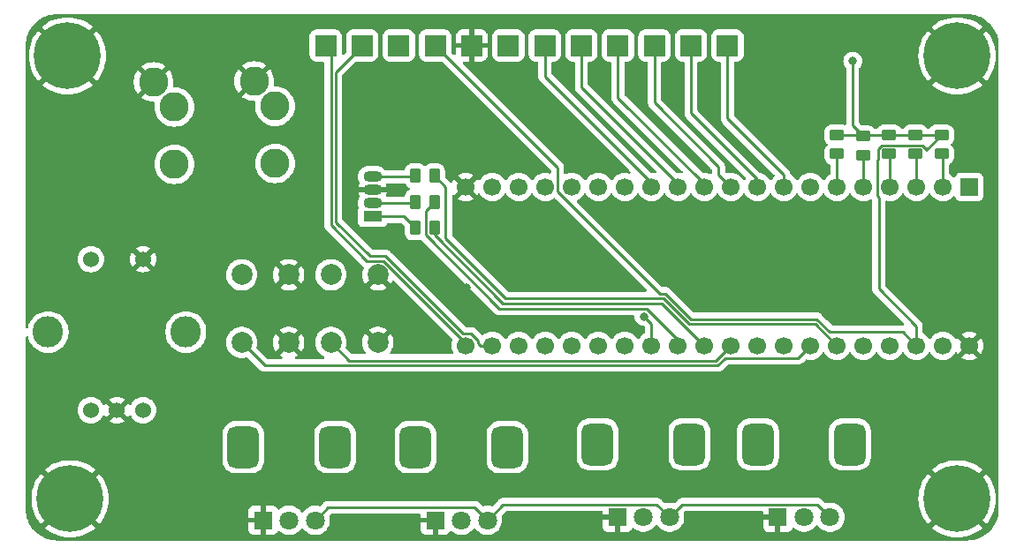
<source format=gbr>
%TF.GenerationSoftware,KiCad,Pcbnew,(7.0.0-0)*%
%TF.CreationDate,2023-06-03T23:07:31+02:00*%
%TF.ProjectId,Untitled,556e7469-746c-4656-942e-6b696361645f,rev?*%
%TF.SameCoordinates,Original*%
%TF.FileFunction,Copper,L2,Bot*%
%TF.FilePolarity,Positive*%
%FSLAX46Y46*%
G04 Gerber Fmt 4.6, Leading zero omitted, Abs format (unit mm)*
G04 Created by KiCad (PCBNEW (7.0.0-0)) date 2023-06-03 23:07:31*
%MOMM*%
%LPD*%
G01*
G04 APERTURE LIST*
G04 Aperture macros list*
%AMRoundRect*
0 Rectangle with rounded corners*
0 $1 Rounding radius*
0 $2 $3 $4 $5 $6 $7 $8 $9 X,Y pos of 4 corners*
0 Add a 4 corners polygon primitive as box body*
4,1,4,$2,$3,$4,$5,$6,$7,$8,$9,$2,$3,0*
0 Add four circle primitives for the rounded corners*
1,1,$1+$1,$2,$3*
1,1,$1+$1,$4,$5*
1,1,$1+$1,$6,$7*
1,1,$1+$1,$8,$9*
0 Add four rect primitives between the rounded corners*
20,1,$1+$1,$2,$3,$4,$5,0*
20,1,$1+$1,$4,$5,$6,$7,0*
20,1,$1+$1,$6,$7,$8,$9,0*
20,1,$1+$1,$8,$9,$2,$3,0*%
G04 Aperture macros list end*
%TA.AperFunction,ComponentPad*%
%ADD10RoundRect,0.250001X0.799999X-0.799999X0.799999X0.799999X-0.799999X0.799999X-0.799999X-0.799999X0*%
%TD*%
%TA.AperFunction,ComponentPad*%
%ADD11C,2.000000*%
%TD*%
%TA.AperFunction,ComponentPad*%
%ADD12R,1.800000X1.800000*%
%TD*%
%TA.AperFunction,ComponentPad*%
%ADD13C,1.800000*%
%TD*%
%TA.AperFunction,ComponentPad*%
%ADD14RoundRect,0.750000X0.750000X-1.250000X0.750000X1.250000X-0.750000X1.250000X-0.750000X-1.250000X0*%
%TD*%
%TA.AperFunction,ComponentPad*%
%ADD15C,6.400000*%
%TD*%
%TA.AperFunction,ComponentPad*%
%ADD16C,1.524000*%
%TD*%
%TA.AperFunction,ComponentPad*%
%ADD17O,2.900000X3.000000*%
%TD*%
%TA.AperFunction,ComponentPad*%
%ADD18R,1.700000X1.700000*%
%TD*%
%TA.AperFunction,ComponentPad*%
%ADD19C,1.700000*%
%TD*%
%TA.AperFunction,ComponentPad*%
%ADD20C,2.800000*%
%TD*%
%TA.AperFunction,ComponentPad*%
%ADD21R,1.800000X1.070000*%
%TD*%
%TA.AperFunction,ComponentPad*%
%ADD22O,1.800000X1.070000*%
%TD*%
%TA.AperFunction,SMDPad,CuDef*%
%ADD23RoundRect,0.250000X-0.450000X0.262500X-0.450000X-0.262500X0.450000X-0.262500X0.450000X0.262500X0*%
%TD*%
%TA.AperFunction,SMDPad,CuDef*%
%ADD24RoundRect,0.250000X0.262500X0.450000X-0.262500X0.450000X-0.262500X-0.450000X0.262500X-0.450000X0*%
%TD*%
%TA.AperFunction,ViaPad*%
%ADD25C,0.800000*%
%TD*%
%TA.AperFunction,Conductor*%
%ADD26C,0.250000*%
%TD*%
G04 APERTURE END LIST*
D10*
%TO.P,3V3A1,1,Pin_1*%
%TO.N,/3V3A*%
X125500000Y-26000000D03*
%TD*%
D11*
%TO.P,SW1,1,1*%
%TO.N,/SW1*%
X117450000Y-54500000D03*
X117450000Y-48000000D03*
%TO.P,SW1,2,2*%
%TO.N,/AGND*%
X121950000Y-54500000D03*
X121950000Y-48000000D03*
%TD*%
%TO.P,SW2,1,1*%
%TO.N,/SW2*%
X126000000Y-54500000D03*
X126000000Y-48000000D03*
%TO.P,SW2,2,2*%
%TO.N,/AGND*%
X130500000Y-54500000D03*
X130500000Y-48000000D03*
%TD*%
D12*
%TO.P,POT4,1,1*%
%TO.N,/AGND*%
X168829999Y-71269999D03*
D13*
%TO.P,POT4,2,2*%
%TO.N,/POT_4*%
X171330000Y-71270000D03*
%TO.P,POT4,3,3*%
%TO.N,/3V3A*%
X173830000Y-71270000D03*
D14*
%TO.P,POT4,MP*%
%TO.N,N/C*%
X166930000Y-64270000D03*
X175730000Y-64270000D03*
%TD*%
D10*
%TO.P,A6,1,Pin_1*%
%TO.N,/ADC6*%
X132500000Y-26000000D03*
%TD*%
D15*
%TO.P,H4,1,1*%
%TO.N,/AGND*%
X186000000Y-69500000D03*
%TD*%
D10*
%TO.P,3V3D1,1,Pin_1*%
%TO.N,/3V3D*%
X136000000Y-26000000D03*
%TD*%
D15*
%TO.P,H2,1,1*%
%TO.N,/AGND*%
X186000000Y-27000000D03*
%TD*%
D10*
%TO.P,GND1,1,Pin_1*%
%TO.N,/AGND*%
X139500000Y-26000000D03*
%TD*%
D15*
%TO.P,H1,1,1*%
%TO.N,/AGND*%
X100750000Y-27000000D03*
%TD*%
D10*
%TO.P,SS1,1,Pin_1*%
%TO.N,/SPI_CS*%
X164000000Y-26000000D03*
%TD*%
%TO.P,SDA1,1,Pin_1*%
%TO.N,/SDA*%
X150000000Y-26000000D03*
%TD*%
D16*
%TO.P,ENC1,A,A*%
%TO.N,/ENC_A*%
X103000000Y-61000000D03*
%TO.P,ENC1,B,B*%
%TO.N,/ENC_B*%
X108000000Y-61000000D03*
%TO.P,ENC1,C,C*%
%TO.N,/AGND*%
X105500000Y-61000000D03*
%TO.P,ENC1,S1,S1*%
%TO.N,/ENC_CLICK*%
X103000000Y-46500000D03*
%TO.P,ENC1,S2,S2*%
%TO.N,/AGND*%
X108000000Y-46500000D03*
D17*
%TO.P,ENC1,SH*%
%TO.N,N/C*%
X98899999Y-53499999D03*
X112099999Y-53499999D03*
%TD*%
D12*
%TO.P,POT1,1,1*%
%TO.N,/AGND*%
X119499999Y-71549999D03*
D13*
%TO.P,POT1,2,2*%
%TO.N,/POT_1*%
X122000000Y-71550000D03*
%TO.P,POT1,3,3*%
%TO.N,/3V3A*%
X124500000Y-71550000D03*
D14*
%TO.P,POT1,MP*%
%TO.N,N/C*%
X117600000Y-64550000D03*
X126400000Y-64550000D03*
%TD*%
D10*
%TO.P,SCL1,1,Pin_1*%
%TO.N,/SCL*%
X146500000Y-26000000D03*
%TD*%
D18*
%TO.P,U1,1,USB_ID*%
%TO.N,unconnected-(U1-USB_ID-Pad1)*%
X187174999Y-39569999D03*
D19*
%TO.P,U1,2,SD_DATA_3*%
%TO.N,/SD_DATA3*%
X184635000Y-39570000D03*
%TO.P,U1,3,SD_DATA_2*%
%TO.N,/SD_DATA2*%
X182095000Y-39570000D03*
%TO.P,U1,4,SD_DATA_1*%
%TO.N,/SD_DATA1*%
X179555000Y-39570000D03*
%TO.P,U1,5,SD_DATA_0*%
%TO.N,/SD_DATA0*%
X177015000Y-39570000D03*
%TO.P,U1,6,SD_CMD*%
%TO.N,/SD_CMD*%
X174475000Y-39570000D03*
%TO.P,U1,7,SD_CLK*%
%TO.N,/SD_CLK*%
X171935000Y-39570000D03*
%TO.P,U1,8,SPI1_CS*%
%TO.N,/SPI_CS*%
X169395000Y-39570000D03*
%TO.P,U1,9,SPI1_SCK*%
%TO.N,/SPI_SCK*%
X166855000Y-39570000D03*
%TO.P,U1,10,SPI1_POCI*%
%TO.N,/SPI_POCI*%
X164315000Y-39570000D03*
%TO.P,U1,11,SPI1_PICO*%
%TO.N,/SPI_PICO*%
X161775000Y-39570000D03*
%TO.P,U1,12,I2C1_SCL*%
%TO.N,/SDA*%
X159235000Y-39570000D03*
%TO.P,U1,13,I2C1_SDA*%
%TO.N,/SCL*%
X156695000Y-39570000D03*
%TO.P,U1,14,USART1_TX*%
%TO.N,unconnected-(U1-USART1_TX-Pad14)*%
X154155000Y-39570000D03*
%TO.P,U1,15,USART1_RX*%
%TO.N,/ENC_CLICK*%
X151615000Y-39570000D03*
%TO.P,U1,16,AUDIO_IN_1*%
%TO.N,/STEREO IN L*%
X149075000Y-39570000D03*
%TO.P,U1,17,AUDIO_IN_2*%
%TO.N,/STEREO IN R*%
X146535000Y-39570000D03*
%TO.P,U1,18,AUDIO_OUT_1*%
%TO.N,/STEREO OUT L*%
X143995000Y-39570000D03*
%TO.P,U1,19,AUDIO_OUT_2*%
%TO.N,/STEREO OUT R*%
X141455000Y-39570000D03*
%TO.P,U1,20,AGND*%
%TO.N,/AGND*%
X138915000Y-39570000D03*
%TO.P,U1,21,3V3_A*%
%TO.N,/3V3A*%
X138915000Y-54810000D03*
%TO.P,U1,22,ADC_0*%
%TO.N,/ADC0*%
X141455000Y-54810000D03*
%TO.P,U1,23,ADC_1*%
%TO.N,/POT_1*%
X143995000Y-54810000D03*
%TO.P,U1,24,ADC_2*%
%TO.N,/POT_2*%
X146535000Y-54810000D03*
%TO.P,U1,25,ADC_3*%
%TO.N,/POT_3*%
X149075000Y-54810000D03*
%TO.P,U1,26,ADC_4*%
%TO.N,/POT_4*%
X151615000Y-54810000D03*
%TO.P,U1,27,ADC_5*%
%TO.N,/ADC5*%
X154155000Y-54810000D03*
%TO.P,U1,28,ADC_6*%
%TO.N,/ADC6*%
X156695000Y-54810000D03*
%TO.P,U1,29,DAC_OUT2*%
%TO.N,/LED 1*%
X159235000Y-54810000D03*
%TO.P,U1,30,DAC_OUT1*%
%TO.N,/LED 2*%
X161775000Y-54810000D03*
%TO.P,U1,31,SAI2_MCLK*%
%TO.N,/SW2*%
X164315000Y-54810000D03*
%TO.P,U1,32,SAI2_SD_B*%
%TO.N,/ENC_B*%
X166855000Y-54810000D03*
%TO.P,U1,33,SAI2_SD_A*%
%TO.N,/ENC_A*%
X169395000Y-54810000D03*
%TO.P,U1,34,SAI2_FS*%
%TO.N,/SW1*%
X171935000Y-54810000D03*
%TO.P,U1,35,SAI2_SCK*%
%TO.N,/LED 3*%
X174475000Y-54810000D03*
%TO.P,U1,36,USB_D_-*%
%TO.N,unconnected-(U1-USB_D_--Pad36)*%
X177015000Y-54810000D03*
%TO.P,U1,37,USB_D_+*%
%TO.N,unconnected-(U1-USB_D_+-Pad37)*%
X179555000Y-54810000D03*
%TO.P,U1,38,3V3_D*%
%TO.N,/3V3D*%
X182095000Y-54810000D03*
%TO.P,U1,39,VIN*%
%TO.N,/VIN*%
X184635000Y-54810000D03*
%TO.P,U1,40,DGND*%
%TO.N,/AGND*%
X187175000Y-54810000D03*
%TD*%
D20*
%TO.P,J1,R*%
%TO.N,/STEREO IN R*%
X120640000Y-37320000D03*
%TO.P,J1,S*%
%TO.N,/AGND*%
X118640000Y-29420000D03*
%TO.P,J1,T*%
%TO.N,/STEREO IN L*%
X120640000Y-31820000D03*
%TD*%
D10*
%TO.P,A0,1,Pin_1*%
%TO.N,/ADC0*%
X129000000Y-26000000D03*
%TD*%
%TO.P,MO1,1,Pin_1*%
%TO.N,/SPI_PICO*%
X153500000Y-26000000D03*
%TD*%
D12*
%TO.P,POT3,1,1*%
%TO.N,/AGND*%
X153449999Y-71269999D03*
D13*
%TO.P,POT3,2,2*%
%TO.N,/POT_3*%
X155950000Y-71270000D03*
%TO.P,POT3,3,3*%
%TO.N,/3V3A*%
X158450000Y-71270000D03*
D14*
%TO.P,POT3,MP*%
%TO.N,N/C*%
X151550000Y-64270000D03*
X160350000Y-64270000D03*
%TD*%
D15*
%TO.P,H3,1,1*%
%TO.N,/AGND*%
X101000000Y-69500000D03*
%TD*%
D10*
%TO.P,MI1,1,Pin_1*%
%TO.N,/SPI_POCI*%
X157000000Y-26000000D03*
%TD*%
D12*
%TO.P,POT2,1,1*%
%TO.N,/AGND*%
X135999999Y-71549999D03*
D13*
%TO.P,POT2,2,2*%
%TO.N,/POT_2*%
X138500000Y-71550000D03*
%TO.P,POT2,3,3*%
%TO.N,/3V3A*%
X141000000Y-71550000D03*
D14*
%TO.P,POT2,MP*%
%TO.N,N/C*%
X134100000Y-64550000D03*
X142900000Y-64550000D03*
%TD*%
D21*
%TO.P,D1,1,GA*%
%TO.N,Net-(D1-GA)*%
X129999999Y-42399999D03*
D22*
%TO.P,D1,2,BA*%
%TO.N,Net-(D1-BA)*%
X129999999Y-41129999D03*
%TO.P,D1,3,K*%
%TO.N,/AGND*%
X129999999Y-39859999D03*
%TO.P,D1,4,RA*%
%TO.N,Net-(D1-RA)*%
X129999999Y-38589999D03*
%TD*%
D20*
%TO.P,J2,R*%
%TO.N,/STEREO OUT R*%
X111000000Y-37400000D03*
%TO.P,J2,S*%
%TO.N,/AGND*%
X109000000Y-29500000D03*
%TO.P,J2,T*%
%TO.N,/STEREO OUT L*%
X111000000Y-31900000D03*
%TD*%
D10*
%TO.P,VIN1,1,Pin_1*%
%TO.N,/VIN*%
X143000000Y-26000000D03*
%TD*%
%TO.P,SCK1,1,Pin_1*%
%TO.N,/SPI_SCK*%
X160500000Y-26000000D03*
%TD*%
D23*
%TO.P,R1,1*%
%TO.N,/3V3D*%
X177000000Y-34675000D03*
%TO.P,R1,2*%
%TO.N,/SD_DATA0*%
X177000000Y-36500000D03*
%TD*%
D24*
%TO.P,R6,1*%
%TO.N,/LED 1*%
X135912500Y-41000000D03*
%TO.P,R6,2*%
%TO.N,Net-(D1-BA)*%
X134087500Y-41000000D03*
%TD*%
D23*
%TO.P,R3,1*%
%TO.N,/3V3D*%
X182000000Y-34587500D03*
%TO.P,R3,2*%
%TO.N,/SD_DATA2*%
X182000000Y-36412500D03*
%TD*%
%TO.P,R5,1*%
%TO.N,/3V3D*%
X174500000Y-34587500D03*
%TO.P,R5,2*%
%TO.N,/SD_CMD*%
X174500000Y-36412500D03*
%TD*%
%TO.P,R4,1*%
%TO.N,/3V3D*%
X184500000Y-34587500D03*
%TO.P,R4,2*%
%TO.N,/SD_DATA3*%
X184500000Y-36412500D03*
%TD*%
D24*
%TO.P,R8,1*%
%TO.N,/LED 3*%
X135912500Y-38500000D03*
%TO.P,R8,2*%
%TO.N,Net-(D1-RA)*%
X134087500Y-38500000D03*
%TD*%
%TO.P,R7,1*%
%TO.N,/LED 2*%
X135912500Y-43500000D03*
%TO.P,R7,2*%
%TO.N,Net-(D1-GA)*%
X134087500Y-43500000D03*
%TD*%
D23*
%TO.P,R2,1*%
%TO.N,/3V3D*%
X179500000Y-34587500D03*
%TO.P,R2,2*%
%TO.N,/SD_DATA1*%
X179500000Y-36412500D03*
%TD*%
D25*
%TO.N,/AGND*%
X172500000Y-33250000D03*
X146750000Y-33750000D03*
X182000000Y-24500000D03*
X171500000Y-44000000D03*
X116250000Y-57000000D03*
X178500000Y-32750000D03*
X139000000Y-49250000D03*
X166750000Y-25250000D03*
X150250000Y-47250000D03*
X166500000Y-33500000D03*
%TO.N,/3V3D*%
X176000000Y-27500000D03*
%TO.N,/ADC6*%
X156000000Y-52000000D03*
%TD*%
D26*
%TO.N,Net-(D1-RA)*%
X134087500Y-38500000D02*
X133997500Y-38590000D01*
X133997500Y-38590000D02*
X130000000Y-38590000D01*
%TO.N,Net-(D1-GA)*%
X130000000Y-42400000D02*
X132987500Y-42400000D01*
X132987500Y-42400000D02*
X134087500Y-43500000D01*
%TO.N,Net-(D1-BA)*%
X134087500Y-41000000D02*
X133957500Y-41130000D01*
X133957500Y-41130000D02*
X130000000Y-41130000D01*
%TO.N,/LED 3*%
X174475000Y-54810000D02*
X172415000Y-52750000D01*
X172415000Y-52750000D02*
X160351396Y-52750000D01*
X160351396Y-52750000D02*
X157851396Y-50250000D01*
X157851396Y-50250000D02*
X142750000Y-50250000D01*
X142750000Y-50250000D02*
X137000000Y-44500000D01*
X137000000Y-44500000D02*
X137000000Y-39587500D01*
X137000000Y-39587500D02*
X135912500Y-38500000D01*
%TO.N,/LED 2*%
X161775000Y-54810000D02*
X157715000Y-50750000D01*
X142500000Y-50750000D02*
X135912500Y-44162500D01*
X157715000Y-50750000D02*
X142500000Y-50750000D01*
X135912500Y-44162500D02*
X135912500Y-43500000D01*
%TO.N,/LED 1*%
X142136827Y-51250000D02*
X135075000Y-44188173D01*
X135075000Y-44188173D02*
X135075000Y-41837500D01*
X135075000Y-41837500D02*
X135912500Y-41000000D01*
X142136827Y-51250000D02*
X156275305Y-51250000D01*
X156275305Y-51250000D02*
X159235000Y-54209695D01*
X159235000Y-54209695D02*
X159235000Y-54810000D01*
%TO.N,/SD_DATA3*%
X184635000Y-39570000D02*
X184635000Y-36547500D01*
X184635000Y-36547500D02*
X184500000Y-36412500D01*
%TO.N,/SD_DATA2*%
X182095000Y-36507500D02*
X182000000Y-36412500D01*
X182095000Y-39570000D02*
X182095000Y-36507500D01*
%TO.N,/SD_DATA1*%
X179555000Y-36467500D02*
X179500000Y-36412500D01*
X179555000Y-39570000D02*
X179555000Y-36467500D01*
%TO.N,/SD_DATA0*%
X177015000Y-39570000D02*
X177015000Y-36515000D01*
X177015000Y-36515000D02*
X177000000Y-36500000D01*
%TO.N,/SD_CMD*%
X174500000Y-36412500D02*
X174475000Y-36437500D01*
X174475000Y-36437500D02*
X174475000Y-39570000D01*
%TO.N,/3V3A*%
X172605000Y-70045000D02*
X173830000Y-71270000D01*
X159675000Y-70045000D02*
X172605000Y-70045000D01*
X125725000Y-70325000D02*
X139775000Y-70325000D01*
X126000000Y-43250000D02*
X129425000Y-46675000D01*
X131048833Y-46675000D02*
X138915000Y-54541167D01*
X157225000Y-70045000D02*
X158450000Y-71270000D01*
X125500000Y-26000000D02*
X126000000Y-26500000D01*
X142505000Y-70045000D02*
X157225000Y-70045000D01*
X126000000Y-26500000D02*
X126000000Y-43250000D01*
X124500000Y-71550000D02*
X125725000Y-70325000D01*
X158450000Y-71270000D02*
X159675000Y-70045000D01*
X129425000Y-46675000D02*
X131048833Y-46675000D01*
X138915000Y-54541167D02*
X138915000Y-54810000D01*
X141000000Y-71550000D02*
X142505000Y-70045000D01*
X139775000Y-70325000D02*
X141000000Y-71550000D01*
%TO.N,/3V3D*%
X172551396Y-52250000D02*
X173801396Y-53500000D01*
X147710000Y-40010000D02*
X157500000Y-49800000D01*
X178500000Y-40587500D02*
X178500000Y-49363299D01*
X176000000Y-33675000D02*
X177000000Y-34675000D01*
X174500000Y-34587500D02*
X176912500Y-34587500D01*
X147710000Y-37710000D02*
X147710000Y-40010000D01*
X178380000Y-37008173D02*
X178380000Y-40467500D01*
X182095000Y-52958299D02*
X182095000Y-54810000D01*
X177000000Y-34675000D02*
X177087500Y-34587500D01*
X176000000Y-27500000D02*
X176000000Y-33675000D01*
X176912500Y-34587500D02*
X177000000Y-34675000D01*
X178500000Y-49363299D02*
X182095000Y-52958299D01*
X178475000Y-36913173D02*
X178380000Y-37008173D01*
X184500000Y-34587500D02*
X183025000Y-36062500D01*
X178811827Y-35575000D02*
X178475000Y-35911827D01*
X180785000Y-53500000D02*
X182095000Y-54810000D01*
X179500000Y-34587500D02*
X182000000Y-34587500D01*
X173801396Y-53500000D02*
X180785000Y-53500000D01*
X157500000Y-49800000D02*
X158037792Y-49800000D01*
X178475000Y-35911827D02*
X178475000Y-36913173D01*
X160487792Y-52250000D02*
X172551396Y-52250000D01*
X183025000Y-35911827D02*
X182688173Y-35575000D01*
X183025000Y-36062500D02*
X183025000Y-35911827D01*
X158037792Y-49800000D02*
X160487792Y-52250000D01*
X178380000Y-40467500D02*
X178500000Y-40587500D01*
X182000000Y-34587500D02*
X184500000Y-34587500D01*
X182688173Y-35575000D02*
X178811827Y-35575000D01*
X177087500Y-34587500D02*
X179500000Y-34587500D01*
X136000000Y-26000000D02*
X147710000Y-37710000D01*
%TO.N,/ADC0*%
X126450000Y-28550000D02*
X126450000Y-42950000D01*
X140310000Y-54810000D02*
X141455000Y-54810000D01*
X139401701Y-53635000D02*
X140090000Y-54323299D01*
X129725000Y-46225000D02*
X131235229Y-46225000D01*
X129000000Y-26000000D02*
X126450000Y-28550000D01*
X140090000Y-54323299D02*
X140090000Y-54590000D01*
X131235229Y-46225000D02*
X138645229Y-53635000D01*
X126450000Y-42950000D02*
X129725000Y-46225000D01*
X138645229Y-53635000D02*
X139401701Y-53635000D01*
X140090000Y-54590000D02*
X140310000Y-54810000D01*
%TO.N,/ADC6*%
X156695000Y-52695000D02*
X156695000Y-54810000D01*
X156000000Y-52000000D02*
X156695000Y-52695000D01*
%TO.N,/SPI_POCI*%
X164315000Y-39570000D02*
X163140000Y-38395000D01*
X163140000Y-38395000D02*
X163140000Y-37640000D01*
X163140000Y-37640000D02*
X157000000Y-31500000D01*
X157000000Y-31500000D02*
X157000000Y-26000000D01*
%TO.N,/SPI_PICO*%
X153500000Y-26000000D02*
X153500000Y-31000000D01*
X153500000Y-31000000D02*
X161775000Y-39275000D01*
X161775000Y-39275000D02*
X161775000Y-39570000D01*
%TO.N,/SPI_SCK*%
X166855000Y-38855000D02*
X166855000Y-39570000D01*
X160500000Y-26000000D02*
X160500000Y-32500000D01*
X160500000Y-32500000D02*
X166855000Y-38855000D01*
%TO.N,/SPI_CS*%
X164000000Y-33000000D02*
X164000000Y-26000000D01*
X169395000Y-38395000D02*
X164000000Y-33000000D01*
X169395000Y-39570000D02*
X169395000Y-38395000D01*
%TO.N,/SCL*%
X146500000Y-29000000D02*
X156695000Y-39195000D01*
X156695000Y-39195000D02*
X156695000Y-39570000D01*
X146500000Y-26000000D02*
X146500000Y-29000000D01*
%TO.N,/SDA*%
X159235000Y-39570000D02*
X159235000Y-39235000D01*
X150000000Y-30000000D02*
X150000000Y-26000000D01*
X159235000Y-39235000D02*
X150000000Y-30000000D01*
%TO.N,/SW1*%
X163761396Y-56000000D02*
X170745000Y-56000000D01*
X170745000Y-56000000D02*
X171935000Y-54810000D01*
X117450000Y-54500000D02*
X119650000Y-56700000D01*
X163061396Y-56700000D02*
X163761396Y-56000000D01*
X119650000Y-56700000D02*
X163061396Y-56700000D01*
%TO.N,/SW2*%
X126000000Y-54500000D02*
X127750000Y-56250000D01*
X162875000Y-56250000D02*
X164315000Y-54810000D01*
X127750000Y-56250000D02*
X162875000Y-56250000D01*
%TD*%
%TA.AperFunction,Conductor*%
%TO.N,/AGND*%
G36*
X175802257Y-40216976D02*
G01*
X175846575Y-40255842D01*
X175973395Y-40436961D01*
X175973401Y-40436968D01*
X175976505Y-40441401D01*
X176143599Y-40608495D01*
X176148031Y-40611598D01*
X176148033Y-40611600D01*
X176292260Y-40712589D01*
X176337170Y-40744035D01*
X176342070Y-40746320D01*
X176342072Y-40746321D01*
X176393815Y-40770449D01*
X176551337Y-40843903D01*
X176556567Y-40845304D01*
X176556569Y-40845305D01*
X176598619Y-40856572D01*
X176779592Y-40905063D01*
X177015000Y-40925659D01*
X177250408Y-40905063D01*
X177478663Y-40843903D01*
X177686033Y-40747204D01*
X177741319Y-40735621D01*
X177796009Y-40749763D01*
X177838751Y-40786699D01*
X177850816Y-40803304D01*
X177868430Y-40837872D01*
X177874500Y-40876192D01*
X177874500Y-49285524D01*
X177873978Y-49296579D01*
X177872327Y-49303966D01*
X177872571Y-49311752D01*
X177872571Y-49311760D01*
X177874439Y-49371172D01*
X177874500Y-49375067D01*
X177874500Y-49402649D01*
X177874988Y-49406518D01*
X177874989Y-49406524D01*
X177875004Y-49406642D01*
X177875918Y-49418265D01*
X177877045Y-49454129D01*
X177877046Y-49454136D01*
X177877291Y-49461926D01*
X177879467Y-49469418D01*
X177879468Y-49469420D01*
X177882879Y-49481161D01*
X177886825Y-49500214D01*
X177889336Y-49520091D01*
X177892206Y-49527341D01*
X177892208Y-49527347D01*
X177905414Y-49560703D01*
X177909197Y-49571750D01*
X177921382Y-49613689D01*
X177925353Y-49620404D01*
X177925354Y-49620406D01*
X177931581Y-49630936D01*
X177940136Y-49648398D01*
X177944642Y-49659779D01*
X177944643Y-49659782D01*
X177947514Y-49667031D01*
X177969440Y-49697211D01*
X177973181Y-49702359D01*
X177979593Y-49712121D01*
X177997856Y-49743001D01*
X177997859Y-49743006D01*
X178001830Y-49749719D01*
X178007345Y-49755234D01*
X178015990Y-49763879D01*
X178028626Y-49778673D01*
X178035819Y-49788574D01*
X178035823Y-49788578D01*
X178040406Y-49794886D01*
X178046415Y-49799857D01*
X178046416Y-49799858D01*
X178074058Y-49822725D01*
X178082699Y-49830588D01*
X180911794Y-52659683D01*
X180942283Y-52709788D01*
X180946333Y-52768300D01*
X180923039Y-52822128D01*
X180877612Y-52859229D01*
X180820216Y-52871303D01*
X180812511Y-52871060D01*
X180804804Y-52869840D01*
X180797038Y-52870574D01*
X180797035Y-52870574D01*
X180761324Y-52873950D01*
X180749655Y-52874500D01*
X174111848Y-52874500D01*
X174064395Y-52865061D01*
X174024167Y-52838181D01*
X173548091Y-52362105D01*
X173048682Y-51862695D01*
X173041238Y-51854514D01*
X173037182Y-51848123D01*
X172988171Y-51802098D01*
X172985374Y-51799387D01*
X172968623Y-51782636D01*
X172968623Y-51782635D01*
X172965867Y-51779880D01*
X172962686Y-51777412D01*
X172953810Y-51769830D01*
X172927665Y-51745278D01*
X172927663Y-51745276D01*
X172921978Y-51739938D01*
X172915145Y-51736182D01*
X172915139Y-51736177D01*
X172904421Y-51730285D01*
X172888162Y-51719606D01*
X172878491Y-51712104D01*
X172878488Y-51712102D01*
X172872332Y-51707327D01*
X172865175Y-51704229D01*
X172865172Y-51704228D01*
X172832245Y-51689978D01*
X172821759Y-51684841D01*
X172790328Y-51667562D01*
X172790319Y-51667558D01*
X172783488Y-51663803D01*
X172775931Y-51661862D01*
X172775927Y-51661861D01*
X172764084Y-51658820D01*
X172745680Y-51652519D01*
X172734453Y-51647660D01*
X172734446Y-51647658D01*
X172727292Y-51644562D01*
X172719588Y-51643341D01*
X172719586Y-51643341D01*
X172684155Y-51637729D01*
X172672720Y-51635361D01*
X172637967Y-51626438D01*
X172637959Y-51626437D01*
X172630415Y-51624500D01*
X172622619Y-51624500D01*
X172610379Y-51624500D01*
X172590993Y-51622974D01*
X172571200Y-51619840D01*
X172563434Y-51620574D01*
X172563431Y-51620574D01*
X172527720Y-51623950D01*
X172516051Y-51624500D01*
X160798245Y-51624500D01*
X160750792Y-51615061D01*
X160710564Y-51588181D01*
X158535078Y-49412695D01*
X158527634Y-49404514D01*
X158523578Y-49398123D01*
X158474567Y-49352098D01*
X158471770Y-49349387D01*
X158455019Y-49332636D01*
X158452263Y-49329880D01*
X158449082Y-49327412D01*
X158440206Y-49319830D01*
X158414061Y-49295278D01*
X158414059Y-49295276D01*
X158408374Y-49289938D01*
X158401541Y-49286182D01*
X158401535Y-49286177D01*
X158390817Y-49280285D01*
X158374558Y-49269606D01*
X158364887Y-49262104D01*
X158364884Y-49262102D01*
X158358728Y-49257327D01*
X158351571Y-49254229D01*
X158351568Y-49254228D01*
X158318641Y-49239978D01*
X158308155Y-49234841D01*
X158276724Y-49217562D01*
X158276715Y-49217558D01*
X158269884Y-49213803D01*
X158262327Y-49211862D01*
X158262323Y-49211861D01*
X158250480Y-49208820D01*
X158232076Y-49202519D01*
X158220849Y-49197660D01*
X158220842Y-49197658D01*
X158213688Y-49194562D01*
X158205984Y-49193341D01*
X158205982Y-49193341D01*
X158170551Y-49187729D01*
X158159116Y-49185361D01*
X158124363Y-49176438D01*
X158124355Y-49176437D01*
X158116811Y-49174500D01*
X158109015Y-49174500D01*
X158096775Y-49174500D01*
X158077389Y-49172974D01*
X158057596Y-49169840D01*
X158049830Y-49170574D01*
X158049827Y-49170574D01*
X158014116Y-49173950D01*
X158002447Y-49174500D01*
X157810452Y-49174500D01*
X157762999Y-49165061D01*
X157722771Y-49138181D01*
X153817267Y-45232677D01*
X149588748Y-41004157D01*
X149558170Y-40953766D01*
X149554315Y-40894947D01*
X149578055Y-40840992D01*
X149624027Y-40804097D01*
X149669574Y-40782858D01*
X149752830Y-40744035D01*
X149946401Y-40608495D01*
X150113495Y-40441401D01*
X150148945Y-40390774D01*
X150243425Y-40255842D01*
X150287743Y-40216976D01*
X150345000Y-40202965D01*
X150402257Y-40216976D01*
X150446575Y-40255842D01*
X150573395Y-40436961D01*
X150573401Y-40436968D01*
X150576505Y-40441401D01*
X150743599Y-40608495D01*
X150748031Y-40611598D01*
X150748033Y-40611600D01*
X150892260Y-40712589D01*
X150937170Y-40744035D01*
X150942070Y-40746320D01*
X150942072Y-40746321D01*
X150993815Y-40770449D01*
X151151337Y-40843903D01*
X151156567Y-40845304D01*
X151156569Y-40845305D01*
X151198619Y-40856572D01*
X151379592Y-40905063D01*
X151615000Y-40925659D01*
X151850408Y-40905063D01*
X152078663Y-40843903D01*
X152292830Y-40744035D01*
X152486401Y-40608495D01*
X152653495Y-40441401D01*
X152688945Y-40390774D01*
X152783425Y-40255842D01*
X152827743Y-40216976D01*
X152885000Y-40202965D01*
X152942257Y-40216976D01*
X152986575Y-40255842D01*
X153113395Y-40436961D01*
X153113401Y-40436968D01*
X153116505Y-40441401D01*
X153283599Y-40608495D01*
X153288031Y-40611598D01*
X153288033Y-40611600D01*
X153432260Y-40712589D01*
X153477170Y-40744035D01*
X153482070Y-40746320D01*
X153482072Y-40746321D01*
X153533815Y-40770449D01*
X153691337Y-40843903D01*
X153696567Y-40845304D01*
X153696569Y-40845305D01*
X153738619Y-40856572D01*
X153919592Y-40905063D01*
X154155000Y-40925659D01*
X154390408Y-40905063D01*
X154618663Y-40843903D01*
X154832830Y-40744035D01*
X155026401Y-40608495D01*
X155193495Y-40441401D01*
X155228945Y-40390774D01*
X155323425Y-40255842D01*
X155367743Y-40216976D01*
X155425000Y-40202965D01*
X155482257Y-40216976D01*
X155526575Y-40255842D01*
X155653395Y-40436961D01*
X155653401Y-40436968D01*
X155656505Y-40441401D01*
X155823599Y-40608495D01*
X155828031Y-40611598D01*
X155828033Y-40611600D01*
X155972260Y-40712589D01*
X156017170Y-40744035D01*
X156022070Y-40746320D01*
X156022072Y-40746321D01*
X156073815Y-40770449D01*
X156231337Y-40843903D01*
X156236567Y-40845304D01*
X156236569Y-40845305D01*
X156278619Y-40856572D01*
X156459592Y-40905063D01*
X156695000Y-40925659D01*
X156930408Y-40905063D01*
X157158663Y-40843903D01*
X157372830Y-40744035D01*
X157566401Y-40608495D01*
X157733495Y-40441401D01*
X157768945Y-40390774D01*
X157863425Y-40255842D01*
X157907743Y-40216976D01*
X157965000Y-40202965D01*
X158022257Y-40216976D01*
X158066575Y-40255842D01*
X158193395Y-40436961D01*
X158193401Y-40436968D01*
X158196505Y-40441401D01*
X158363599Y-40608495D01*
X158368031Y-40611598D01*
X158368033Y-40611600D01*
X158512260Y-40712589D01*
X158557170Y-40744035D01*
X158562070Y-40746320D01*
X158562072Y-40746321D01*
X158613815Y-40770449D01*
X158771337Y-40843903D01*
X158776567Y-40845304D01*
X158776569Y-40845305D01*
X158818619Y-40856572D01*
X158999592Y-40905063D01*
X159235000Y-40925659D01*
X159470408Y-40905063D01*
X159698663Y-40843903D01*
X159912830Y-40744035D01*
X160106401Y-40608495D01*
X160273495Y-40441401D01*
X160308945Y-40390774D01*
X160403425Y-40255842D01*
X160447743Y-40216976D01*
X160505000Y-40202965D01*
X160562257Y-40216976D01*
X160606575Y-40255842D01*
X160733395Y-40436961D01*
X160733401Y-40436968D01*
X160736505Y-40441401D01*
X160903599Y-40608495D01*
X160908031Y-40611598D01*
X160908033Y-40611600D01*
X161052260Y-40712589D01*
X161097170Y-40744035D01*
X161102070Y-40746320D01*
X161102072Y-40746321D01*
X161153815Y-40770449D01*
X161311337Y-40843903D01*
X161316567Y-40845304D01*
X161316569Y-40845305D01*
X161358619Y-40856572D01*
X161539592Y-40905063D01*
X161775000Y-40925659D01*
X162010408Y-40905063D01*
X162238663Y-40843903D01*
X162452830Y-40744035D01*
X162646401Y-40608495D01*
X162813495Y-40441401D01*
X162848945Y-40390774D01*
X162943425Y-40255842D01*
X162987743Y-40216976D01*
X163045000Y-40202965D01*
X163102257Y-40216976D01*
X163146575Y-40255842D01*
X163273395Y-40436961D01*
X163273401Y-40436968D01*
X163276505Y-40441401D01*
X163443599Y-40608495D01*
X163448031Y-40611598D01*
X163448033Y-40611600D01*
X163592260Y-40712589D01*
X163637170Y-40744035D01*
X163642070Y-40746320D01*
X163642072Y-40746321D01*
X163693815Y-40770449D01*
X163851337Y-40843903D01*
X163856567Y-40845304D01*
X163856569Y-40845305D01*
X163898619Y-40856572D01*
X164079592Y-40905063D01*
X164315000Y-40925659D01*
X164550408Y-40905063D01*
X164778663Y-40843903D01*
X164992830Y-40744035D01*
X165186401Y-40608495D01*
X165353495Y-40441401D01*
X165388945Y-40390774D01*
X165483425Y-40255842D01*
X165527743Y-40216976D01*
X165585000Y-40202965D01*
X165642257Y-40216976D01*
X165686575Y-40255842D01*
X165813395Y-40436961D01*
X165813401Y-40436968D01*
X165816505Y-40441401D01*
X165983599Y-40608495D01*
X165988031Y-40611598D01*
X165988033Y-40611600D01*
X166132260Y-40712589D01*
X166177170Y-40744035D01*
X166182070Y-40746320D01*
X166182072Y-40746321D01*
X166233815Y-40770449D01*
X166391337Y-40843903D01*
X166396567Y-40845304D01*
X166396569Y-40845305D01*
X166438619Y-40856572D01*
X166619592Y-40905063D01*
X166855000Y-40925659D01*
X167090408Y-40905063D01*
X167318663Y-40843903D01*
X167532830Y-40744035D01*
X167726401Y-40608495D01*
X167893495Y-40441401D01*
X167928945Y-40390774D01*
X168023425Y-40255842D01*
X168067743Y-40216976D01*
X168125000Y-40202965D01*
X168182257Y-40216976D01*
X168226575Y-40255842D01*
X168353395Y-40436961D01*
X168353401Y-40436968D01*
X168356505Y-40441401D01*
X168523599Y-40608495D01*
X168528031Y-40611598D01*
X168528033Y-40611600D01*
X168672260Y-40712589D01*
X168717170Y-40744035D01*
X168722070Y-40746320D01*
X168722072Y-40746321D01*
X168773815Y-40770449D01*
X168931337Y-40843903D01*
X168936567Y-40845304D01*
X168936569Y-40845305D01*
X168978619Y-40856572D01*
X169159592Y-40905063D01*
X169395000Y-40925659D01*
X169630408Y-40905063D01*
X169858663Y-40843903D01*
X170072830Y-40744035D01*
X170266401Y-40608495D01*
X170433495Y-40441401D01*
X170468945Y-40390774D01*
X170563425Y-40255842D01*
X170607743Y-40216976D01*
X170665000Y-40202965D01*
X170722257Y-40216976D01*
X170766575Y-40255842D01*
X170893395Y-40436961D01*
X170893401Y-40436968D01*
X170896505Y-40441401D01*
X171063599Y-40608495D01*
X171068031Y-40611598D01*
X171068033Y-40611600D01*
X171212260Y-40712589D01*
X171257170Y-40744035D01*
X171262070Y-40746320D01*
X171262072Y-40746321D01*
X171313815Y-40770449D01*
X171471337Y-40843903D01*
X171476567Y-40845304D01*
X171476569Y-40845305D01*
X171518619Y-40856572D01*
X171699592Y-40905063D01*
X171935000Y-40925659D01*
X172170408Y-40905063D01*
X172398663Y-40843903D01*
X172612830Y-40744035D01*
X172806401Y-40608495D01*
X172973495Y-40441401D01*
X173008945Y-40390774D01*
X173103425Y-40255842D01*
X173147743Y-40216976D01*
X173205000Y-40202965D01*
X173262257Y-40216976D01*
X173306575Y-40255842D01*
X173433395Y-40436961D01*
X173433401Y-40436968D01*
X173436505Y-40441401D01*
X173603599Y-40608495D01*
X173608031Y-40611598D01*
X173608033Y-40611600D01*
X173752260Y-40712589D01*
X173797170Y-40744035D01*
X173802070Y-40746320D01*
X173802072Y-40746321D01*
X173853815Y-40770449D01*
X174011337Y-40843903D01*
X174016567Y-40845304D01*
X174016569Y-40845305D01*
X174058619Y-40856572D01*
X174239592Y-40905063D01*
X174475000Y-40925659D01*
X174710408Y-40905063D01*
X174938663Y-40843903D01*
X175152830Y-40744035D01*
X175346401Y-40608495D01*
X175513495Y-40441401D01*
X175548945Y-40390774D01*
X175643425Y-40255842D01*
X175687743Y-40216976D01*
X175745000Y-40202965D01*
X175802257Y-40216976D01*
G37*
%TD.AperFunction*%
%TA.AperFunction,Conductor*%
G36*
X187003243Y-23000669D02*
G01*
X187133379Y-23007490D01*
X187313908Y-23017628D01*
X187326309Y-23018955D01*
X187474990Y-23042504D01*
X187476245Y-23042709D01*
X187635324Y-23069738D01*
X187646606Y-23072202D01*
X187795635Y-23112134D01*
X187797761Y-23112725D01*
X187949174Y-23156347D01*
X187959260Y-23159729D01*
X188104710Y-23215562D01*
X188107599Y-23216714D01*
X188251768Y-23276430D01*
X188260594Y-23280500D01*
X188400064Y-23351565D01*
X188403748Y-23353521D01*
X188493848Y-23403316D01*
X188539548Y-23428574D01*
X188547061Y-23433081D01*
X188678754Y-23518604D01*
X188682947Y-23521452D01*
X188809147Y-23610996D01*
X188815428Y-23615759D01*
X188937567Y-23714665D01*
X188942158Y-23718571D01*
X189057424Y-23821579D01*
X189062478Y-23826358D01*
X189173640Y-23937520D01*
X189178419Y-23942574D01*
X189281427Y-24057840D01*
X189285333Y-24062431D01*
X189384239Y-24184570D01*
X189389002Y-24190851D01*
X189478546Y-24317051D01*
X189481409Y-24321266D01*
X189566907Y-24452921D01*
X189571430Y-24460460D01*
X189646477Y-24596250D01*
X189648433Y-24599934D01*
X189719498Y-24739404D01*
X189723575Y-24748247D01*
X189783259Y-24892337D01*
X189784462Y-24895353D01*
X189840265Y-25040727D01*
X189843655Y-25050836D01*
X189887258Y-25202185D01*
X189887879Y-25204419D01*
X189927791Y-25353370D01*
X189930264Y-25364694D01*
X189957282Y-25523715D01*
X189957507Y-25525087D01*
X189981040Y-25673666D01*
X189982372Y-25686111D01*
X189992498Y-25866421D01*
X189992523Y-25866884D01*
X189999330Y-25996757D01*
X189999500Y-26003247D01*
X189999500Y-70496753D01*
X189999330Y-70503243D01*
X189992523Y-70633114D01*
X189992498Y-70633577D01*
X189982372Y-70813887D01*
X189981040Y-70826332D01*
X189957507Y-70974911D01*
X189957282Y-70976283D01*
X189930264Y-71135304D01*
X189927791Y-71146628D01*
X189887879Y-71295579D01*
X189887258Y-71297813D01*
X189843655Y-71449162D01*
X189840265Y-71459271D01*
X189784462Y-71604645D01*
X189783259Y-71607661D01*
X189723575Y-71751751D01*
X189719498Y-71760594D01*
X189648433Y-71900064D01*
X189646477Y-71903748D01*
X189571430Y-72039538D01*
X189566897Y-72047094D01*
X189481412Y-72178728D01*
X189478546Y-72182947D01*
X189389002Y-72309147D01*
X189384239Y-72315428D01*
X189285333Y-72437567D01*
X189281427Y-72442158D01*
X189178419Y-72557424D01*
X189173640Y-72562478D01*
X189062478Y-72673640D01*
X189057424Y-72678419D01*
X188942158Y-72781427D01*
X188937567Y-72785333D01*
X188815428Y-72884239D01*
X188809147Y-72889002D01*
X188682947Y-72978546D01*
X188678728Y-72981412D01*
X188547094Y-73066897D01*
X188539538Y-73071430D01*
X188403748Y-73146477D01*
X188400064Y-73148433D01*
X188260594Y-73219498D01*
X188251751Y-73223575D01*
X188107661Y-73283259D01*
X188104645Y-73284462D01*
X187959271Y-73340265D01*
X187949162Y-73343655D01*
X187797813Y-73387258D01*
X187795579Y-73387879D01*
X187646628Y-73427791D01*
X187635304Y-73430264D01*
X187476283Y-73457282D01*
X187474911Y-73457507D01*
X187326332Y-73481040D01*
X187313887Y-73482372D01*
X187133577Y-73492498D01*
X187133114Y-73492523D01*
X187003243Y-73499330D01*
X186996753Y-73499500D01*
X99753247Y-73499500D01*
X99746757Y-73499330D01*
X99616884Y-73492523D01*
X99616421Y-73492498D01*
X99436111Y-73482372D01*
X99423666Y-73481040D01*
X99275087Y-73457507D01*
X99273715Y-73457282D01*
X99114694Y-73430264D01*
X99103370Y-73427791D01*
X98954419Y-73387879D01*
X98952185Y-73387258D01*
X98800836Y-73343655D01*
X98790727Y-73340265D01*
X98645353Y-73284462D01*
X98642337Y-73283259D01*
X98498247Y-73223575D01*
X98489404Y-73219498D01*
X98349934Y-73148433D01*
X98346250Y-73146477D01*
X98210460Y-73071430D01*
X98202921Y-73066907D01*
X98071266Y-72981409D01*
X98067051Y-72978546D01*
X97940851Y-72889002D01*
X97934570Y-72884239D01*
X97812431Y-72785333D01*
X97807840Y-72781427D01*
X97692574Y-72678419D01*
X97687520Y-72673640D01*
X97576358Y-72562478D01*
X97571579Y-72557424D01*
X97564647Y-72549667D01*
X97468567Y-72442154D01*
X97464665Y-72437567D01*
X97437302Y-72403777D01*
X97365757Y-72315426D01*
X97360996Y-72309147D01*
X97346421Y-72288606D01*
X98570305Y-72288606D01*
X98578191Y-72299869D01*
X98819684Y-72495425D01*
X98824938Y-72499242D01*
X99144733Y-72706920D01*
X99150354Y-72710166D01*
X99490116Y-72883283D01*
X99496040Y-72885920D01*
X99852044Y-73022578D01*
X99858197Y-73024577D01*
X100226537Y-73123273D01*
X100232879Y-73124621D01*
X100609508Y-73184273D01*
X100615951Y-73184950D01*
X100996756Y-73204908D01*
X101003244Y-73204908D01*
X101384048Y-73184950D01*
X101390491Y-73184273D01*
X101767120Y-73124621D01*
X101773462Y-73123273D01*
X102141802Y-73024577D01*
X102147955Y-73022578D01*
X102503959Y-72885920D01*
X102509883Y-72883283D01*
X102849645Y-72710166D01*
X102855266Y-72706920D01*
X103175061Y-72499242D01*
X103180315Y-72495425D01*
X103181435Y-72494518D01*
X118100000Y-72494518D01*
X118100353Y-72501114D01*
X118105573Y-72549667D01*
X118109111Y-72564641D01*
X118153547Y-72683777D01*
X118161962Y-72699189D01*
X118237498Y-72800092D01*
X118249907Y-72812501D01*
X118350810Y-72888037D01*
X118366222Y-72896452D01*
X118485358Y-72940888D01*
X118500332Y-72944426D01*
X118548885Y-72949646D01*
X118555482Y-72950000D01*
X119233674Y-72950000D01*
X119246549Y-72946549D01*
X119250000Y-72933674D01*
X119750000Y-72933674D01*
X119753450Y-72946549D01*
X119766326Y-72950000D01*
X120444518Y-72950000D01*
X120451114Y-72949646D01*
X120499667Y-72944426D01*
X120514641Y-72940888D01*
X120633777Y-72896452D01*
X120649189Y-72888037D01*
X120750092Y-72812501D01*
X120762501Y-72800092D01*
X120838037Y-72699189D01*
X120846453Y-72683776D01*
X120861679Y-72642954D01*
X120893791Y-72595136D01*
X120944045Y-72566986D01*
X121001595Y-72564579D01*
X121054023Y-72588433D01*
X121227319Y-72723315D01*
X121227327Y-72723320D01*
X121231374Y-72726470D01*
X121435497Y-72836936D01*
X121655019Y-72912298D01*
X121883951Y-72950500D01*
X122110916Y-72950500D01*
X122116049Y-72950500D01*
X122344981Y-72912298D01*
X122564503Y-72836936D01*
X122768626Y-72726470D01*
X122951784Y-72583913D01*
X123108979Y-72413153D01*
X123115106Y-72403776D01*
X123146191Y-72356196D01*
X123190982Y-72314962D01*
X123250000Y-72300017D01*
X123309018Y-72314962D01*
X123353809Y-72356196D01*
X123388215Y-72408860D01*
X123388222Y-72408869D01*
X123391021Y-72413153D01*
X123548216Y-72583913D01*
X123552262Y-72587062D01*
X123552263Y-72587063D01*
X123610381Y-72632298D01*
X123731374Y-72726470D01*
X123935497Y-72836936D01*
X124155019Y-72912298D01*
X124383951Y-72950500D01*
X124610916Y-72950500D01*
X124616049Y-72950500D01*
X124844981Y-72912298D01*
X125064503Y-72836936D01*
X125268626Y-72726470D01*
X125451784Y-72583913D01*
X125534078Y-72494518D01*
X134600000Y-72494518D01*
X134600353Y-72501114D01*
X134605573Y-72549667D01*
X134609111Y-72564641D01*
X134653547Y-72683777D01*
X134661962Y-72699189D01*
X134737498Y-72800092D01*
X134749907Y-72812501D01*
X134850810Y-72888037D01*
X134866222Y-72896452D01*
X134985358Y-72940888D01*
X135000332Y-72944426D01*
X135048885Y-72949646D01*
X135055482Y-72950000D01*
X135733674Y-72950000D01*
X135746549Y-72946549D01*
X135750000Y-72933674D01*
X135750000Y-71816326D01*
X135746549Y-71803450D01*
X135733674Y-71800000D01*
X134616326Y-71800000D01*
X134603450Y-71803450D01*
X134600000Y-71816326D01*
X134600000Y-72494518D01*
X125534078Y-72494518D01*
X125608979Y-72413153D01*
X125735924Y-72218849D01*
X125829157Y-72006300D01*
X125886134Y-71781305D01*
X125905300Y-71550000D01*
X125886134Y-71318695D01*
X125848823Y-71171360D01*
X125849477Y-71108005D01*
X125881346Y-71053243D01*
X125947772Y-70986817D01*
X125988001Y-70959939D01*
X126035453Y-70950500D01*
X134476000Y-70950500D01*
X134538000Y-70967113D01*
X134583387Y-71012500D01*
X134600000Y-71074500D01*
X134600000Y-71283674D01*
X134603450Y-71296549D01*
X134616326Y-71300000D01*
X136126000Y-71300000D01*
X136188000Y-71316613D01*
X136233387Y-71362000D01*
X136250000Y-71424000D01*
X136250000Y-72933674D01*
X136253450Y-72946549D01*
X136266326Y-72950000D01*
X136944518Y-72950000D01*
X136951114Y-72949646D01*
X136999667Y-72944426D01*
X137014641Y-72940888D01*
X137133777Y-72896452D01*
X137149189Y-72888037D01*
X137250092Y-72812501D01*
X137262501Y-72800092D01*
X137338037Y-72699189D01*
X137346453Y-72683776D01*
X137361679Y-72642954D01*
X137393791Y-72595136D01*
X137444045Y-72566986D01*
X137501595Y-72564579D01*
X137554023Y-72588433D01*
X137727319Y-72723315D01*
X137727327Y-72723320D01*
X137731374Y-72726470D01*
X137935497Y-72836936D01*
X138155019Y-72912298D01*
X138383951Y-72950500D01*
X138610916Y-72950500D01*
X138616049Y-72950500D01*
X138844981Y-72912298D01*
X139064503Y-72836936D01*
X139268626Y-72726470D01*
X139451784Y-72583913D01*
X139608979Y-72413153D01*
X139615106Y-72403776D01*
X139646191Y-72356196D01*
X139690982Y-72314962D01*
X139750000Y-72300017D01*
X139809018Y-72314962D01*
X139853809Y-72356196D01*
X139888215Y-72408860D01*
X139888222Y-72408869D01*
X139891021Y-72413153D01*
X140048216Y-72583913D01*
X140052262Y-72587062D01*
X140052263Y-72587063D01*
X140110381Y-72632298D01*
X140231374Y-72726470D01*
X140435497Y-72836936D01*
X140655019Y-72912298D01*
X140883951Y-72950500D01*
X141110916Y-72950500D01*
X141116049Y-72950500D01*
X141344981Y-72912298D01*
X141564503Y-72836936D01*
X141768626Y-72726470D01*
X141951784Y-72583913D01*
X142108979Y-72413153D01*
X142235924Y-72218849D01*
X142237824Y-72214518D01*
X152050000Y-72214518D01*
X152050353Y-72221114D01*
X152055573Y-72269667D01*
X152059111Y-72284641D01*
X152103547Y-72403777D01*
X152111962Y-72419189D01*
X152187498Y-72520092D01*
X152199907Y-72532501D01*
X152300810Y-72608037D01*
X152316222Y-72616452D01*
X152435358Y-72660888D01*
X152450332Y-72664426D01*
X152498885Y-72669646D01*
X152505482Y-72670000D01*
X153183674Y-72670000D01*
X153196549Y-72666549D01*
X153200000Y-72653674D01*
X153200000Y-71536326D01*
X153196549Y-71523450D01*
X153183674Y-71520000D01*
X152066326Y-71520000D01*
X152053450Y-71523450D01*
X152050000Y-71536326D01*
X152050000Y-72214518D01*
X142237824Y-72214518D01*
X142329157Y-72006300D01*
X142386134Y-71781305D01*
X142405300Y-71550000D01*
X142386134Y-71318695D01*
X142348823Y-71171360D01*
X142349477Y-71108004D01*
X142381343Y-71053245D01*
X142727774Y-70706816D01*
X142768001Y-70679939D01*
X142815453Y-70670500D01*
X151926000Y-70670500D01*
X151988000Y-70687113D01*
X152033387Y-70732500D01*
X152050000Y-70794500D01*
X152050000Y-71003674D01*
X152053450Y-71016549D01*
X152066326Y-71020000D01*
X153576000Y-71020000D01*
X153638000Y-71036613D01*
X153683387Y-71082000D01*
X153700000Y-71144000D01*
X153700000Y-72653674D01*
X153703450Y-72666549D01*
X153716326Y-72670000D01*
X154394518Y-72670000D01*
X154401114Y-72669646D01*
X154449667Y-72664426D01*
X154464641Y-72660888D01*
X154583777Y-72616452D01*
X154599189Y-72608037D01*
X154700092Y-72532501D01*
X154712501Y-72520092D01*
X154788037Y-72419189D01*
X154796453Y-72403776D01*
X154811679Y-72362954D01*
X154843791Y-72315136D01*
X154894045Y-72286986D01*
X154951595Y-72284579D01*
X155004023Y-72308433D01*
X155177319Y-72443315D01*
X155177327Y-72443320D01*
X155181374Y-72446470D01*
X155385497Y-72556936D01*
X155605019Y-72632298D01*
X155833951Y-72670500D01*
X156060916Y-72670500D01*
X156066049Y-72670500D01*
X156294981Y-72632298D01*
X156514503Y-72556936D01*
X156718626Y-72446470D01*
X156901784Y-72303913D01*
X157058979Y-72133153D01*
X157096190Y-72076196D01*
X157140982Y-72034962D01*
X157200000Y-72020017D01*
X157259018Y-72034962D01*
X157303809Y-72076196D01*
X157338215Y-72128860D01*
X157338222Y-72128869D01*
X157341021Y-72133153D01*
X157498216Y-72303913D01*
X157502262Y-72307062D01*
X157502263Y-72307063D01*
X157565389Y-72356196D01*
X157681374Y-72446470D01*
X157885497Y-72556936D01*
X158105019Y-72632298D01*
X158333951Y-72670500D01*
X158560916Y-72670500D01*
X158566049Y-72670500D01*
X158794981Y-72632298D01*
X159014503Y-72556936D01*
X159218626Y-72446470D01*
X159401784Y-72303913D01*
X159484078Y-72214518D01*
X167430000Y-72214518D01*
X167430353Y-72221114D01*
X167435573Y-72269667D01*
X167439111Y-72284641D01*
X167483547Y-72403777D01*
X167491962Y-72419189D01*
X167567498Y-72520092D01*
X167579907Y-72532501D01*
X167680810Y-72608037D01*
X167696222Y-72616452D01*
X167815358Y-72660888D01*
X167830332Y-72664426D01*
X167878885Y-72669646D01*
X167885482Y-72670000D01*
X168563674Y-72670000D01*
X168576549Y-72666549D01*
X168580000Y-72653674D01*
X168580000Y-71536326D01*
X168576549Y-71523450D01*
X168563674Y-71520000D01*
X167446326Y-71520000D01*
X167433450Y-71523450D01*
X167430000Y-71536326D01*
X167430000Y-72214518D01*
X159484078Y-72214518D01*
X159558979Y-72133153D01*
X159685924Y-71938849D01*
X159779157Y-71726300D01*
X159836134Y-71501305D01*
X159855300Y-71270000D01*
X159836134Y-71038695D01*
X159798823Y-70891360D01*
X159799477Y-70828005D01*
X159831346Y-70773243D01*
X159897772Y-70706817D01*
X159938001Y-70679939D01*
X159985453Y-70670500D01*
X167306000Y-70670500D01*
X167368000Y-70687113D01*
X167413387Y-70732500D01*
X167430000Y-70794500D01*
X167430000Y-71003674D01*
X167433450Y-71016549D01*
X167446326Y-71020000D01*
X168956000Y-71020000D01*
X169018000Y-71036613D01*
X169063387Y-71082000D01*
X169080000Y-71144000D01*
X169080000Y-72653674D01*
X169083450Y-72666549D01*
X169096326Y-72670000D01*
X169774518Y-72670000D01*
X169781114Y-72669646D01*
X169829667Y-72664426D01*
X169844641Y-72660888D01*
X169963777Y-72616452D01*
X169979189Y-72608037D01*
X170080092Y-72532501D01*
X170092501Y-72520092D01*
X170168037Y-72419189D01*
X170176453Y-72403776D01*
X170191679Y-72362954D01*
X170223791Y-72315136D01*
X170274045Y-72286986D01*
X170331595Y-72284579D01*
X170384023Y-72308433D01*
X170557319Y-72443315D01*
X170557327Y-72443320D01*
X170561374Y-72446470D01*
X170765497Y-72556936D01*
X170985019Y-72632298D01*
X171213951Y-72670500D01*
X171440916Y-72670500D01*
X171446049Y-72670500D01*
X171674981Y-72632298D01*
X171894503Y-72556936D01*
X172098626Y-72446470D01*
X172281784Y-72303913D01*
X172438979Y-72133153D01*
X172476190Y-72076196D01*
X172520982Y-72034962D01*
X172580000Y-72020017D01*
X172639018Y-72034962D01*
X172683809Y-72076196D01*
X172718215Y-72128860D01*
X172718222Y-72128869D01*
X172721021Y-72133153D01*
X172878216Y-72303913D01*
X172882262Y-72307062D01*
X172882263Y-72307063D01*
X172945389Y-72356196D01*
X173061374Y-72446470D01*
X173265497Y-72556936D01*
X173485019Y-72632298D01*
X173713951Y-72670500D01*
X173940916Y-72670500D01*
X173946049Y-72670500D01*
X174174981Y-72632298D01*
X174394503Y-72556936D01*
X174598626Y-72446470D01*
X174781784Y-72303913D01*
X174795875Y-72288606D01*
X183570305Y-72288606D01*
X183578191Y-72299869D01*
X183819684Y-72495425D01*
X183824938Y-72499242D01*
X184144733Y-72706920D01*
X184150354Y-72710166D01*
X184490116Y-72883283D01*
X184496040Y-72885920D01*
X184852044Y-73022578D01*
X184858197Y-73024577D01*
X185226537Y-73123273D01*
X185232879Y-73124621D01*
X185609508Y-73184273D01*
X185615951Y-73184950D01*
X185996756Y-73204908D01*
X186003244Y-73204908D01*
X186384048Y-73184950D01*
X186390491Y-73184273D01*
X186767120Y-73124621D01*
X186773462Y-73123273D01*
X187141802Y-73024577D01*
X187147955Y-73022578D01*
X187503959Y-72885920D01*
X187509883Y-72883283D01*
X187849645Y-72710166D01*
X187855266Y-72706920D01*
X188175061Y-72499242D01*
X188180315Y-72495425D01*
X188421806Y-72299870D01*
X188429693Y-72288606D01*
X188423027Y-72276580D01*
X186011542Y-69865095D01*
X186000000Y-69858431D01*
X185988457Y-69865095D01*
X183576971Y-72276580D01*
X183570305Y-72288606D01*
X174795875Y-72288606D01*
X174938979Y-72133153D01*
X175065924Y-71938849D01*
X175159157Y-71726300D01*
X175216134Y-71501305D01*
X175235300Y-71270000D01*
X175216134Y-71038695D01*
X175159157Y-70813700D01*
X175065924Y-70601151D01*
X174938979Y-70406847D01*
X174781784Y-70236087D01*
X174763199Y-70221622D01*
X174602672Y-70096679D01*
X174602671Y-70096678D01*
X174598626Y-70093530D01*
X174544497Y-70064237D01*
X174399007Y-69985501D01*
X174399002Y-69985499D01*
X174394503Y-69983064D01*
X174389657Y-69981400D01*
X174389654Y-69981399D01*
X174179834Y-69909368D01*
X174179833Y-69909367D01*
X174174981Y-69907702D01*
X174169931Y-69906859D01*
X174169922Y-69906857D01*
X173951111Y-69870344D01*
X173951102Y-69870343D01*
X173946049Y-69869500D01*
X173713951Y-69869500D01*
X173708898Y-69870343D01*
X173708888Y-69870344D01*
X173490074Y-69906858D01*
X173490068Y-69906859D01*
X173485019Y-69907702D01*
X173480174Y-69909365D01*
X173480159Y-69909369D01*
X173459418Y-69916489D01*
X173391208Y-69920016D01*
X173331478Y-69886888D01*
X173239196Y-69794606D01*
X173102286Y-69657695D01*
X173094842Y-69649514D01*
X173090786Y-69643123D01*
X173041775Y-69597098D01*
X173038978Y-69594387D01*
X173022227Y-69577636D01*
X173019471Y-69574880D01*
X173016290Y-69572412D01*
X173007414Y-69564830D01*
X172981269Y-69540278D01*
X172981267Y-69540276D01*
X172975582Y-69534938D01*
X172968749Y-69531182D01*
X172968743Y-69531177D01*
X172958025Y-69525285D01*
X172941766Y-69514606D01*
X172932095Y-69507104D01*
X172932092Y-69507102D01*
X172927118Y-69503244D01*
X182295092Y-69503244D01*
X182315049Y-69884048D01*
X182315726Y-69890491D01*
X182375378Y-70267120D01*
X182376726Y-70273462D01*
X182475422Y-70641802D01*
X182477421Y-70647955D01*
X182614079Y-71003959D01*
X182616716Y-71009883D01*
X182789833Y-71349645D01*
X182793079Y-71355266D01*
X183000757Y-71675061D01*
X183004574Y-71680315D01*
X183200129Y-71921807D01*
X183211392Y-71929693D01*
X183223418Y-71923027D01*
X185634904Y-69511542D01*
X185641568Y-69500000D01*
X186358431Y-69500000D01*
X186365095Y-69511542D01*
X188776580Y-71923027D01*
X188788606Y-71929693D01*
X188799870Y-71921806D01*
X188995425Y-71680315D01*
X188999242Y-71675061D01*
X189206920Y-71355266D01*
X189210166Y-71349645D01*
X189383283Y-71009883D01*
X189385920Y-71003959D01*
X189522578Y-70647955D01*
X189524577Y-70641802D01*
X189623273Y-70273462D01*
X189624621Y-70267120D01*
X189684273Y-69890491D01*
X189684950Y-69884048D01*
X189704908Y-69503244D01*
X189704908Y-69496756D01*
X189684950Y-69115951D01*
X189684273Y-69109508D01*
X189624621Y-68732879D01*
X189623273Y-68726537D01*
X189524577Y-68358197D01*
X189522578Y-68352044D01*
X189385920Y-67996040D01*
X189383283Y-67990116D01*
X189210166Y-67650354D01*
X189206920Y-67644733D01*
X188999242Y-67324938D01*
X188995425Y-67319684D01*
X188799869Y-67078191D01*
X188788606Y-67070305D01*
X188776580Y-67076971D01*
X186365095Y-69488457D01*
X186358431Y-69500000D01*
X185641568Y-69500000D01*
X185634904Y-69488457D01*
X183223418Y-67076971D01*
X183211393Y-67070305D01*
X183200127Y-67078194D01*
X183004578Y-67319678D01*
X183000756Y-67324939D01*
X182793079Y-67644733D01*
X182789833Y-67650354D01*
X182616716Y-67990116D01*
X182614079Y-67996040D01*
X182477421Y-68352044D01*
X182475422Y-68358197D01*
X182376726Y-68726537D01*
X182375378Y-68732879D01*
X182315726Y-69109508D01*
X182315049Y-69115951D01*
X182295092Y-69496756D01*
X182295092Y-69503244D01*
X172927118Y-69503244D01*
X172925936Y-69502327D01*
X172918779Y-69499229D01*
X172918776Y-69499228D01*
X172885849Y-69484978D01*
X172875363Y-69479841D01*
X172843932Y-69462562D01*
X172843923Y-69462558D01*
X172837092Y-69458803D01*
X172829535Y-69456862D01*
X172829531Y-69456861D01*
X172817688Y-69453820D01*
X172799284Y-69447519D01*
X172788057Y-69442660D01*
X172788050Y-69442658D01*
X172780896Y-69439562D01*
X172773192Y-69438341D01*
X172773190Y-69438341D01*
X172737759Y-69432729D01*
X172726324Y-69430361D01*
X172691571Y-69421438D01*
X172691563Y-69421437D01*
X172684019Y-69419500D01*
X172676223Y-69419500D01*
X172663983Y-69419500D01*
X172644597Y-69417974D01*
X172624804Y-69414840D01*
X172617038Y-69415574D01*
X172617035Y-69415574D01*
X172581324Y-69418950D01*
X172569655Y-69419500D01*
X159752775Y-69419500D01*
X159741719Y-69418978D01*
X159734333Y-69417327D01*
X159726545Y-69417571D01*
X159726538Y-69417571D01*
X159667113Y-69419439D01*
X159663219Y-69419500D01*
X159635650Y-69419500D01*
X159631794Y-69419986D01*
X159631791Y-69419987D01*
X159631735Y-69419994D01*
X159631662Y-69420003D01*
X159620044Y-69420917D01*
X159584165Y-69422045D01*
X159584164Y-69422045D01*
X159576373Y-69422290D01*
X159568888Y-69424464D01*
X159568884Y-69424465D01*
X159557125Y-69427881D01*
X159538087Y-69431823D01*
X159525949Y-69433357D01*
X159525941Y-69433358D01*
X159518208Y-69434336D01*
X159510960Y-69437205D01*
X159510954Y-69437207D01*
X159477597Y-69450413D01*
X159466554Y-69454194D01*
X159432100Y-69464205D01*
X159432094Y-69464207D01*
X159424610Y-69466382D01*
X159417898Y-69470351D01*
X159417896Y-69470352D01*
X159407364Y-69476580D01*
X159389904Y-69485134D01*
X159378519Y-69489642D01*
X159378513Y-69489644D01*
X159371268Y-69492514D01*
X159364963Y-69497094D01*
X159364955Y-69497099D01*
X159335932Y-69518185D01*
X159326174Y-69524595D01*
X159295296Y-69542857D01*
X159295290Y-69542861D01*
X159288580Y-69546830D01*
X159283067Y-69552341D01*
X159283060Y-69552348D01*
X159274410Y-69560998D01*
X159259627Y-69573624D01*
X159249726Y-69580817D01*
X159249716Y-69580826D01*
X159243413Y-69585406D01*
X159238444Y-69591411D01*
X159238441Y-69591415D01*
X159215572Y-69619059D01*
X159207711Y-69627697D01*
X158948520Y-69886888D01*
X158888790Y-69920016D01*
X158820579Y-69916489D01*
X158799836Y-69909368D01*
X158799828Y-69909365D01*
X158794981Y-69907702D01*
X158789931Y-69906859D01*
X158789922Y-69906857D01*
X158571111Y-69870344D01*
X158571102Y-69870343D01*
X158566049Y-69869500D01*
X158333951Y-69869500D01*
X158328898Y-69870343D01*
X158328888Y-69870344D01*
X158110074Y-69906858D01*
X158110068Y-69906859D01*
X158105019Y-69907702D01*
X158100174Y-69909365D01*
X158100159Y-69909369D01*
X158079418Y-69916489D01*
X158011208Y-69920016D01*
X157951478Y-69886888D01*
X157859196Y-69794606D01*
X157722286Y-69657695D01*
X157714842Y-69649514D01*
X157710786Y-69643123D01*
X157661775Y-69597098D01*
X157658978Y-69594387D01*
X157642227Y-69577636D01*
X157639471Y-69574880D01*
X157636290Y-69572412D01*
X157627414Y-69564830D01*
X157601269Y-69540278D01*
X157601267Y-69540276D01*
X157595582Y-69534938D01*
X157588749Y-69531182D01*
X157588743Y-69531177D01*
X157578025Y-69525285D01*
X157561766Y-69514606D01*
X157552095Y-69507104D01*
X157552092Y-69507102D01*
X157545936Y-69502327D01*
X157538779Y-69499229D01*
X157538776Y-69499228D01*
X157505849Y-69484978D01*
X157495363Y-69479841D01*
X157463932Y-69462562D01*
X157463923Y-69462558D01*
X157457092Y-69458803D01*
X157449535Y-69456862D01*
X157449531Y-69456861D01*
X157437688Y-69453820D01*
X157419284Y-69447519D01*
X157408057Y-69442660D01*
X157408050Y-69442658D01*
X157400896Y-69439562D01*
X157393192Y-69438341D01*
X157393190Y-69438341D01*
X157357759Y-69432729D01*
X157346324Y-69430361D01*
X157311571Y-69421438D01*
X157311563Y-69421437D01*
X157304019Y-69419500D01*
X157296223Y-69419500D01*
X157283983Y-69419500D01*
X157264597Y-69417974D01*
X157244804Y-69414840D01*
X157237038Y-69415574D01*
X157237035Y-69415574D01*
X157201324Y-69418950D01*
X157189655Y-69419500D01*
X142582771Y-69419500D01*
X142571718Y-69418979D01*
X142564332Y-69417328D01*
X142556534Y-69417573D01*
X142497144Y-69419439D01*
X142493250Y-69419500D01*
X142465650Y-69419500D01*
X142461799Y-69419986D01*
X142461768Y-69419988D01*
X142461640Y-69420005D01*
X142450029Y-69420918D01*
X142414171Y-69422045D01*
X142414164Y-69422046D01*
X142406372Y-69422291D01*
X142398888Y-69424465D01*
X142398877Y-69424467D01*
X142387128Y-69427881D01*
X142368083Y-69431825D01*
X142355947Y-69433358D01*
X142355944Y-69433358D01*
X142348208Y-69434336D01*
X142340960Y-69437205D01*
X142340950Y-69437208D01*
X142307592Y-69450415D01*
X142296550Y-69454196D01*
X142262097Y-69464207D01*
X142262092Y-69464208D01*
X142254610Y-69466383D01*
X142247902Y-69470349D01*
X142247897Y-69470352D01*
X142237364Y-69476581D01*
X142219900Y-69485136D01*
X142208524Y-69489640D01*
X142208517Y-69489643D01*
X142201268Y-69492514D01*
X142194962Y-69497094D01*
X142194957Y-69497098D01*
X142165927Y-69518189D01*
X142156169Y-69524598D01*
X142125298Y-69542856D01*
X142118579Y-69546830D01*
X142113063Y-69552344D01*
X142113056Y-69552351D01*
X142104407Y-69561000D01*
X142089624Y-69573626D01*
X142079727Y-69580817D01*
X142079720Y-69580823D01*
X142073413Y-69585406D01*
X142068446Y-69591408D01*
X142068435Y-69591420D01*
X142045570Y-69619059D01*
X142037710Y-69627697D01*
X141498519Y-70166888D01*
X141438788Y-70200016D01*
X141370577Y-70196489D01*
X141349831Y-70189367D01*
X141349830Y-70189366D01*
X141344981Y-70187702D01*
X141339931Y-70186859D01*
X141339922Y-70186857D01*
X141121111Y-70150344D01*
X141121102Y-70150343D01*
X141116049Y-70149500D01*
X140883951Y-70149500D01*
X140878898Y-70150343D01*
X140878888Y-70150344D01*
X140660074Y-70186858D01*
X140660068Y-70186859D01*
X140655019Y-70187702D01*
X140650174Y-70189365D01*
X140650159Y-70189369D01*
X140629418Y-70196489D01*
X140561208Y-70200016D01*
X140501478Y-70166888D01*
X140272286Y-69937695D01*
X140264842Y-69929514D01*
X140260786Y-69923123D01*
X140211775Y-69877098D01*
X140208978Y-69874387D01*
X140192227Y-69857636D01*
X140192226Y-69857635D01*
X140189471Y-69854880D01*
X140186290Y-69852412D01*
X140177414Y-69844830D01*
X140151269Y-69820278D01*
X140151267Y-69820276D01*
X140145582Y-69814938D01*
X140138749Y-69811182D01*
X140138743Y-69811177D01*
X140128025Y-69805285D01*
X140111766Y-69794606D01*
X140102095Y-69787104D01*
X140102092Y-69787102D01*
X140095936Y-69782327D01*
X140088779Y-69779229D01*
X140088776Y-69779228D01*
X140055849Y-69764978D01*
X140045363Y-69759841D01*
X140013932Y-69742562D01*
X140013923Y-69742558D01*
X140007092Y-69738803D01*
X139999535Y-69736862D01*
X139999531Y-69736861D01*
X139987688Y-69733820D01*
X139969284Y-69727519D01*
X139958057Y-69722660D01*
X139958050Y-69722658D01*
X139950896Y-69719562D01*
X139943192Y-69718341D01*
X139943190Y-69718341D01*
X139907759Y-69712729D01*
X139896324Y-69710361D01*
X139861571Y-69701438D01*
X139861563Y-69701437D01*
X139854019Y-69699500D01*
X139846223Y-69699500D01*
X139833983Y-69699500D01*
X139814597Y-69697974D01*
X139794804Y-69694840D01*
X139787038Y-69695574D01*
X139787035Y-69695574D01*
X139751324Y-69698950D01*
X139739655Y-69699500D01*
X125802775Y-69699500D01*
X125791719Y-69698978D01*
X125784333Y-69697327D01*
X125776545Y-69697571D01*
X125776538Y-69697571D01*
X125717113Y-69699439D01*
X125713219Y-69699500D01*
X125685650Y-69699500D01*
X125681794Y-69699986D01*
X125681791Y-69699987D01*
X125681735Y-69699994D01*
X125681662Y-69700003D01*
X125670044Y-69700917D01*
X125634165Y-69702045D01*
X125634164Y-69702045D01*
X125626373Y-69702290D01*
X125618888Y-69704464D01*
X125618884Y-69704465D01*
X125607125Y-69707881D01*
X125588087Y-69711823D01*
X125575949Y-69713357D01*
X125575941Y-69713358D01*
X125568208Y-69714336D01*
X125560960Y-69717205D01*
X125560954Y-69717207D01*
X125527597Y-69730413D01*
X125516554Y-69734194D01*
X125482100Y-69744205D01*
X125482094Y-69744207D01*
X125474610Y-69746382D01*
X125467898Y-69750351D01*
X125467896Y-69750352D01*
X125457364Y-69756580D01*
X125439904Y-69765134D01*
X125428519Y-69769642D01*
X125428513Y-69769644D01*
X125421268Y-69772514D01*
X125414963Y-69777094D01*
X125414955Y-69777099D01*
X125385932Y-69798185D01*
X125376174Y-69804595D01*
X125345296Y-69822857D01*
X125345290Y-69822861D01*
X125338580Y-69826830D01*
X125333067Y-69832341D01*
X125333060Y-69832348D01*
X125324410Y-69840998D01*
X125309627Y-69853624D01*
X125299726Y-69860817D01*
X125299716Y-69860826D01*
X125293413Y-69865406D01*
X125288444Y-69871411D01*
X125288441Y-69871415D01*
X125265572Y-69899059D01*
X125257711Y-69907697D01*
X124998520Y-70166888D01*
X124938790Y-70200016D01*
X124870579Y-70196489D01*
X124849836Y-70189368D01*
X124849828Y-70189365D01*
X124844981Y-70187702D01*
X124839931Y-70186859D01*
X124839922Y-70186857D01*
X124621111Y-70150344D01*
X124621102Y-70150343D01*
X124616049Y-70149500D01*
X124383951Y-70149500D01*
X124378898Y-70150343D01*
X124378888Y-70150344D01*
X124160077Y-70186857D01*
X124160065Y-70186859D01*
X124155019Y-70187702D01*
X124150169Y-70189366D01*
X124150165Y-70189368D01*
X123940345Y-70261399D01*
X123940337Y-70261402D01*
X123935497Y-70263064D01*
X123931001Y-70265496D01*
X123930992Y-70265501D01*
X123735882Y-70371090D01*
X123735878Y-70371092D01*
X123731374Y-70373530D01*
X123727334Y-70376674D01*
X123727327Y-70376679D01*
X123552263Y-70512936D01*
X123552255Y-70512943D01*
X123548216Y-70516087D01*
X123544746Y-70519855D01*
X123544742Y-70519860D01*
X123394491Y-70683077D01*
X123394488Y-70683080D01*
X123391021Y-70686847D01*
X123388226Y-70691124D01*
X123388219Y-70691134D01*
X123353809Y-70743804D01*
X123309017Y-70785037D01*
X123250000Y-70799982D01*
X123190983Y-70785037D01*
X123146191Y-70743804D01*
X123111780Y-70691134D01*
X123111778Y-70691132D01*
X123108979Y-70686847D01*
X122951784Y-70516087D01*
X122937363Y-70504863D01*
X122772672Y-70376679D01*
X122772671Y-70376678D01*
X122768626Y-70373530D01*
X122632583Y-70299907D01*
X122569007Y-70265501D01*
X122569002Y-70265499D01*
X122564503Y-70263064D01*
X122559657Y-70261400D01*
X122559654Y-70261399D01*
X122349834Y-70189368D01*
X122349833Y-70189367D01*
X122344981Y-70187702D01*
X122339931Y-70186859D01*
X122339922Y-70186857D01*
X122121111Y-70150344D01*
X122121102Y-70150343D01*
X122116049Y-70149500D01*
X121883951Y-70149500D01*
X121878898Y-70150343D01*
X121878888Y-70150344D01*
X121660077Y-70186857D01*
X121660065Y-70186859D01*
X121655019Y-70187702D01*
X121650169Y-70189366D01*
X121650165Y-70189368D01*
X121440345Y-70261399D01*
X121440337Y-70261402D01*
X121435497Y-70263064D01*
X121431001Y-70265496D01*
X121430992Y-70265501D01*
X121235882Y-70371090D01*
X121235878Y-70371092D01*
X121231374Y-70373530D01*
X121227334Y-70376674D01*
X121227327Y-70376679D01*
X121054023Y-70511567D01*
X121001595Y-70535421D01*
X120944045Y-70533013D01*
X120893792Y-70504863D01*
X120861679Y-70457046D01*
X120846452Y-70416222D01*
X120838037Y-70400810D01*
X120762501Y-70299907D01*
X120750092Y-70287498D01*
X120649189Y-70211962D01*
X120633777Y-70203547D01*
X120514641Y-70159111D01*
X120499667Y-70155573D01*
X120451114Y-70150353D01*
X120444518Y-70150000D01*
X119766326Y-70150000D01*
X119753450Y-70153450D01*
X119750000Y-70166326D01*
X119750000Y-72933674D01*
X119250000Y-72933674D01*
X119250000Y-71816326D01*
X119246549Y-71803450D01*
X119233674Y-71800000D01*
X118116326Y-71800000D01*
X118103450Y-71803450D01*
X118100000Y-71816326D01*
X118100000Y-72494518D01*
X103181435Y-72494518D01*
X103421806Y-72299870D01*
X103429693Y-72288606D01*
X103423027Y-72276580D01*
X101011542Y-69865095D01*
X101000000Y-69858431D01*
X100988457Y-69865095D01*
X98576971Y-72276580D01*
X98570305Y-72288606D01*
X97346421Y-72288606D01*
X97271452Y-72182947D01*
X97268604Y-72178754D01*
X97183081Y-72047061D01*
X97178568Y-72039538D01*
X97167779Y-72020017D01*
X97120325Y-71934154D01*
X97103521Y-71903748D01*
X97101565Y-71900064D01*
X97030500Y-71760594D01*
X97026430Y-71751768D01*
X96966714Y-71607599D01*
X96965562Y-71604710D01*
X96909729Y-71459260D01*
X96906347Y-71449174D01*
X96862725Y-71297761D01*
X96862134Y-71295635D01*
X96822202Y-71146606D01*
X96819738Y-71135324D01*
X96792709Y-70976245D01*
X96792491Y-70974911D01*
X96768955Y-70826309D01*
X96767628Y-70813908D01*
X96757485Y-70633285D01*
X96757476Y-70633114D01*
X96750669Y-70503243D01*
X96750500Y-70496755D01*
X96750500Y-69503244D01*
X97295092Y-69503244D01*
X97315049Y-69884048D01*
X97315726Y-69890491D01*
X97375378Y-70267120D01*
X97376726Y-70273462D01*
X97475422Y-70641802D01*
X97477421Y-70647955D01*
X97614079Y-71003959D01*
X97616716Y-71009883D01*
X97789833Y-71349645D01*
X97793079Y-71355266D01*
X98000757Y-71675061D01*
X98004574Y-71680315D01*
X98200129Y-71921807D01*
X98211392Y-71929693D01*
X98223418Y-71923027D01*
X100634904Y-69511542D01*
X100641568Y-69500000D01*
X101358431Y-69500000D01*
X101365095Y-69511542D01*
X103776580Y-71923027D01*
X103788606Y-71929693D01*
X103799870Y-71921806D01*
X103995425Y-71680315D01*
X103999242Y-71675061D01*
X104206920Y-71355266D01*
X104210166Y-71349645D01*
X104243780Y-71283674D01*
X118100000Y-71283674D01*
X118103450Y-71296549D01*
X118116326Y-71300000D01*
X119233674Y-71300000D01*
X119246549Y-71296549D01*
X119250000Y-71283674D01*
X119250000Y-70166326D01*
X119246549Y-70153450D01*
X119233674Y-70150000D01*
X118555482Y-70150000D01*
X118548885Y-70150353D01*
X118500332Y-70155573D01*
X118485358Y-70159111D01*
X118366222Y-70203547D01*
X118350810Y-70211962D01*
X118249907Y-70287498D01*
X118237498Y-70299907D01*
X118161962Y-70400810D01*
X118153547Y-70416222D01*
X118109111Y-70535358D01*
X118105573Y-70550332D01*
X118100353Y-70598885D01*
X118100000Y-70605482D01*
X118100000Y-71283674D01*
X104243780Y-71283674D01*
X104383283Y-71009883D01*
X104385920Y-71003959D01*
X104522578Y-70647955D01*
X104524577Y-70641802D01*
X104623273Y-70273462D01*
X104624621Y-70267120D01*
X104684273Y-69890491D01*
X104684950Y-69884048D01*
X104704908Y-69503244D01*
X104704908Y-69496756D01*
X104684950Y-69115951D01*
X104684273Y-69109508D01*
X104624621Y-68732879D01*
X104623273Y-68726537D01*
X104524577Y-68358197D01*
X104522578Y-68352044D01*
X104385920Y-67996040D01*
X104383283Y-67990116D01*
X104210166Y-67650354D01*
X104206920Y-67644733D01*
X103999242Y-67324938D01*
X103995425Y-67319684D01*
X103799869Y-67078191D01*
X103788606Y-67070305D01*
X103776580Y-67076971D01*
X101365095Y-69488457D01*
X101358431Y-69500000D01*
X100641568Y-69500000D01*
X100634904Y-69488457D01*
X98223418Y-67076971D01*
X98211393Y-67070305D01*
X98200127Y-67078194D01*
X98004578Y-67319678D01*
X98000756Y-67324939D01*
X97793079Y-67644733D01*
X97789833Y-67650354D01*
X97616716Y-67990116D01*
X97614079Y-67996040D01*
X97477421Y-68352044D01*
X97475422Y-68358197D01*
X97376726Y-68726537D01*
X97375378Y-68732879D01*
X97315726Y-69109508D01*
X97315049Y-69115951D01*
X97295092Y-69496756D01*
X97295092Y-69503244D01*
X96750500Y-69503244D01*
X96750500Y-66711393D01*
X98570305Y-66711393D01*
X98576971Y-66723418D01*
X100988457Y-69134904D01*
X101000000Y-69141568D01*
X101011542Y-69134904D01*
X103423027Y-66723418D01*
X103429693Y-66711392D01*
X103421807Y-66700129D01*
X103180315Y-66504574D01*
X103175061Y-66500757D01*
X102855266Y-66293079D01*
X102849645Y-66289833D01*
X102509883Y-66116716D01*
X102503959Y-66114079D01*
X102147955Y-65977421D01*
X102141802Y-65975422D01*
X101773462Y-65876726D01*
X101767120Y-65875378D01*
X101681360Y-65861795D01*
X115599500Y-65861795D01*
X115599501Y-65864216D01*
X115599691Y-65866635D01*
X115599692Y-65866651D01*
X115609494Y-65991207D01*
X115609904Y-65996412D01*
X115664904Y-66214683D01*
X115667207Y-66219753D01*
X115667208Y-66219756D01*
X115700513Y-66293079D01*
X115757993Y-66419626D01*
X115761165Y-66424205D01*
X115761166Y-66424206D01*
X115883005Y-66600071D01*
X115883010Y-66600077D01*
X115886181Y-66604654D01*
X116045346Y-66763819D01*
X116049923Y-66766990D01*
X116049928Y-66766994D01*
X116054989Y-66770500D01*
X116230374Y-66892007D01*
X116435317Y-66985096D01*
X116653588Y-67040096D01*
X116785783Y-67050500D01*
X118414216Y-67050499D01*
X118546412Y-67040096D01*
X118764683Y-66985096D01*
X118969626Y-66892007D01*
X119154654Y-66763819D01*
X119313819Y-66604654D01*
X119442007Y-66419626D01*
X119535096Y-66214683D01*
X119590096Y-65996412D01*
X119600500Y-65864217D01*
X119600500Y-65861795D01*
X124399500Y-65861795D01*
X124399501Y-65864216D01*
X124399691Y-65866635D01*
X124399692Y-65866651D01*
X124409494Y-65991207D01*
X124409904Y-65996412D01*
X124464904Y-66214683D01*
X124467207Y-66219753D01*
X124467208Y-66219756D01*
X124500513Y-66293079D01*
X124557993Y-66419626D01*
X124561165Y-66424205D01*
X124561166Y-66424206D01*
X124683005Y-66600071D01*
X124683010Y-66600077D01*
X124686181Y-66604654D01*
X124845346Y-66763819D01*
X124849923Y-66766990D01*
X124849928Y-66766994D01*
X124854989Y-66770500D01*
X125030374Y-66892007D01*
X125235317Y-66985096D01*
X125453588Y-67040096D01*
X125585783Y-67050500D01*
X127214216Y-67050499D01*
X127346412Y-67040096D01*
X127564683Y-66985096D01*
X127769626Y-66892007D01*
X127954654Y-66763819D01*
X128113819Y-66604654D01*
X128242007Y-66419626D01*
X128335096Y-66214683D01*
X128390096Y-65996412D01*
X128400500Y-65864217D01*
X128400500Y-65861795D01*
X132099500Y-65861795D01*
X132099501Y-65864216D01*
X132099691Y-65866635D01*
X132099692Y-65866651D01*
X132109494Y-65991207D01*
X132109904Y-65996412D01*
X132164904Y-66214683D01*
X132167207Y-66219753D01*
X132167208Y-66219756D01*
X132200513Y-66293079D01*
X132257993Y-66419626D01*
X132261165Y-66424205D01*
X132261166Y-66424206D01*
X132383005Y-66600071D01*
X132383010Y-66600077D01*
X132386181Y-66604654D01*
X132545346Y-66763819D01*
X132549923Y-66766990D01*
X132549928Y-66766994D01*
X132554989Y-66770500D01*
X132730374Y-66892007D01*
X132935317Y-66985096D01*
X133153588Y-67040096D01*
X133285783Y-67050500D01*
X134914216Y-67050499D01*
X135046412Y-67040096D01*
X135264683Y-66985096D01*
X135469626Y-66892007D01*
X135654654Y-66763819D01*
X135813819Y-66604654D01*
X135942007Y-66419626D01*
X136035096Y-66214683D01*
X136090096Y-65996412D01*
X136100500Y-65864217D01*
X136100500Y-65861795D01*
X140899500Y-65861795D01*
X140899501Y-65864216D01*
X140899691Y-65866635D01*
X140899692Y-65866651D01*
X140909494Y-65991207D01*
X140909904Y-65996412D01*
X140964904Y-66214683D01*
X140967207Y-66219753D01*
X140967208Y-66219756D01*
X141000513Y-66293079D01*
X141057993Y-66419626D01*
X141061165Y-66424205D01*
X141061166Y-66424206D01*
X141183005Y-66600071D01*
X141183010Y-66600077D01*
X141186181Y-66604654D01*
X141345346Y-66763819D01*
X141349923Y-66766990D01*
X141349928Y-66766994D01*
X141354989Y-66770500D01*
X141530374Y-66892007D01*
X141735317Y-66985096D01*
X141953588Y-67040096D01*
X142085783Y-67050500D01*
X143714216Y-67050499D01*
X143846412Y-67040096D01*
X144064683Y-66985096D01*
X144269626Y-66892007D01*
X144454654Y-66763819D01*
X144613819Y-66604654D01*
X144742007Y-66419626D01*
X144835096Y-66214683D01*
X144890096Y-65996412D01*
X144900500Y-65864217D01*
X144900500Y-65581795D01*
X149549500Y-65581795D01*
X149549501Y-65584216D01*
X149549691Y-65586635D01*
X149549692Y-65586651D01*
X149559494Y-65711207D01*
X149559904Y-65716412D01*
X149561179Y-65721473D01*
X149561180Y-65721477D01*
X149597148Y-65864216D01*
X149614904Y-65934683D01*
X149707993Y-66139626D01*
X149711165Y-66144205D01*
X149711166Y-66144206D01*
X149833005Y-66320071D01*
X149833010Y-66320077D01*
X149836181Y-66324654D01*
X149995346Y-66483819D01*
X149999923Y-66486990D01*
X149999928Y-66486994D01*
X150119873Y-66570091D01*
X150180374Y-66612007D01*
X150385317Y-66705096D01*
X150603588Y-66760096D01*
X150735783Y-66770500D01*
X152364216Y-66770499D01*
X152496412Y-66760096D01*
X152714683Y-66705096D01*
X152919626Y-66612007D01*
X153104654Y-66483819D01*
X153263819Y-66324654D01*
X153392007Y-66139626D01*
X153485096Y-65934683D01*
X153540096Y-65716412D01*
X153550500Y-65584217D01*
X153550500Y-65581795D01*
X158349500Y-65581795D01*
X158349501Y-65584216D01*
X158349691Y-65586635D01*
X158349692Y-65586651D01*
X158359494Y-65711207D01*
X158359904Y-65716412D01*
X158361179Y-65721473D01*
X158361180Y-65721477D01*
X158397148Y-65864216D01*
X158414904Y-65934683D01*
X158507993Y-66139626D01*
X158511165Y-66144205D01*
X158511166Y-66144206D01*
X158633005Y-66320071D01*
X158633010Y-66320077D01*
X158636181Y-66324654D01*
X158795346Y-66483819D01*
X158799923Y-66486990D01*
X158799928Y-66486994D01*
X158919873Y-66570091D01*
X158980374Y-66612007D01*
X159185317Y-66705096D01*
X159403588Y-66760096D01*
X159535783Y-66770500D01*
X161164216Y-66770499D01*
X161296412Y-66760096D01*
X161514683Y-66705096D01*
X161719626Y-66612007D01*
X161904654Y-66483819D01*
X162063819Y-66324654D01*
X162192007Y-66139626D01*
X162285096Y-65934683D01*
X162340096Y-65716412D01*
X162350500Y-65584217D01*
X162350500Y-65581795D01*
X164929500Y-65581795D01*
X164929501Y-65584216D01*
X164929691Y-65586635D01*
X164929692Y-65586651D01*
X164939494Y-65711207D01*
X164939904Y-65716412D01*
X164941179Y-65721473D01*
X164941180Y-65721477D01*
X164977148Y-65864216D01*
X164994904Y-65934683D01*
X165087993Y-66139626D01*
X165091165Y-66144205D01*
X165091166Y-66144206D01*
X165213005Y-66320071D01*
X165213010Y-66320077D01*
X165216181Y-66324654D01*
X165375346Y-66483819D01*
X165379923Y-66486990D01*
X165379928Y-66486994D01*
X165499873Y-66570091D01*
X165560374Y-66612007D01*
X165765317Y-66705096D01*
X165983588Y-66760096D01*
X166115783Y-66770500D01*
X167744216Y-66770499D01*
X167876412Y-66760096D01*
X168094683Y-66705096D01*
X168299626Y-66612007D01*
X168484654Y-66483819D01*
X168643819Y-66324654D01*
X168772007Y-66139626D01*
X168865096Y-65934683D01*
X168920096Y-65716412D01*
X168930500Y-65584217D01*
X168930500Y-65581795D01*
X173729500Y-65581795D01*
X173729501Y-65584216D01*
X173729691Y-65586635D01*
X173729692Y-65586651D01*
X173739494Y-65711207D01*
X173739904Y-65716412D01*
X173741179Y-65721473D01*
X173741180Y-65721477D01*
X173777148Y-65864216D01*
X173794904Y-65934683D01*
X173887993Y-66139626D01*
X173891165Y-66144205D01*
X173891166Y-66144206D01*
X174013005Y-66320071D01*
X174013010Y-66320077D01*
X174016181Y-66324654D01*
X174175346Y-66483819D01*
X174179923Y-66486990D01*
X174179928Y-66486994D01*
X174299873Y-66570091D01*
X174360374Y-66612007D01*
X174565317Y-66705096D01*
X174783588Y-66760096D01*
X174915783Y-66770500D01*
X176544216Y-66770499D01*
X176676412Y-66760096D01*
X176869693Y-66711393D01*
X183570305Y-66711393D01*
X183576971Y-66723418D01*
X185988457Y-69134904D01*
X186000000Y-69141568D01*
X186011542Y-69134904D01*
X188423027Y-66723418D01*
X188429693Y-66711392D01*
X188421807Y-66700129D01*
X188180315Y-66504574D01*
X188175061Y-66500757D01*
X187855266Y-66293079D01*
X187849645Y-66289833D01*
X187509883Y-66116716D01*
X187503959Y-66114079D01*
X187147955Y-65977421D01*
X187141802Y-65975422D01*
X186773462Y-65876726D01*
X186767120Y-65875378D01*
X186390491Y-65815726D01*
X186384048Y-65815049D01*
X186003244Y-65795092D01*
X185996756Y-65795092D01*
X185615951Y-65815049D01*
X185609508Y-65815726D01*
X185232879Y-65875378D01*
X185226537Y-65876726D01*
X184858197Y-65975422D01*
X184852044Y-65977421D01*
X184496040Y-66114079D01*
X184490116Y-66116716D01*
X184150354Y-66289833D01*
X184144733Y-66293079D01*
X183824939Y-66500756D01*
X183819678Y-66504578D01*
X183578194Y-66700127D01*
X183570305Y-66711393D01*
X176869693Y-66711393D01*
X176894683Y-66705096D01*
X177099626Y-66612007D01*
X177284654Y-66483819D01*
X177443819Y-66324654D01*
X177572007Y-66139626D01*
X177665096Y-65934683D01*
X177720096Y-65716412D01*
X177730500Y-65584217D01*
X177730499Y-62955784D01*
X177720096Y-62823588D01*
X177665096Y-62605317D01*
X177572007Y-62400374D01*
X177479154Y-62266349D01*
X177446994Y-62219928D01*
X177446990Y-62219923D01*
X177443819Y-62215346D01*
X177284654Y-62056181D01*
X177280077Y-62053010D01*
X177280071Y-62053005D01*
X177104206Y-61931166D01*
X177104205Y-61931165D01*
X177099626Y-61927993D01*
X177018684Y-61891227D01*
X176899756Y-61837208D01*
X176899753Y-61837207D01*
X176894683Y-61834904D01*
X176889278Y-61833542D01*
X176681479Y-61781180D01*
X176681470Y-61781178D01*
X176676412Y-61779904D01*
X176671211Y-61779494D01*
X176671207Y-61779494D01*
X176546651Y-61769691D01*
X176546636Y-61769690D01*
X176544217Y-61769500D01*
X176541771Y-61769500D01*
X174918229Y-61769500D01*
X174918203Y-61769500D01*
X174915784Y-61769501D01*
X174913365Y-61769691D01*
X174913348Y-61769692D01*
X174788791Y-61779494D01*
X174788784Y-61779495D01*
X174783588Y-61779904D01*
X174778528Y-61781179D01*
X174778522Y-61781180D01*
X174570721Y-61833542D01*
X174570717Y-61833543D01*
X174565317Y-61834904D01*
X174560249Y-61837205D01*
X174560243Y-61837208D01*
X174365448Y-61925688D01*
X174365445Y-61925689D01*
X174360374Y-61927993D01*
X174355798Y-61931162D01*
X174355793Y-61931166D01*
X174179928Y-62053005D01*
X174179916Y-62053014D01*
X174175346Y-62056181D01*
X174171409Y-62060117D01*
X174171403Y-62060123D01*
X174020123Y-62211403D01*
X174020117Y-62211409D01*
X174016181Y-62215346D01*
X174013014Y-62219916D01*
X174013005Y-62219928D01*
X173891166Y-62395793D01*
X173891162Y-62395798D01*
X173887993Y-62400374D01*
X173885689Y-62405445D01*
X173885688Y-62405448D01*
X173797208Y-62600243D01*
X173797205Y-62600249D01*
X173794904Y-62605317D01*
X173793543Y-62610717D01*
X173793542Y-62610721D01*
X173741180Y-62818520D01*
X173741178Y-62818531D01*
X173739904Y-62823588D01*
X173739494Y-62828786D01*
X173739494Y-62828792D01*
X173729691Y-62953348D01*
X173729690Y-62953364D01*
X173729500Y-62955783D01*
X173729500Y-62958227D01*
X173729500Y-62958228D01*
X173729500Y-65581770D01*
X173729500Y-65581795D01*
X168930500Y-65581795D01*
X168930499Y-62955784D01*
X168920096Y-62823588D01*
X168865096Y-62605317D01*
X168772007Y-62400374D01*
X168679154Y-62266349D01*
X168646994Y-62219928D01*
X168646990Y-62219923D01*
X168643819Y-62215346D01*
X168484654Y-62056181D01*
X168480077Y-62053010D01*
X168480071Y-62053005D01*
X168304206Y-61931166D01*
X168304205Y-61931165D01*
X168299626Y-61927993D01*
X168218684Y-61891227D01*
X168099756Y-61837208D01*
X168099753Y-61837207D01*
X168094683Y-61834904D01*
X168089278Y-61833542D01*
X167881479Y-61781180D01*
X167881470Y-61781178D01*
X167876412Y-61779904D01*
X167871211Y-61779494D01*
X167871207Y-61779494D01*
X167746651Y-61769691D01*
X167746636Y-61769690D01*
X167744217Y-61769500D01*
X167741771Y-61769500D01*
X166118229Y-61769500D01*
X166118203Y-61769500D01*
X166115784Y-61769501D01*
X166113365Y-61769691D01*
X166113348Y-61769692D01*
X165988791Y-61779494D01*
X165988784Y-61779495D01*
X165983588Y-61779904D01*
X165978528Y-61781179D01*
X165978522Y-61781180D01*
X165770721Y-61833542D01*
X165770717Y-61833543D01*
X165765317Y-61834904D01*
X165760249Y-61837205D01*
X165760243Y-61837208D01*
X165565448Y-61925688D01*
X165565445Y-61925689D01*
X165560374Y-61927993D01*
X165555798Y-61931162D01*
X165555793Y-61931166D01*
X165379928Y-62053005D01*
X165379916Y-62053014D01*
X165375346Y-62056181D01*
X165371409Y-62060117D01*
X165371403Y-62060123D01*
X165220123Y-62211403D01*
X165220117Y-62211409D01*
X165216181Y-62215346D01*
X165213014Y-62219916D01*
X165213005Y-62219928D01*
X165091166Y-62395793D01*
X165091162Y-62395798D01*
X165087993Y-62400374D01*
X165085689Y-62405445D01*
X165085688Y-62405448D01*
X164997208Y-62600243D01*
X164997205Y-62600249D01*
X164994904Y-62605317D01*
X164993543Y-62610717D01*
X164993542Y-62610721D01*
X164941180Y-62818520D01*
X164941178Y-62818531D01*
X164939904Y-62823588D01*
X164939494Y-62828786D01*
X164939494Y-62828792D01*
X164929691Y-62953348D01*
X164929690Y-62953364D01*
X164929500Y-62955783D01*
X164929500Y-62958227D01*
X164929500Y-62958228D01*
X164929500Y-65581770D01*
X164929500Y-65581795D01*
X162350500Y-65581795D01*
X162350499Y-62955784D01*
X162340096Y-62823588D01*
X162285096Y-62605317D01*
X162192007Y-62400374D01*
X162099154Y-62266349D01*
X162066994Y-62219928D01*
X162066990Y-62219923D01*
X162063819Y-62215346D01*
X161904654Y-62056181D01*
X161900077Y-62053010D01*
X161900071Y-62053005D01*
X161724206Y-61931166D01*
X161724205Y-61931165D01*
X161719626Y-61927993D01*
X161638684Y-61891227D01*
X161519756Y-61837208D01*
X161519753Y-61837207D01*
X161514683Y-61834904D01*
X161509278Y-61833542D01*
X161301479Y-61781180D01*
X161301470Y-61781178D01*
X161296412Y-61779904D01*
X161291211Y-61779494D01*
X161291207Y-61779494D01*
X161166651Y-61769691D01*
X161166636Y-61769690D01*
X161164217Y-61769500D01*
X161161771Y-61769500D01*
X159538229Y-61769500D01*
X159538203Y-61769500D01*
X159535784Y-61769501D01*
X159533365Y-61769691D01*
X159533348Y-61769692D01*
X159408791Y-61779494D01*
X159408784Y-61779495D01*
X159403588Y-61779904D01*
X159398528Y-61781179D01*
X159398522Y-61781180D01*
X159190721Y-61833542D01*
X159190717Y-61833543D01*
X159185317Y-61834904D01*
X159180249Y-61837205D01*
X159180243Y-61837208D01*
X158985448Y-61925688D01*
X158985445Y-61925689D01*
X158980374Y-61927993D01*
X158975798Y-61931162D01*
X158975793Y-61931166D01*
X158799928Y-62053005D01*
X158799916Y-62053014D01*
X158795346Y-62056181D01*
X158791409Y-62060117D01*
X158791403Y-62060123D01*
X158640123Y-62211403D01*
X158640117Y-62211409D01*
X158636181Y-62215346D01*
X158633014Y-62219916D01*
X158633005Y-62219928D01*
X158511166Y-62395793D01*
X158511162Y-62395798D01*
X158507993Y-62400374D01*
X158505689Y-62405445D01*
X158505688Y-62405448D01*
X158417208Y-62600243D01*
X158417205Y-62600249D01*
X158414904Y-62605317D01*
X158413543Y-62610717D01*
X158413542Y-62610721D01*
X158361180Y-62818520D01*
X158361178Y-62818531D01*
X158359904Y-62823588D01*
X158359494Y-62828786D01*
X158359494Y-62828792D01*
X158349691Y-62953348D01*
X158349690Y-62953364D01*
X158349500Y-62955783D01*
X158349500Y-62958227D01*
X158349500Y-62958228D01*
X158349500Y-65581770D01*
X158349500Y-65581795D01*
X153550500Y-65581795D01*
X153550499Y-62955784D01*
X153540096Y-62823588D01*
X153485096Y-62605317D01*
X153392007Y-62400374D01*
X153299154Y-62266349D01*
X153266994Y-62219928D01*
X153266990Y-62219923D01*
X153263819Y-62215346D01*
X153104654Y-62056181D01*
X153100077Y-62053010D01*
X153100071Y-62053005D01*
X152924206Y-61931166D01*
X152924205Y-61931165D01*
X152919626Y-61927993D01*
X152838684Y-61891227D01*
X152719756Y-61837208D01*
X152719753Y-61837207D01*
X152714683Y-61834904D01*
X152709278Y-61833542D01*
X152501479Y-61781180D01*
X152501470Y-61781178D01*
X152496412Y-61779904D01*
X152491211Y-61779494D01*
X152491207Y-61779494D01*
X152366651Y-61769691D01*
X152366636Y-61769690D01*
X152364217Y-61769500D01*
X152361771Y-61769500D01*
X150738229Y-61769500D01*
X150738203Y-61769500D01*
X150735784Y-61769501D01*
X150733365Y-61769691D01*
X150733348Y-61769692D01*
X150608791Y-61779494D01*
X150608784Y-61779495D01*
X150603588Y-61779904D01*
X150598528Y-61781179D01*
X150598522Y-61781180D01*
X150390721Y-61833542D01*
X150390717Y-61833543D01*
X150385317Y-61834904D01*
X150380249Y-61837205D01*
X150380243Y-61837208D01*
X150185448Y-61925688D01*
X150185445Y-61925689D01*
X150180374Y-61927993D01*
X150175798Y-61931162D01*
X150175793Y-61931166D01*
X149999928Y-62053005D01*
X149999916Y-62053014D01*
X149995346Y-62056181D01*
X149991409Y-62060117D01*
X149991403Y-62060123D01*
X149840123Y-62211403D01*
X149840117Y-62211409D01*
X149836181Y-62215346D01*
X149833014Y-62219916D01*
X149833005Y-62219928D01*
X149711166Y-62395793D01*
X149711162Y-62395798D01*
X149707993Y-62400374D01*
X149705689Y-62405445D01*
X149705688Y-62405448D01*
X149617208Y-62600243D01*
X149617205Y-62600249D01*
X149614904Y-62605317D01*
X149613543Y-62610717D01*
X149613542Y-62610721D01*
X149561180Y-62818520D01*
X149561178Y-62818531D01*
X149559904Y-62823588D01*
X149559494Y-62828786D01*
X149559494Y-62828792D01*
X149549691Y-62953348D01*
X149549690Y-62953364D01*
X149549500Y-62955783D01*
X149549500Y-62958227D01*
X149549500Y-62958228D01*
X149549500Y-65581770D01*
X149549500Y-65581795D01*
X144900500Y-65581795D01*
X144900499Y-63235784D01*
X144890096Y-63103588D01*
X144835096Y-62885317D01*
X144742007Y-62680374D01*
X144686492Y-62600243D01*
X144616994Y-62499928D01*
X144616990Y-62499923D01*
X144613819Y-62495346D01*
X144454654Y-62336181D01*
X144450077Y-62333010D01*
X144450071Y-62333005D01*
X144274206Y-62211166D01*
X144274205Y-62211165D01*
X144269626Y-62207993D01*
X144188684Y-62171227D01*
X144069756Y-62117208D01*
X144069753Y-62117207D01*
X144064683Y-62114904D01*
X144059278Y-62113542D01*
X143851479Y-62061180D01*
X143851470Y-62061178D01*
X143846412Y-62059904D01*
X143841211Y-62059494D01*
X143841207Y-62059494D01*
X143716651Y-62049691D01*
X143716636Y-62049690D01*
X143714217Y-62049500D01*
X143711771Y-62049500D01*
X142088229Y-62049500D01*
X142088203Y-62049500D01*
X142085784Y-62049501D01*
X142083365Y-62049691D01*
X142083348Y-62049692D01*
X141958791Y-62059494D01*
X141958784Y-62059495D01*
X141953588Y-62059904D01*
X141948528Y-62061179D01*
X141948522Y-62061180D01*
X141740721Y-62113542D01*
X141740717Y-62113543D01*
X141735317Y-62114904D01*
X141730249Y-62117205D01*
X141730243Y-62117208D01*
X141535448Y-62205688D01*
X141535445Y-62205689D01*
X141530374Y-62207993D01*
X141525798Y-62211162D01*
X141525793Y-62211166D01*
X141349928Y-62333005D01*
X141349916Y-62333014D01*
X141345346Y-62336181D01*
X141341409Y-62340117D01*
X141341403Y-62340123D01*
X141190123Y-62491403D01*
X141190117Y-62491409D01*
X141186181Y-62495346D01*
X141183014Y-62499916D01*
X141183005Y-62499928D01*
X141061166Y-62675793D01*
X141061162Y-62675798D01*
X141057993Y-62680374D01*
X141055689Y-62685445D01*
X141055688Y-62685448D01*
X140967208Y-62880243D01*
X140967205Y-62880249D01*
X140964904Y-62885317D01*
X140963543Y-62890717D01*
X140963542Y-62890721D01*
X140911180Y-63098520D01*
X140911178Y-63098531D01*
X140909904Y-63103588D01*
X140909494Y-63108786D01*
X140909494Y-63108792D01*
X140899691Y-63233348D01*
X140899690Y-63233364D01*
X140899500Y-63235783D01*
X140899500Y-63238227D01*
X140899500Y-63238228D01*
X140899500Y-65861770D01*
X140899500Y-65861795D01*
X136100500Y-65861795D01*
X136100499Y-63235784D01*
X136090096Y-63103588D01*
X136035096Y-62885317D01*
X135942007Y-62680374D01*
X135886492Y-62600243D01*
X135816994Y-62499928D01*
X135816990Y-62499923D01*
X135813819Y-62495346D01*
X135654654Y-62336181D01*
X135650077Y-62333010D01*
X135650071Y-62333005D01*
X135474206Y-62211166D01*
X135474205Y-62211165D01*
X135469626Y-62207993D01*
X135388684Y-62171227D01*
X135269756Y-62117208D01*
X135269753Y-62117207D01*
X135264683Y-62114904D01*
X135259278Y-62113542D01*
X135051479Y-62061180D01*
X135051470Y-62061178D01*
X135046412Y-62059904D01*
X135041211Y-62059494D01*
X135041207Y-62059494D01*
X134916651Y-62049691D01*
X134916636Y-62049690D01*
X134914217Y-62049500D01*
X134911771Y-62049500D01*
X133288229Y-62049500D01*
X133288203Y-62049500D01*
X133285784Y-62049501D01*
X133283365Y-62049691D01*
X133283348Y-62049692D01*
X133158791Y-62059494D01*
X133158784Y-62059495D01*
X133153588Y-62059904D01*
X133148528Y-62061179D01*
X133148522Y-62061180D01*
X132940721Y-62113542D01*
X132940717Y-62113543D01*
X132935317Y-62114904D01*
X132930249Y-62117205D01*
X132930243Y-62117208D01*
X132735448Y-62205688D01*
X132735445Y-62205689D01*
X132730374Y-62207993D01*
X132725798Y-62211162D01*
X132725793Y-62211166D01*
X132549928Y-62333005D01*
X132549916Y-62333014D01*
X132545346Y-62336181D01*
X132541409Y-62340117D01*
X132541403Y-62340123D01*
X132390123Y-62491403D01*
X132390117Y-62491409D01*
X132386181Y-62495346D01*
X132383014Y-62499916D01*
X132383005Y-62499928D01*
X132261166Y-62675793D01*
X132261162Y-62675798D01*
X132257993Y-62680374D01*
X132255689Y-62685445D01*
X132255688Y-62685448D01*
X132167208Y-62880243D01*
X132167205Y-62880249D01*
X132164904Y-62885317D01*
X132163543Y-62890717D01*
X132163542Y-62890721D01*
X132111180Y-63098520D01*
X132111178Y-63098531D01*
X132109904Y-63103588D01*
X132109494Y-63108786D01*
X132109494Y-63108792D01*
X132099691Y-63233348D01*
X132099690Y-63233364D01*
X132099500Y-63235783D01*
X132099500Y-63238227D01*
X132099500Y-63238228D01*
X132099500Y-65861770D01*
X132099500Y-65861795D01*
X128400500Y-65861795D01*
X128400499Y-63235784D01*
X128390096Y-63103588D01*
X128335096Y-62885317D01*
X128242007Y-62680374D01*
X128186492Y-62600243D01*
X128116994Y-62499928D01*
X128116990Y-62499923D01*
X128113819Y-62495346D01*
X127954654Y-62336181D01*
X127950077Y-62333010D01*
X127950071Y-62333005D01*
X127774206Y-62211166D01*
X127774205Y-62211165D01*
X127769626Y-62207993D01*
X127688684Y-62171227D01*
X127569756Y-62117208D01*
X127569753Y-62117207D01*
X127564683Y-62114904D01*
X127559278Y-62113542D01*
X127351479Y-62061180D01*
X127351470Y-62061178D01*
X127346412Y-62059904D01*
X127341211Y-62059494D01*
X127341207Y-62059494D01*
X127216651Y-62049691D01*
X127216636Y-62049690D01*
X127214217Y-62049500D01*
X127211771Y-62049500D01*
X125588229Y-62049500D01*
X125588203Y-62049500D01*
X125585784Y-62049501D01*
X125583365Y-62049691D01*
X125583348Y-62049692D01*
X125458791Y-62059494D01*
X125458784Y-62059495D01*
X125453588Y-62059904D01*
X125448528Y-62061179D01*
X125448522Y-62061180D01*
X125240721Y-62113542D01*
X125240717Y-62113543D01*
X125235317Y-62114904D01*
X125230249Y-62117205D01*
X125230243Y-62117208D01*
X125035448Y-62205688D01*
X125035445Y-62205689D01*
X125030374Y-62207993D01*
X125025798Y-62211162D01*
X125025793Y-62211166D01*
X124849928Y-62333005D01*
X124849916Y-62333014D01*
X124845346Y-62336181D01*
X124841409Y-62340117D01*
X124841403Y-62340123D01*
X124690123Y-62491403D01*
X124690117Y-62491409D01*
X124686181Y-62495346D01*
X124683014Y-62499916D01*
X124683005Y-62499928D01*
X124561166Y-62675793D01*
X124561162Y-62675798D01*
X124557993Y-62680374D01*
X124555689Y-62685445D01*
X124555688Y-62685448D01*
X124467208Y-62880243D01*
X124467205Y-62880249D01*
X124464904Y-62885317D01*
X124463543Y-62890717D01*
X124463542Y-62890721D01*
X124411180Y-63098520D01*
X124411178Y-63098531D01*
X124409904Y-63103588D01*
X124409494Y-63108786D01*
X124409494Y-63108792D01*
X124399691Y-63233348D01*
X124399690Y-63233364D01*
X124399500Y-63235783D01*
X124399500Y-63238227D01*
X124399500Y-63238228D01*
X124399500Y-65861770D01*
X124399500Y-65861795D01*
X119600500Y-65861795D01*
X119600499Y-63235784D01*
X119590096Y-63103588D01*
X119535096Y-62885317D01*
X119442007Y-62680374D01*
X119386492Y-62600243D01*
X119316994Y-62499928D01*
X119316990Y-62499923D01*
X119313819Y-62495346D01*
X119154654Y-62336181D01*
X119150077Y-62333010D01*
X119150071Y-62333005D01*
X118974206Y-62211166D01*
X118974205Y-62211165D01*
X118969626Y-62207993D01*
X118888684Y-62171227D01*
X118769756Y-62117208D01*
X118769753Y-62117207D01*
X118764683Y-62114904D01*
X118759278Y-62113542D01*
X118551479Y-62061180D01*
X118551470Y-62061178D01*
X118546412Y-62059904D01*
X118541211Y-62059494D01*
X118541207Y-62059494D01*
X118416651Y-62049691D01*
X118416636Y-62049690D01*
X118414217Y-62049500D01*
X118411771Y-62049500D01*
X116788229Y-62049500D01*
X116788203Y-62049500D01*
X116785784Y-62049501D01*
X116783365Y-62049691D01*
X116783348Y-62049692D01*
X116658791Y-62059494D01*
X116658784Y-62059495D01*
X116653588Y-62059904D01*
X116648528Y-62061179D01*
X116648522Y-62061180D01*
X116440721Y-62113542D01*
X116440717Y-62113543D01*
X116435317Y-62114904D01*
X116430249Y-62117205D01*
X116430243Y-62117208D01*
X116235448Y-62205688D01*
X116235445Y-62205689D01*
X116230374Y-62207993D01*
X116225798Y-62211162D01*
X116225793Y-62211166D01*
X116049928Y-62333005D01*
X116049916Y-62333014D01*
X116045346Y-62336181D01*
X116041409Y-62340117D01*
X116041403Y-62340123D01*
X115890123Y-62491403D01*
X115890117Y-62491409D01*
X115886181Y-62495346D01*
X115883014Y-62499916D01*
X115883005Y-62499928D01*
X115761166Y-62675793D01*
X115761162Y-62675798D01*
X115757993Y-62680374D01*
X115755689Y-62685445D01*
X115755688Y-62685448D01*
X115667208Y-62880243D01*
X115667205Y-62880249D01*
X115664904Y-62885317D01*
X115663543Y-62890717D01*
X115663542Y-62890721D01*
X115611180Y-63098520D01*
X115611178Y-63098531D01*
X115609904Y-63103588D01*
X115609494Y-63108786D01*
X115609494Y-63108792D01*
X115599691Y-63233348D01*
X115599690Y-63233364D01*
X115599500Y-63235783D01*
X115599500Y-63238227D01*
X115599500Y-63238228D01*
X115599500Y-65861770D01*
X115599500Y-65861795D01*
X101681360Y-65861795D01*
X101390491Y-65815726D01*
X101384048Y-65815049D01*
X101003244Y-65795092D01*
X100996756Y-65795092D01*
X100615951Y-65815049D01*
X100609508Y-65815726D01*
X100232879Y-65875378D01*
X100226537Y-65876726D01*
X99858197Y-65975422D01*
X99852044Y-65977421D01*
X99496040Y-66114079D01*
X99490116Y-66116716D01*
X99150354Y-66289833D01*
X99144733Y-66293079D01*
X98824939Y-66500756D01*
X98819678Y-66504578D01*
X98578194Y-66700127D01*
X98570305Y-66711393D01*
X96750500Y-66711393D01*
X96750500Y-61000000D01*
X101732677Y-61000000D01*
X101733149Y-61005395D01*
X101751457Y-61214669D01*
X101751458Y-61214676D01*
X101751930Y-61220068D01*
X101753329Y-61225289D01*
X101753331Y-61225300D01*
X101807706Y-61428228D01*
X101807708Y-61428235D01*
X101809106Y-61433450D01*
X101902466Y-61633662D01*
X101905566Y-61638090D01*
X101905570Y-61638096D01*
X101939858Y-61687064D01*
X102029174Y-61814620D01*
X102185380Y-61970826D01*
X102275859Y-62034180D01*
X102361903Y-62094429D01*
X102361906Y-62094430D01*
X102366338Y-62097534D01*
X102566550Y-62190894D01*
X102571770Y-62192292D01*
X102571771Y-62192293D01*
X102774699Y-62246668D01*
X102774701Y-62246668D01*
X102779932Y-62248070D01*
X103000000Y-62267323D01*
X103220068Y-62248070D01*
X103433450Y-62190894D01*
X103633662Y-62097534D01*
X103699523Y-62051418D01*
X104805503Y-62051418D01*
X104812936Y-62059530D01*
X104862151Y-62093991D01*
X104871499Y-62099388D01*
X105061819Y-62188135D01*
X105071943Y-62191821D01*
X105274786Y-62246173D01*
X105285418Y-62248047D01*
X105494605Y-62266349D01*
X105505395Y-62266349D01*
X105714581Y-62248047D01*
X105725213Y-62246173D01*
X105928056Y-62191821D01*
X105938180Y-62188135D01*
X106128494Y-62099391D01*
X106137851Y-62093989D01*
X106187064Y-62059528D01*
X106194496Y-62051419D01*
X106188582Y-62042136D01*
X105511542Y-61365095D01*
X105500000Y-61358431D01*
X105488457Y-61365095D01*
X104811416Y-62042136D01*
X104805503Y-62051418D01*
X103699523Y-62051418D01*
X103814620Y-61970826D01*
X103970826Y-61814620D01*
X104097534Y-61633662D01*
X104137894Y-61547108D01*
X104183651Y-61494933D01*
X104250276Y-61475513D01*
X104316901Y-61494933D01*
X104362658Y-61547109D01*
X104400609Y-61628496D01*
X104406008Y-61637848D01*
X104440470Y-61687065D01*
X104448579Y-61694496D01*
X104457862Y-61688582D01*
X105134903Y-61011541D01*
X105141567Y-60999999D01*
X105858431Y-60999999D01*
X105865095Y-61011541D01*
X106542136Y-61688582D01*
X106551419Y-61694496D01*
X106559528Y-61687064D01*
X106593989Y-61637851D01*
X106599388Y-61628499D01*
X106637340Y-61547110D01*
X106683097Y-61494933D01*
X106749722Y-61475513D01*
X106816347Y-61494932D01*
X106862105Y-61547108D01*
X106862106Y-61547110D01*
X106902466Y-61633662D01*
X106905566Y-61638090D01*
X106905570Y-61638096D01*
X106939858Y-61687064D01*
X107029174Y-61814620D01*
X107185380Y-61970826D01*
X107275859Y-62034180D01*
X107361903Y-62094429D01*
X107361906Y-62094430D01*
X107366338Y-62097534D01*
X107566550Y-62190894D01*
X107571770Y-62192292D01*
X107571771Y-62192293D01*
X107774699Y-62246668D01*
X107774701Y-62246668D01*
X107779932Y-62248070D01*
X108000000Y-62267323D01*
X108220068Y-62248070D01*
X108433450Y-62190894D01*
X108633662Y-62097534D01*
X108814620Y-61970826D01*
X108970826Y-61814620D01*
X109097534Y-61633662D01*
X109190894Y-61433450D01*
X109248070Y-61220068D01*
X109267323Y-61000000D01*
X109248070Y-60779932D01*
X109190894Y-60566550D01*
X109097534Y-60366339D01*
X108970826Y-60185380D01*
X108814620Y-60029174D01*
X108712776Y-59957862D01*
X108638096Y-59905570D01*
X108638090Y-59905566D01*
X108633662Y-59902466D01*
X108628757Y-59900178D01*
X108628754Y-59900177D01*
X108497972Y-59839193D01*
X108433450Y-59809106D01*
X108428235Y-59807708D01*
X108428228Y-59807706D01*
X108225300Y-59753331D01*
X108225289Y-59753329D01*
X108220068Y-59751930D01*
X108214676Y-59751458D01*
X108214669Y-59751457D01*
X108005395Y-59733149D01*
X108000000Y-59732677D01*
X107994605Y-59733149D01*
X107785330Y-59751457D01*
X107785321Y-59751458D01*
X107779932Y-59751930D01*
X107774711Y-59753328D01*
X107774699Y-59753331D01*
X107571777Y-59807705D01*
X107571772Y-59807706D01*
X107566550Y-59809106D01*
X107561654Y-59811388D01*
X107561643Y-59811393D01*
X107371249Y-59900176D01*
X107371245Y-59900178D01*
X107366339Y-59902466D01*
X107361906Y-59905569D01*
X107361899Y-59905574D01*
X107189815Y-60026068D01*
X107189810Y-60026071D01*
X107185380Y-60029174D01*
X107181556Y-60032997D01*
X107181550Y-60033003D01*
X107033003Y-60181550D01*
X107032997Y-60181556D01*
X107029174Y-60185380D01*
X107026071Y-60189810D01*
X107026068Y-60189815D01*
X106905574Y-60361899D01*
X106905569Y-60361906D01*
X106902466Y-60366339D01*
X106900062Y-60371495D01*
X106862105Y-60452892D01*
X106816347Y-60505067D01*
X106749722Y-60524486D01*
X106683097Y-60505066D01*
X106637340Y-60452890D01*
X106599385Y-60371495D01*
X106593990Y-60362150D01*
X106559529Y-60312935D01*
X106551418Y-60305502D01*
X106542139Y-60311413D01*
X105865095Y-60988456D01*
X105858431Y-60999999D01*
X105141567Y-60999999D01*
X105134903Y-60988456D01*
X104457859Y-60311413D01*
X104448581Y-60305502D01*
X104440468Y-60312936D01*
X104406006Y-60362154D01*
X104400612Y-60371498D01*
X104362658Y-60452891D01*
X104316901Y-60505067D01*
X104250276Y-60524486D01*
X104183651Y-60505067D01*
X104137894Y-60452891D01*
X104131942Y-60440127D01*
X104097534Y-60366339D01*
X103970826Y-60185380D01*
X103814620Y-60029174D01*
X103712776Y-59957862D01*
X103699521Y-59948581D01*
X104805502Y-59948581D01*
X104811413Y-59957859D01*
X105488457Y-60634903D01*
X105500000Y-60641567D01*
X105511542Y-60634903D01*
X106188582Y-59957862D01*
X106194496Y-59948579D01*
X106187065Y-59940470D01*
X106137848Y-59906008D01*
X106128496Y-59900609D01*
X105938180Y-59811864D01*
X105928056Y-59808178D01*
X105725213Y-59753826D01*
X105714581Y-59751952D01*
X105505395Y-59733651D01*
X105494605Y-59733651D01*
X105285418Y-59751952D01*
X105274786Y-59753826D01*
X105071949Y-59808177D01*
X105061815Y-59811865D01*
X104871498Y-59900612D01*
X104862154Y-59906006D01*
X104812936Y-59940468D01*
X104805502Y-59948581D01*
X103699521Y-59948581D01*
X103638096Y-59905570D01*
X103638090Y-59905566D01*
X103633662Y-59902466D01*
X103628757Y-59900178D01*
X103628754Y-59900177D01*
X103497972Y-59839193D01*
X103433450Y-59809106D01*
X103428235Y-59807708D01*
X103428228Y-59807706D01*
X103225300Y-59753331D01*
X103225289Y-59753329D01*
X103220068Y-59751930D01*
X103214676Y-59751458D01*
X103214669Y-59751457D01*
X103005395Y-59733149D01*
X103000000Y-59732677D01*
X102994605Y-59733149D01*
X102785330Y-59751457D01*
X102785321Y-59751458D01*
X102779932Y-59751930D01*
X102774711Y-59753328D01*
X102774699Y-59753331D01*
X102571777Y-59807705D01*
X102571772Y-59807706D01*
X102566550Y-59809106D01*
X102561654Y-59811388D01*
X102561643Y-59811393D01*
X102371249Y-59900176D01*
X102371245Y-59900178D01*
X102366339Y-59902466D01*
X102361906Y-59905569D01*
X102361899Y-59905574D01*
X102189815Y-60026068D01*
X102189810Y-60026071D01*
X102185380Y-60029174D01*
X102181556Y-60032997D01*
X102181550Y-60033003D01*
X102033003Y-60181550D01*
X102032997Y-60181556D01*
X102029174Y-60185380D01*
X102026071Y-60189810D01*
X102026068Y-60189815D01*
X101905574Y-60361899D01*
X101905569Y-60361906D01*
X101902466Y-60366339D01*
X101900178Y-60371245D01*
X101900176Y-60371249D01*
X101811393Y-60561643D01*
X101811388Y-60561654D01*
X101809106Y-60566550D01*
X101807706Y-60571772D01*
X101807705Y-60571777D01*
X101753331Y-60774699D01*
X101753328Y-60774711D01*
X101751930Y-60779932D01*
X101751458Y-60785321D01*
X101751457Y-60785330D01*
X101733687Y-60988456D01*
X101732677Y-61000000D01*
X96750500Y-61000000D01*
X96750500Y-53998278D01*
X96764968Y-53940150D01*
X96804997Y-53895588D01*
X96861245Y-53874988D01*
X96920586Y-53883160D01*
X96969173Y-53918196D01*
X96995666Y-53971920D01*
X97023729Y-54100923D01*
X97025278Y-54105076D01*
X97119683Y-54358188D01*
X97119685Y-54358194D01*
X97121231Y-54362337D01*
X97123353Y-54366223D01*
X97240126Y-54580077D01*
X97254944Y-54607213D01*
X97422145Y-54830568D01*
X97619432Y-55027855D01*
X97842787Y-55195056D01*
X98087663Y-55328769D01*
X98349077Y-55426271D01*
X98621706Y-55485578D01*
X98900000Y-55505482D01*
X99178294Y-55485578D01*
X99450923Y-55426271D01*
X99712337Y-55328769D01*
X99957213Y-55195056D01*
X100180568Y-55027855D01*
X100377855Y-54830568D01*
X100545056Y-54607213D01*
X100678769Y-54362337D01*
X100776271Y-54100923D01*
X100835578Y-53828294D01*
X100850500Y-53619657D01*
X110149500Y-53619657D01*
X110149657Y-53621865D01*
X110149658Y-53621867D01*
X110164105Y-53823871D01*
X110164106Y-53823880D01*
X110164422Y-53828294D01*
X110165362Y-53832619D01*
X110165364Y-53832627D01*
X110221953Y-54092760D01*
X110223729Y-54100923D01*
X110225278Y-54105076D01*
X110319683Y-54358188D01*
X110319685Y-54358194D01*
X110321231Y-54362337D01*
X110323353Y-54366223D01*
X110440126Y-54580077D01*
X110454944Y-54607213D01*
X110622145Y-54830568D01*
X110819432Y-55027855D01*
X111042787Y-55195056D01*
X111287663Y-55328769D01*
X111549077Y-55426271D01*
X111821706Y-55485578D01*
X112100000Y-55505482D01*
X112378294Y-55485578D01*
X112650923Y-55426271D01*
X112912337Y-55328769D01*
X113157213Y-55195056D01*
X113380568Y-55027855D01*
X113577855Y-54830568D01*
X113745056Y-54607213D01*
X113803599Y-54500000D01*
X115944357Y-54500000D01*
X115944781Y-54505117D01*
X115964467Y-54742701D01*
X115964468Y-54742709D01*
X115964892Y-54747821D01*
X115966149Y-54752788D01*
X115966151Y-54752795D01*
X115992902Y-54858431D01*
X116025937Y-54988881D01*
X116027997Y-54993577D01*
X116123766Y-55211910D01*
X116123769Y-55211916D01*
X116125827Y-55216607D01*
X116128627Y-55220893D01*
X116128631Y-55220900D01*
X116228983Y-55374500D01*
X116261836Y-55424785D01*
X116265310Y-55428559D01*
X116265311Y-55428560D01*
X116426784Y-55603967D01*
X116426787Y-55603970D01*
X116430256Y-55607738D01*
X116626491Y-55760474D01*
X116845190Y-55878828D01*
X117080386Y-55959571D01*
X117325665Y-56000500D01*
X117569201Y-56000500D01*
X117574335Y-56000500D01*
X117819614Y-55959571D01*
X117899287Y-55932218D01*
X117967497Y-55928691D01*
X118027228Y-55961818D01*
X118592227Y-56526818D01*
X119152707Y-57087298D01*
X119160159Y-57095487D01*
X119164214Y-57101877D01*
X119213223Y-57147900D01*
X119216019Y-57150610D01*
X119235529Y-57170120D01*
X119238709Y-57172587D01*
X119247571Y-57180155D01*
X119260880Y-57192654D01*
X119273732Y-57204723D01*
X119273734Y-57204724D01*
X119279418Y-57210062D01*
X119286251Y-57213818D01*
X119286252Y-57213819D01*
X119296973Y-57219713D01*
X119313234Y-57230394D01*
X119329064Y-57242673D01*
X119369154Y-57260021D01*
X119379631Y-57265154D01*
X119417908Y-57286197D01*
X119434957Y-57290574D01*
X119437305Y-57291177D01*
X119455719Y-57297481D01*
X119474104Y-57305438D01*
X119517265Y-57312273D01*
X119528664Y-57314634D01*
X119570981Y-57325500D01*
X119591017Y-57325500D01*
X119610402Y-57327025D01*
X119630196Y-57330160D01*
X119668276Y-57326560D01*
X119673676Y-57326050D01*
X119685345Y-57325500D01*
X162983621Y-57325500D01*
X162994676Y-57326021D01*
X163002063Y-57327673D01*
X163069268Y-57325561D01*
X163073164Y-57325500D01*
X163096844Y-57325500D01*
X163100746Y-57325500D01*
X163104709Y-57324999D01*
X163116359Y-57324080D01*
X163160023Y-57322709D01*
X163179257Y-57317119D01*
X163198313Y-57313174D01*
X163218188Y-57310664D01*
X163258791Y-57294587D01*
X163269846Y-57290802D01*
X163311786Y-57278618D01*
X163329025Y-57268422D01*
X163346499Y-57259862D01*
X163357870Y-57255360D01*
X163357872Y-57255358D01*
X163365128Y-57252486D01*
X163400465Y-57226811D01*
X163410220Y-57220403D01*
X163447816Y-57198170D01*
X163461980Y-57184005D01*
X163476775Y-57171368D01*
X163492983Y-57159594D01*
X163520824Y-57125938D01*
X163528665Y-57117319D01*
X163984170Y-56661816D01*
X164024396Y-56634939D01*
X164071849Y-56625500D01*
X170667225Y-56625500D01*
X170678280Y-56626021D01*
X170685667Y-56627673D01*
X170752872Y-56625561D01*
X170756768Y-56625500D01*
X170780448Y-56625500D01*
X170784350Y-56625500D01*
X170788313Y-56624999D01*
X170799963Y-56624080D01*
X170843627Y-56622709D01*
X170862861Y-56617119D01*
X170881917Y-56613174D01*
X170901792Y-56610664D01*
X170942395Y-56594587D01*
X170953450Y-56590802D01*
X170995390Y-56578618D01*
X171012629Y-56568422D01*
X171030103Y-56559862D01*
X171041474Y-56555360D01*
X171041476Y-56555358D01*
X171048732Y-56552486D01*
X171084069Y-56526811D01*
X171093824Y-56520403D01*
X171131420Y-56498170D01*
X171145584Y-56484005D01*
X171160379Y-56471368D01*
X171176587Y-56459594D01*
X171204428Y-56425938D01*
X171212279Y-56417309D01*
X171479353Y-56150235D01*
X171534939Y-56118143D01*
X171599126Y-56118143D01*
X171699592Y-56145063D01*
X171935000Y-56165659D01*
X172170408Y-56145063D01*
X172398663Y-56083903D01*
X172612830Y-55984035D01*
X172806401Y-55848495D01*
X172973495Y-55681401D01*
X173025075Y-55607738D01*
X173103425Y-55495842D01*
X173147743Y-55456976D01*
X173205000Y-55442965D01*
X173262257Y-55456976D01*
X173306575Y-55495842D01*
X173433395Y-55676961D01*
X173433401Y-55676968D01*
X173436505Y-55681401D01*
X173603599Y-55848495D01*
X173608031Y-55851598D01*
X173608033Y-55851600D01*
X173746349Y-55948450D01*
X173797170Y-55984035D01*
X174011337Y-56083903D01*
X174239592Y-56145063D01*
X174475000Y-56165659D01*
X174710408Y-56145063D01*
X174938663Y-56083903D01*
X175152830Y-55984035D01*
X175346401Y-55848495D01*
X175513495Y-55681401D01*
X175565075Y-55607738D01*
X175643425Y-55495842D01*
X175687743Y-55456976D01*
X175745000Y-55442965D01*
X175802257Y-55456976D01*
X175846575Y-55495842D01*
X175973395Y-55676961D01*
X175973401Y-55676968D01*
X175976505Y-55681401D01*
X176143599Y-55848495D01*
X176148031Y-55851598D01*
X176148033Y-55851600D01*
X176286349Y-55948450D01*
X176337170Y-55984035D01*
X176551337Y-56083903D01*
X176779592Y-56145063D01*
X177015000Y-56165659D01*
X177250408Y-56145063D01*
X177478663Y-56083903D01*
X177692830Y-55984035D01*
X177886401Y-55848495D01*
X178053495Y-55681401D01*
X178105075Y-55607738D01*
X178183425Y-55495842D01*
X178227743Y-55456976D01*
X178285000Y-55442965D01*
X178342257Y-55456976D01*
X178386575Y-55495842D01*
X178513395Y-55676961D01*
X178513401Y-55676968D01*
X178516505Y-55681401D01*
X178683599Y-55848495D01*
X178688031Y-55851598D01*
X178688033Y-55851600D01*
X178826349Y-55948450D01*
X178877170Y-55984035D01*
X179091337Y-56083903D01*
X179319592Y-56145063D01*
X179555000Y-56165659D01*
X179790408Y-56145063D01*
X180018663Y-56083903D01*
X180232830Y-55984035D01*
X180426401Y-55848495D01*
X180593495Y-55681401D01*
X180645075Y-55607738D01*
X180723425Y-55495842D01*
X180767743Y-55456976D01*
X180825000Y-55442965D01*
X180882257Y-55456976D01*
X180926575Y-55495842D01*
X181053395Y-55676961D01*
X181053401Y-55676968D01*
X181056505Y-55681401D01*
X181223599Y-55848495D01*
X181228031Y-55851598D01*
X181228033Y-55851600D01*
X181366349Y-55948450D01*
X181417170Y-55984035D01*
X181631337Y-56083903D01*
X181859592Y-56145063D01*
X182095000Y-56165659D01*
X182330408Y-56145063D01*
X182558663Y-56083903D01*
X182772830Y-55984035D01*
X182966401Y-55848495D01*
X183133495Y-55681401D01*
X183185075Y-55607738D01*
X183263425Y-55495842D01*
X183307743Y-55456976D01*
X183365000Y-55442965D01*
X183422257Y-55456976D01*
X183466575Y-55495842D01*
X183593395Y-55676961D01*
X183593401Y-55676968D01*
X183596505Y-55681401D01*
X183763599Y-55848495D01*
X183768031Y-55851598D01*
X183768033Y-55851600D01*
X183906349Y-55948450D01*
X183957170Y-55984035D01*
X184171337Y-56083903D01*
X184399592Y-56145063D01*
X184635000Y-56165659D01*
X184870408Y-56145063D01*
X185098663Y-56083903D01*
X185312830Y-55984035D01*
X185397706Y-55924604D01*
X186417316Y-55924604D01*
X186424747Y-55932713D01*
X186492991Y-55980498D01*
X186502323Y-55985886D01*
X186706602Y-56081143D01*
X186716736Y-56084831D01*
X186934446Y-56143166D01*
X186945077Y-56145041D01*
X187169605Y-56164685D01*
X187180395Y-56164685D01*
X187404922Y-56145041D01*
X187415553Y-56143166D01*
X187633263Y-56084831D01*
X187643397Y-56081143D01*
X187847671Y-55985888D01*
X187857016Y-55980492D01*
X187925248Y-55932715D01*
X187932681Y-55924603D01*
X187926768Y-55915321D01*
X187186542Y-55175095D01*
X187175000Y-55168431D01*
X187163457Y-55175095D01*
X186423230Y-55915321D01*
X186417316Y-55924604D01*
X185397706Y-55924604D01*
X185506401Y-55848495D01*
X185673495Y-55681401D01*
X185803730Y-55495405D01*
X185848048Y-55456540D01*
X185905305Y-55442529D01*
X185962562Y-55456539D01*
X186006880Y-55495405D01*
X186052286Y-55560251D01*
X186060395Y-55567682D01*
X186069674Y-55561771D01*
X186809904Y-54821542D01*
X186816568Y-54809999D01*
X187533431Y-54809999D01*
X187540095Y-54821542D01*
X188280321Y-55561768D01*
X188289603Y-55567681D01*
X188297715Y-55560248D01*
X188345492Y-55492016D01*
X188350888Y-55482671D01*
X188446143Y-55278397D01*
X188449831Y-55268263D01*
X188508166Y-55050553D01*
X188510041Y-55039922D01*
X188529685Y-54815395D01*
X188529685Y-54804605D01*
X188510041Y-54580077D01*
X188508166Y-54569446D01*
X188449831Y-54351736D01*
X188446143Y-54341602D01*
X188350889Y-54137332D01*
X188345491Y-54127982D01*
X188297714Y-54059749D01*
X188289603Y-54052316D01*
X188280324Y-54058227D01*
X187540095Y-54798457D01*
X187533431Y-54809999D01*
X186816568Y-54809999D01*
X186809904Y-54798457D01*
X186069674Y-54058227D01*
X186060396Y-54052316D01*
X186052282Y-54059751D01*
X186006880Y-54124594D01*
X185962562Y-54163460D01*
X185905305Y-54177471D01*
X185848048Y-54163460D01*
X185803730Y-54124594D01*
X185720985Y-54006422D01*
X185673495Y-53938599D01*
X185506401Y-53771505D01*
X185501967Y-53768400D01*
X185501966Y-53768399D01*
X185397707Y-53695396D01*
X186417316Y-53695396D01*
X186423227Y-53704674D01*
X187163457Y-54444904D01*
X187175000Y-54451568D01*
X187186542Y-54444904D01*
X187926771Y-53704674D01*
X187932682Y-53695395D01*
X187925249Y-53687284D01*
X187857018Y-53639508D01*
X187847668Y-53634110D01*
X187643397Y-53538856D01*
X187633263Y-53535168D01*
X187415553Y-53476833D01*
X187404922Y-53474958D01*
X187180395Y-53455315D01*
X187169605Y-53455315D01*
X186945077Y-53474958D01*
X186934446Y-53476833D01*
X186716736Y-53535168D01*
X186706602Y-53538856D01*
X186502330Y-53634111D01*
X186492986Y-53639505D01*
X186424750Y-53687283D01*
X186417316Y-53695396D01*
X185397707Y-53695396D01*
X185317259Y-53639066D01*
X185317257Y-53639064D01*
X185312830Y-53635965D01*
X185307933Y-53633681D01*
X185307927Y-53633678D01*
X185103572Y-53538386D01*
X185103570Y-53538385D01*
X185098663Y-53536097D01*
X185093438Y-53534697D01*
X185093430Y-53534694D01*
X184875634Y-53476337D01*
X184875630Y-53476336D01*
X184870408Y-53474937D01*
X184865020Y-53474465D01*
X184865017Y-53474465D01*
X184640395Y-53454813D01*
X184635000Y-53454341D01*
X184629605Y-53454813D01*
X184404982Y-53474465D01*
X184404977Y-53474465D01*
X184399592Y-53474937D01*
X184394371Y-53476335D01*
X184394365Y-53476337D01*
X184176569Y-53534694D01*
X184176557Y-53534698D01*
X184171337Y-53536097D01*
X184166432Y-53538383D01*
X184166427Y-53538386D01*
X183962081Y-53633675D01*
X183962077Y-53633677D01*
X183957171Y-53635965D01*
X183952738Y-53639068D01*
X183952731Y-53639073D01*
X183768034Y-53768399D01*
X183768033Y-53768400D01*
X183763599Y-53771505D01*
X183759775Y-53775328D01*
X183759769Y-53775334D01*
X183600334Y-53934769D01*
X183600328Y-53934775D01*
X183596505Y-53938599D01*
X183593402Y-53943029D01*
X183593399Y-53943034D01*
X183466575Y-54124159D01*
X183422257Y-54163025D01*
X183365000Y-54177036D01*
X183307743Y-54163025D01*
X183263425Y-54124159D01*
X183184274Y-54011119D01*
X183133495Y-53938599D01*
X182966401Y-53771505D01*
X182961967Y-53768400D01*
X182961966Y-53768399D01*
X182773376Y-53636347D01*
X182734511Y-53592029D01*
X182720500Y-53534772D01*
X182720500Y-53036074D01*
X182721021Y-53025018D01*
X182722673Y-53017632D01*
X182720561Y-52950412D01*
X182720500Y-52946518D01*
X182720500Y-52922841D01*
X182720500Y-52918949D01*
X182719998Y-52914982D01*
X182719081Y-52903325D01*
X182718950Y-52899147D01*
X182717710Y-52859672D01*
X182712118Y-52840427D01*
X182708174Y-52821382D01*
X182705664Y-52801507D01*
X182689579Y-52760882D01*
X182685806Y-52749861D01*
X182673618Y-52707909D01*
X182663417Y-52690659D01*
X182654863Y-52673200D01*
X182647486Y-52654567D01*
X182621808Y-52619224D01*
X182615401Y-52609470D01*
X182597142Y-52578595D01*
X182597141Y-52578593D01*
X182593170Y-52571879D01*
X182579004Y-52557713D01*
X182566370Y-52542921D01*
X182554594Y-52526712D01*
X182548583Y-52521739D01*
X182548581Y-52521737D01*
X182520941Y-52498872D01*
X182512300Y-52491009D01*
X179161819Y-49140527D01*
X179134939Y-49100299D01*
X179125500Y-49052846D01*
X179125500Y-41014656D01*
X179138288Y-40959812D01*
X179174014Y-40916280D01*
X179225309Y-40893039D01*
X179281591Y-40894880D01*
X179319592Y-40905063D01*
X179555000Y-40925659D01*
X179790408Y-40905063D01*
X180018663Y-40843903D01*
X180232830Y-40744035D01*
X180426401Y-40608495D01*
X180593495Y-40441401D01*
X180628945Y-40390774D01*
X180723425Y-40255842D01*
X180767743Y-40216976D01*
X180825000Y-40202965D01*
X180882257Y-40216976D01*
X180926575Y-40255842D01*
X181053395Y-40436961D01*
X181053401Y-40436968D01*
X181056505Y-40441401D01*
X181223599Y-40608495D01*
X181228031Y-40611598D01*
X181228033Y-40611600D01*
X181372260Y-40712589D01*
X181417170Y-40744035D01*
X181422070Y-40746320D01*
X181422072Y-40746321D01*
X181473815Y-40770449D01*
X181631337Y-40843903D01*
X181636567Y-40845304D01*
X181636569Y-40845305D01*
X181678619Y-40856572D01*
X181859592Y-40905063D01*
X182095000Y-40925659D01*
X182330408Y-40905063D01*
X182558663Y-40843903D01*
X182772830Y-40744035D01*
X182966401Y-40608495D01*
X183133495Y-40441401D01*
X183168945Y-40390774D01*
X183263425Y-40255842D01*
X183307743Y-40216976D01*
X183365000Y-40202965D01*
X183422257Y-40216976D01*
X183466575Y-40255842D01*
X183593395Y-40436961D01*
X183593401Y-40436968D01*
X183596505Y-40441401D01*
X183763599Y-40608495D01*
X183768031Y-40611598D01*
X183768033Y-40611600D01*
X183912260Y-40712589D01*
X183957170Y-40744035D01*
X183962070Y-40746320D01*
X183962072Y-40746321D01*
X184013815Y-40770449D01*
X184171337Y-40843903D01*
X184176567Y-40845304D01*
X184176569Y-40845305D01*
X184218619Y-40856572D01*
X184399592Y-40905063D01*
X184635000Y-40925659D01*
X184870408Y-40905063D01*
X185098663Y-40843903D01*
X185312830Y-40744035D01*
X185506401Y-40608495D01*
X185628329Y-40486566D01*
X185681072Y-40455273D01*
X185742365Y-40453084D01*
X185797210Y-40480537D01*
X185832189Y-40530916D01*
X185881204Y-40662331D01*
X185886518Y-40669430D01*
X185886519Y-40669431D01*
X185946655Y-40749763D01*
X185967454Y-40777546D01*
X186082669Y-40863796D01*
X186217517Y-40914091D01*
X186277127Y-40920500D01*
X188072872Y-40920499D01*
X188132483Y-40914091D01*
X188267331Y-40863796D01*
X188382546Y-40777546D01*
X188468796Y-40662331D01*
X188519091Y-40527483D01*
X188525500Y-40467873D01*
X188525499Y-38672128D01*
X188519091Y-38612517D01*
X188468796Y-38477669D01*
X188382546Y-38362454D01*
X188374858Y-38356699D01*
X188274431Y-38281519D01*
X188274430Y-38281518D01*
X188267331Y-38276204D01*
X188185264Y-38245595D01*
X188139752Y-38228620D01*
X188139750Y-38228619D01*
X188132483Y-38225909D01*
X188124770Y-38225079D01*
X188124767Y-38225079D01*
X188076180Y-38219855D01*
X188076169Y-38219854D01*
X188072873Y-38219500D01*
X188069550Y-38219500D01*
X186280439Y-38219500D01*
X186280420Y-38219500D01*
X186277128Y-38219501D01*
X186273850Y-38219853D01*
X186273838Y-38219854D01*
X186225231Y-38225079D01*
X186225225Y-38225080D01*
X186217517Y-38225909D01*
X186210252Y-38228618D01*
X186210246Y-38228620D01*
X186090980Y-38273104D01*
X186090978Y-38273104D01*
X186082669Y-38276204D01*
X186075572Y-38281516D01*
X186075568Y-38281519D01*
X185974550Y-38357141D01*
X185974546Y-38357144D01*
X185967454Y-38362454D01*
X185962144Y-38369546D01*
X185962141Y-38369550D01*
X185886519Y-38470568D01*
X185886516Y-38470572D01*
X185881204Y-38477669D01*
X185878104Y-38485978D01*
X185878105Y-38485978D01*
X185832189Y-38609083D01*
X185797210Y-38659462D01*
X185742365Y-38686915D01*
X185681072Y-38684726D01*
X185628326Y-38653430D01*
X185510232Y-38535336D01*
X185510230Y-38535334D01*
X185506401Y-38531505D01*
X185501970Y-38528402D01*
X185501966Y-38528399D01*
X185313376Y-38396347D01*
X185274511Y-38352029D01*
X185260500Y-38294772D01*
X185260500Y-37434470D01*
X185276223Y-37374038D01*
X185319402Y-37328931D01*
X185418656Y-37267712D01*
X185542712Y-37143656D01*
X185634814Y-36994334D01*
X185689999Y-36827797D01*
X185700500Y-36725009D01*
X185700499Y-36099992D01*
X185689999Y-35997203D01*
X185634814Y-35830666D01*
X185566413Y-35719770D01*
X185546502Y-35687488D01*
X185546500Y-35687485D01*
X185542712Y-35681344D01*
X185449048Y-35587680D01*
X185416955Y-35532094D01*
X185416955Y-35467906D01*
X185449049Y-35412319D01*
X185461354Y-35400014D01*
X185542712Y-35318656D01*
X185634814Y-35169334D01*
X185689999Y-35002797D01*
X185700500Y-34900009D01*
X185700499Y-34274992D01*
X185689999Y-34172203D01*
X185634814Y-34005666D01*
X185542712Y-33856344D01*
X185418656Y-33732288D01*
X185412515Y-33728500D01*
X185412511Y-33728497D01*
X185275480Y-33643977D01*
X185269334Y-33640186D01*
X185248167Y-33633172D01*
X185109225Y-33587131D01*
X185109224Y-33587130D01*
X185102797Y-33585001D01*
X185096064Y-33584313D01*
X185096059Y-33584312D01*
X185003140Y-33574819D01*
X185003123Y-33574818D01*
X185000009Y-33574500D01*
X184996860Y-33574500D01*
X184003140Y-33574500D01*
X184003120Y-33574500D01*
X183999992Y-33574501D01*
X183996860Y-33574820D01*
X183996858Y-33574821D01*
X183903938Y-33584312D01*
X183903928Y-33584313D01*
X183897203Y-33585001D01*
X183890781Y-33587128D01*
X183890776Y-33587130D01*
X183737521Y-33637914D01*
X183737517Y-33637915D01*
X183730666Y-33640186D01*
X183724522Y-33643975D01*
X183724519Y-33643977D01*
X183587488Y-33728497D01*
X183587480Y-33728503D01*
X183581344Y-33732288D01*
X183576242Y-33737389D01*
X183576238Y-33737393D01*
X183462399Y-33851232D01*
X183462395Y-33851236D01*
X183457288Y-33856344D01*
X183453498Y-33862487D01*
X183453492Y-33862496D01*
X183428451Y-33903096D01*
X183383344Y-33946277D01*
X183322912Y-33962000D01*
X183177088Y-33962000D01*
X183116656Y-33946277D01*
X183071549Y-33903096D01*
X183046507Y-33862496D01*
X183046505Y-33862493D01*
X183042712Y-33856344D01*
X182918656Y-33732288D01*
X182912515Y-33728500D01*
X182912511Y-33728497D01*
X182775480Y-33643977D01*
X182769334Y-33640186D01*
X182748167Y-33633172D01*
X182609225Y-33587131D01*
X182609224Y-33587130D01*
X182602797Y-33585001D01*
X182596064Y-33584313D01*
X182596059Y-33584312D01*
X182503140Y-33574819D01*
X182503123Y-33574818D01*
X182500009Y-33574500D01*
X182496860Y-33574500D01*
X181503140Y-33574500D01*
X181503120Y-33574500D01*
X181499992Y-33574501D01*
X181496860Y-33574820D01*
X181496858Y-33574821D01*
X181403938Y-33584312D01*
X181403928Y-33584313D01*
X181397203Y-33585001D01*
X181390781Y-33587128D01*
X181390776Y-33587130D01*
X181237521Y-33637914D01*
X181237517Y-33637915D01*
X181230666Y-33640186D01*
X181224522Y-33643975D01*
X181224519Y-33643977D01*
X181087488Y-33728497D01*
X181087480Y-33728503D01*
X181081344Y-33732288D01*
X181076242Y-33737389D01*
X181076238Y-33737393D01*
X180962399Y-33851232D01*
X180962395Y-33851236D01*
X180957288Y-33856344D01*
X180953498Y-33862487D01*
X180953492Y-33862496D01*
X180928451Y-33903096D01*
X180883344Y-33946277D01*
X180822912Y-33962000D01*
X180677088Y-33962000D01*
X180616656Y-33946277D01*
X180571549Y-33903096D01*
X180546507Y-33862496D01*
X180546505Y-33862493D01*
X180542712Y-33856344D01*
X180418656Y-33732288D01*
X180412515Y-33728500D01*
X180412511Y-33728497D01*
X180275480Y-33643977D01*
X180269334Y-33640186D01*
X180248167Y-33633172D01*
X180109225Y-33587131D01*
X180109224Y-33587130D01*
X180102797Y-33585001D01*
X180096064Y-33584313D01*
X180096059Y-33584312D01*
X180003140Y-33574819D01*
X180003123Y-33574818D01*
X180000009Y-33574500D01*
X179996860Y-33574500D01*
X179003140Y-33574500D01*
X179003120Y-33574500D01*
X178999992Y-33574501D01*
X178996860Y-33574820D01*
X178996858Y-33574821D01*
X178903938Y-33584312D01*
X178903928Y-33584313D01*
X178897203Y-33585001D01*
X178890781Y-33587128D01*
X178890776Y-33587130D01*
X178737521Y-33637914D01*
X178737517Y-33637915D01*
X178730666Y-33640186D01*
X178724522Y-33643975D01*
X178724519Y-33643977D01*
X178587488Y-33728497D01*
X178587480Y-33728503D01*
X178581344Y-33732288D01*
X178576242Y-33737389D01*
X178576238Y-33737393D01*
X178462399Y-33851232D01*
X178462395Y-33851236D01*
X178457288Y-33856344D01*
X178453498Y-33862487D01*
X178453492Y-33862496D01*
X178428451Y-33903096D01*
X178383344Y-33946277D01*
X178322912Y-33962000D01*
X178112230Y-33962000D01*
X178064777Y-33952561D01*
X178024549Y-33925681D01*
X177923761Y-33824893D01*
X177918656Y-33819788D01*
X177912515Y-33816000D01*
X177912511Y-33815997D01*
X177775480Y-33731477D01*
X177769334Y-33727686D01*
X177703772Y-33705961D01*
X177609225Y-33674631D01*
X177609224Y-33674630D01*
X177602797Y-33672501D01*
X177596064Y-33671813D01*
X177596059Y-33671812D01*
X177503140Y-33662319D01*
X177503123Y-33662318D01*
X177500009Y-33662000D01*
X177496860Y-33662000D01*
X176922953Y-33662000D01*
X176875500Y-33652561D01*
X176835272Y-33625681D01*
X176661819Y-33452228D01*
X176634939Y-33412000D01*
X176625500Y-33364547D01*
X176625500Y-29788606D01*
X183570305Y-29788606D01*
X183578191Y-29799869D01*
X183819684Y-29995425D01*
X183824938Y-29999242D01*
X184144733Y-30206920D01*
X184150354Y-30210166D01*
X184490116Y-30383283D01*
X184496040Y-30385920D01*
X184852044Y-30522578D01*
X184858197Y-30524577D01*
X185226537Y-30623273D01*
X185232879Y-30624621D01*
X185609508Y-30684273D01*
X185615951Y-30684950D01*
X185996756Y-30704908D01*
X186003244Y-30704908D01*
X186384048Y-30684950D01*
X186390491Y-30684273D01*
X186767120Y-30624621D01*
X186773462Y-30623273D01*
X187141802Y-30524577D01*
X187147955Y-30522578D01*
X187503959Y-30385920D01*
X187509883Y-30383283D01*
X187849645Y-30210166D01*
X187855266Y-30206920D01*
X188175061Y-29999242D01*
X188180315Y-29995425D01*
X188421806Y-29799870D01*
X188429693Y-29788606D01*
X188423027Y-29776580D01*
X186011542Y-27365095D01*
X186000000Y-27358431D01*
X185988457Y-27365095D01*
X183576971Y-29776580D01*
X183570305Y-29788606D01*
X176625500Y-29788606D01*
X176625500Y-28198687D01*
X176633736Y-28154249D01*
X176657350Y-28115715D01*
X176732533Y-28032216D01*
X176827179Y-27868284D01*
X176885674Y-27688256D01*
X176905460Y-27500000D01*
X176885674Y-27311744D01*
X176827179Y-27131716D01*
X176753006Y-27003244D01*
X182295092Y-27003244D01*
X182315049Y-27384048D01*
X182315726Y-27390491D01*
X182375378Y-27767120D01*
X182376726Y-27773462D01*
X182475422Y-28141802D01*
X182477421Y-28147955D01*
X182614079Y-28503959D01*
X182616716Y-28509883D01*
X182789833Y-28849645D01*
X182793079Y-28855266D01*
X183000757Y-29175061D01*
X183004574Y-29180315D01*
X183200129Y-29421807D01*
X183211392Y-29429693D01*
X183223418Y-29423027D01*
X185634904Y-27011542D01*
X185641568Y-27000000D01*
X186358431Y-27000000D01*
X186365095Y-27011542D01*
X188776580Y-29423027D01*
X188788606Y-29429693D01*
X188799870Y-29421806D01*
X188995425Y-29180315D01*
X188999242Y-29175061D01*
X189206920Y-28855266D01*
X189210166Y-28849645D01*
X189383283Y-28509883D01*
X189385920Y-28503959D01*
X189522578Y-28147955D01*
X189524577Y-28141802D01*
X189623273Y-27773462D01*
X189624621Y-27767120D01*
X189684273Y-27390491D01*
X189684950Y-27384048D01*
X189704908Y-27003244D01*
X189704908Y-26996756D01*
X189684950Y-26615951D01*
X189684273Y-26609508D01*
X189624621Y-26232879D01*
X189623273Y-26226537D01*
X189524577Y-25858197D01*
X189522578Y-25852044D01*
X189385920Y-25496040D01*
X189383283Y-25490116D01*
X189210166Y-25150354D01*
X189206920Y-25144733D01*
X188999242Y-24824938D01*
X188995425Y-24819684D01*
X188799869Y-24578191D01*
X188788606Y-24570305D01*
X188776580Y-24576971D01*
X186365095Y-26988457D01*
X186358431Y-27000000D01*
X185641568Y-27000000D01*
X185634904Y-26988457D01*
X183223418Y-24576971D01*
X183211393Y-24570305D01*
X183200127Y-24578194D01*
X183004578Y-24819678D01*
X183000756Y-24824939D01*
X182793079Y-25144733D01*
X182789833Y-25150354D01*
X182616716Y-25490116D01*
X182614079Y-25496040D01*
X182477421Y-25852044D01*
X182475422Y-25858197D01*
X182376726Y-26226537D01*
X182375378Y-26232879D01*
X182315726Y-26609508D01*
X182315049Y-26615951D01*
X182295092Y-26996756D01*
X182295092Y-27003244D01*
X176753006Y-27003244D01*
X176732533Y-26967784D01*
X176724826Y-26959225D01*
X176610220Y-26831942D01*
X176610219Y-26831941D01*
X176605871Y-26827112D01*
X176600613Y-26823292D01*
X176600611Y-26823290D01*
X176457988Y-26719669D01*
X176457987Y-26719668D01*
X176452730Y-26715849D01*
X176422142Y-26702230D01*
X176285745Y-26641501D01*
X176285740Y-26641499D01*
X176279803Y-26638856D01*
X176273444Y-26637504D01*
X176273440Y-26637503D01*
X176101008Y-26600852D01*
X176101005Y-26600851D01*
X176094646Y-26599500D01*
X175905354Y-26599500D01*
X175898995Y-26600851D01*
X175898991Y-26600852D01*
X175726559Y-26637503D01*
X175726552Y-26637505D01*
X175720197Y-26638856D01*
X175714262Y-26641498D01*
X175714254Y-26641501D01*
X175553207Y-26713205D01*
X175553202Y-26713207D01*
X175547270Y-26715849D01*
X175542016Y-26719665D01*
X175542011Y-26719669D01*
X175399388Y-26823290D01*
X175399381Y-26823295D01*
X175394129Y-26827112D01*
X175389784Y-26831937D01*
X175389779Y-26831942D01*
X175271813Y-26962956D01*
X175271808Y-26962962D01*
X175267467Y-26967784D01*
X175264222Y-26973404D01*
X175264218Y-26973410D01*
X175176069Y-27126089D01*
X175176066Y-27126094D01*
X175172821Y-27131716D01*
X175170815Y-27137888D01*
X175170813Y-27137894D01*
X175116333Y-27305564D01*
X175116331Y-27305573D01*
X175114326Y-27311744D01*
X175113648Y-27318194D01*
X175113646Y-27318204D01*
X175105816Y-27392711D01*
X175094540Y-27500000D01*
X175095219Y-27506460D01*
X175113646Y-27681795D01*
X175113647Y-27681803D01*
X175114326Y-27688256D01*
X175116331Y-27694428D01*
X175116333Y-27694435D01*
X175157196Y-27820196D01*
X175172821Y-27868284D01*
X175176068Y-27873908D01*
X175176069Y-27873910D01*
X175193056Y-27903333D01*
X175267467Y-28032216D01*
X175271811Y-28037041D01*
X175271813Y-28037043D01*
X175342650Y-28115715D01*
X175366264Y-28154249D01*
X175374500Y-28198687D01*
X175374500Y-33503314D01*
X175360903Y-33559769D01*
X175323093Y-33603844D01*
X175269363Y-33625871D01*
X175211496Y-33621020D01*
X175109225Y-33587131D01*
X175109224Y-33587130D01*
X175102797Y-33585001D01*
X175096064Y-33584313D01*
X175096059Y-33584312D01*
X175003140Y-33574819D01*
X175003123Y-33574818D01*
X175000009Y-33574500D01*
X174996860Y-33574500D01*
X174003140Y-33574500D01*
X174003120Y-33574500D01*
X173999992Y-33574501D01*
X173996860Y-33574820D01*
X173996858Y-33574821D01*
X173903938Y-33584312D01*
X173903928Y-33584313D01*
X173897203Y-33585001D01*
X173890781Y-33587128D01*
X173890776Y-33587130D01*
X173737521Y-33637914D01*
X173737517Y-33637915D01*
X173730666Y-33640186D01*
X173724522Y-33643975D01*
X173724519Y-33643977D01*
X173587488Y-33728497D01*
X173587480Y-33728503D01*
X173581344Y-33732288D01*
X173576242Y-33737389D01*
X173576238Y-33737393D01*
X173462393Y-33851238D01*
X173462389Y-33851242D01*
X173457288Y-33856344D01*
X173453503Y-33862480D01*
X173453497Y-33862488D01*
X173392119Y-33962000D01*
X173365186Y-34005666D01*
X173310001Y-34172203D01*
X173309313Y-34178933D01*
X173309312Y-34178940D01*
X173299819Y-34271859D01*
X173299818Y-34271877D01*
X173299500Y-34274991D01*
X173299500Y-34278138D01*
X173299500Y-34278139D01*
X173299500Y-34896858D01*
X173299500Y-34896877D01*
X173299501Y-34900008D01*
X173299820Y-34903140D01*
X173299821Y-34903141D01*
X173309312Y-34996061D01*
X173309313Y-34996069D01*
X173310001Y-35002797D01*
X173365186Y-35169334D01*
X173368977Y-35175480D01*
X173453497Y-35312511D01*
X173453500Y-35312515D01*
X173457288Y-35318656D01*
X173462392Y-35323760D01*
X173462393Y-35323761D01*
X173550951Y-35412319D01*
X173583045Y-35467906D01*
X173583045Y-35532094D01*
X173550951Y-35587681D01*
X173462393Y-35676238D01*
X173462389Y-35676242D01*
X173457288Y-35681344D01*
X173453503Y-35687480D01*
X173453497Y-35687488D01*
X173368977Y-35824519D01*
X173365186Y-35830666D01*
X173362915Y-35837517D01*
X173362914Y-35837521D01*
X173323198Y-35957376D01*
X173310001Y-35997203D01*
X173309313Y-36003933D01*
X173309312Y-36003940D01*
X173299819Y-36096859D01*
X173299818Y-36096877D01*
X173299500Y-36099991D01*
X173299500Y-36103138D01*
X173299500Y-36103139D01*
X173299500Y-36721858D01*
X173299500Y-36721877D01*
X173299501Y-36725008D01*
X173299820Y-36728140D01*
X173299821Y-36728141D01*
X173309312Y-36821061D01*
X173309313Y-36821069D01*
X173310001Y-36827797D01*
X173312129Y-36834219D01*
X173312130Y-36834223D01*
X173350565Y-36950212D01*
X173365186Y-36994334D01*
X173368977Y-37000480D01*
X173453497Y-37137511D01*
X173453500Y-37137515D01*
X173457288Y-37143656D01*
X173581344Y-37267712D01*
X173587484Y-37271499D01*
X173587488Y-37271502D01*
X173624966Y-37294618D01*
X173730666Y-37359814D01*
X173764505Y-37371027D01*
X173808829Y-37396906D01*
X173838877Y-37438518D01*
X173849500Y-37488733D01*
X173849500Y-38294774D01*
X173835489Y-38352031D01*
X173796625Y-38396347D01*
X173753964Y-38426219D01*
X173608034Y-38528399D01*
X173608029Y-38528402D01*
X173603599Y-38531505D01*
X173599775Y-38535328D01*
X173599769Y-38535334D01*
X173440334Y-38694769D01*
X173440328Y-38694775D01*
X173436505Y-38698599D01*
X173433402Y-38703029D01*
X173433399Y-38703034D01*
X173306575Y-38884159D01*
X173262257Y-38923025D01*
X173205000Y-38937036D01*
X173147743Y-38923025D01*
X173103425Y-38884159D01*
X173014274Y-38756838D01*
X172973495Y-38698599D01*
X172806401Y-38531505D01*
X172801970Y-38528402D01*
X172801966Y-38528399D01*
X172617259Y-38399066D01*
X172617257Y-38399064D01*
X172612830Y-38395965D01*
X172607933Y-38393681D01*
X172607927Y-38393678D01*
X172403572Y-38298386D01*
X172403570Y-38298385D01*
X172398663Y-38296097D01*
X172393438Y-38294697D01*
X172393430Y-38294694D01*
X172175634Y-38236337D01*
X172175630Y-38236336D01*
X172170408Y-38234937D01*
X172165020Y-38234465D01*
X172165017Y-38234465D01*
X171940395Y-38214813D01*
X171935000Y-38214341D01*
X171929605Y-38214813D01*
X171704982Y-38234465D01*
X171704977Y-38234465D01*
X171699592Y-38234937D01*
X171694371Y-38236335D01*
X171694365Y-38236337D01*
X171476569Y-38294694D01*
X171476557Y-38294698D01*
X171471337Y-38296097D01*
X171466432Y-38298383D01*
X171466427Y-38298386D01*
X171262081Y-38393675D01*
X171262077Y-38393677D01*
X171257171Y-38395965D01*
X171252738Y-38399068D01*
X171252731Y-38399073D01*
X171068034Y-38528399D01*
X171068029Y-38528402D01*
X171063599Y-38531505D01*
X171059775Y-38535328D01*
X171059769Y-38535334D01*
X170900334Y-38694769D01*
X170900328Y-38694775D01*
X170896505Y-38698599D01*
X170893402Y-38703029D01*
X170893399Y-38703034D01*
X170766575Y-38884159D01*
X170722257Y-38923025D01*
X170665000Y-38937036D01*
X170607743Y-38923025D01*
X170563425Y-38884159D01*
X170474274Y-38756838D01*
X170433495Y-38698599D01*
X170266401Y-38531505D01*
X170261970Y-38528402D01*
X170261966Y-38528399D01*
X170072830Y-38395965D01*
X170073758Y-38394638D01*
X170035237Y-38356699D01*
X170021991Y-38311434D01*
X170019175Y-38311881D01*
X170017954Y-38304173D01*
X170017709Y-38296373D01*
X170012120Y-38277140D01*
X170008174Y-38258083D01*
X170006641Y-38245944D01*
X170005664Y-38238208D01*
X169989582Y-38197591D01*
X169985803Y-38186551D01*
X169975795Y-38152102D01*
X169975793Y-38152099D01*
X169973618Y-38144610D01*
X169969647Y-38137896D01*
X169969645Y-38137891D01*
X169963421Y-38127368D01*
X169954858Y-38109890D01*
X169947486Y-38091268D01*
X169942902Y-38084959D01*
X169942899Y-38084953D01*
X169921817Y-38055937D01*
X169915401Y-38046170D01*
X169897143Y-38015296D01*
X169897140Y-38015292D01*
X169893170Y-38008579D01*
X169879005Y-37994414D01*
X169866368Y-37979618D01*
X169859184Y-37969729D01*
X169859178Y-37969723D01*
X169854594Y-37963413D01*
X169820946Y-37935577D01*
X169812305Y-37927714D01*
X164661819Y-32777228D01*
X164634939Y-32737000D01*
X164625500Y-32689547D01*
X164625500Y-27674500D01*
X164642113Y-27612500D01*
X164687500Y-27567113D01*
X164749500Y-27550500D01*
X164846859Y-27550500D01*
X164850008Y-27550500D01*
X164952797Y-27539999D01*
X165119334Y-27484814D01*
X165268655Y-27392711D01*
X165392711Y-27268655D01*
X165484814Y-27119334D01*
X165539999Y-26952797D01*
X165550500Y-26850008D01*
X165550500Y-25149992D01*
X165539999Y-25047203D01*
X165484814Y-24880666D01*
X165392711Y-24731345D01*
X165268655Y-24607289D01*
X165262505Y-24603495D01*
X165262503Y-24603494D01*
X165125482Y-24518978D01*
X165125480Y-24518977D01*
X165119334Y-24515186D01*
X165074260Y-24500250D01*
X164959225Y-24462131D01*
X164959224Y-24462130D01*
X164952797Y-24460001D01*
X164946064Y-24459313D01*
X164946059Y-24459312D01*
X164853139Y-24449819D01*
X164853122Y-24449818D01*
X164850008Y-24449500D01*
X163149992Y-24449500D01*
X163146878Y-24449818D01*
X163146860Y-24449819D01*
X163053940Y-24459312D01*
X163053933Y-24459313D01*
X163047203Y-24460001D01*
X163040777Y-24462130D01*
X163040774Y-24462131D01*
X162887521Y-24512914D01*
X162887517Y-24512915D01*
X162880666Y-24515186D01*
X162874522Y-24518975D01*
X162874517Y-24518978D01*
X162737496Y-24603494D01*
X162737490Y-24603498D01*
X162731345Y-24607289D01*
X162726238Y-24612395D01*
X162726234Y-24612399D01*
X162612399Y-24726234D01*
X162612395Y-24726238D01*
X162607289Y-24731345D01*
X162603498Y-24737490D01*
X162603494Y-24737496D01*
X162518978Y-24874517D01*
X162518975Y-24874522D01*
X162515186Y-24880666D01*
X162512915Y-24887517D01*
X162512914Y-24887521D01*
X162511280Y-24892452D01*
X162460001Y-25047203D01*
X162459313Y-25053933D01*
X162459312Y-25053940D01*
X162449819Y-25146860D01*
X162449818Y-25146878D01*
X162449500Y-25149992D01*
X162449500Y-26850008D01*
X162449817Y-26853108D01*
X162449819Y-26853139D01*
X162459312Y-26946059D01*
X162459313Y-26946064D01*
X162460001Y-26952797D01*
X162462130Y-26959224D01*
X162462131Y-26959225D01*
X162476717Y-27003244D01*
X162515186Y-27119334D01*
X162518977Y-27125480D01*
X162518978Y-27125482D01*
X162519352Y-27126089D01*
X162607289Y-27268655D01*
X162731345Y-27392711D01*
X162880666Y-27484814D01*
X163047203Y-27539999D01*
X163149992Y-27550500D01*
X163250500Y-27550500D01*
X163312500Y-27567113D01*
X163357887Y-27612500D01*
X163374500Y-27674500D01*
X163374500Y-32922225D01*
X163373978Y-32933280D01*
X163372327Y-32940667D01*
X163372571Y-32948453D01*
X163372571Y-32948461D01*
X163374439Y-33007873D01*
X163374500Y-33011768D01*
X163374500Y-33039350D01*
X163374988Y-33043219D01*
X163374989Y-33043225D01*
X163375004Y-33043343D01*
X163375918Y-33054966D01*
X163377045Y-33090830D01*
X163377046Y-33090837D01*
X163377291Y-33098627D01*
X163379467Y-33106119D01*
X163379468Y-33106121D01*
X163382879Y-33117862D01*
X163386825Y-33136915D01*
X163389336Y-33156792D01*
X163392206Y-33164042D01*
X163392208Y-33164048D01*
X163405414Y-33197404D01*
X163409197Y-33208451D01*
X163421382Y-33250390D01*
X163425353Y-33257105D01*
X163425354Y-33257107D01*
X163431581Y-33267637D01*
X163440136Y-33285099D01*
X163444642Y-33296480D01*
X163444643Y-33296483D01*
X163447514Y-33303732D01*
X163469440Y-33333912D01*
X163473181Y-33339060D01*
X163479593Y-33348822D01*
X163497856Y-33379702D01*
X163497859Y-33379707D01*
X163501830Y-33386420D01*
X163507344Y-33391934D01*
X163507345Y-33391935D01*
X163515990Y-33400580D01*
X163528626Y-33415374D01*
X163535819Y-33425275D01*
X163535823Y-33425279D01*
X163540406Y-33431587D01*
X163546415Y-33436558D01*
X163546416Y-33436559D01*
X163574058Y-33459426D01*
X163582699Y-33467289D01*
X168497575Y-38382166D01*
X168529669Y-38437753D01*
X168529669Y-38501940D01*
X168497576Y-38557527D01*
X168356505Y-38698599D01*
X168353402Y-38703029D01*
X168353399Y-38703034D01*
X168226575Y-38884159D01*
X168182257Y-38923025D01*
X168125000Y-38937036D01*
X168067743Y-38923025D01*
X168023425Y-38884159D01*
X167934274Y-38756838D01*
X167893495Y-38698599D01*
X167726401Y-38531505D01*
X167721970Y-38528402D01*
X167721966Y-38528399D01*
X167537259Y-38399066D01*
X167537257Y-38399064D01*
X167532830Y-38395965D01*
X167527933Y-38393681D01*
X167527927Y-38393678D01*
X167323572Y-38298386D01*
X167323570Y-38298385D01*
X167318663Y-38296097D01*
X167313439Y-38294697D01*
X167313433Y-38294695D01*
X167162278Y-38254194D01*
X167106691Y-38222100D01*
X161161819Y-32277228D01*
X161134939Y-32237000D01*
X161125500Y-32189547D01*
X161125500Y-27674500D01*
X161142113Y-27612500D01*
X161187500Y-27567113D01*
X161249500Y-27550500D01*
X161346859Y-27550500D01*
X161350008Y-27550500D01*
X161452797Y-27539999D01*
X161619334Y-27484814D01*
X161768655Y-27392711D01*
X161892711Y-27268655D01*
X161984814Y-27119334D01*
X162039999Y-26952797D01*
X162050500Y-26850008D01*
X162050500Y-25149992D01*
X162039999Y-25047203D01*
X161984814Y-24880666D01*
X161892711Y-24731345D01*
X161768655Y-24607289D01*
X161762505Y-24603495D01*
X161762503Y-24603494D01*
X161625482Y-24518978D01*
X161625480Y-24518977D01*
X161619334Y-24515186D01*
X161574260Y-24500250D01*
X161459225Y-24462131D01*
X161459224Y-24462130D01*
X161452797Y-24460001D01*
X161446064Y-24459313D01*
X161446059Y-24459312D01*
X161353139Y-24449819D01*
X161353122Y-24449818D01*
X161350008Y-24449500D01*
X159649992Y-24449500D01*
X159646878Y-24449818D01*
X159646860Y-24449819D01*
X159553940Y-24459312D01*
X159553933Y-24459313D01*
X159547203Y-24460001D01*
X159540777Y-24462130D01*
X159540774Y-24462131D01*
X159387521Y-24512914D01*
X159387517Y-24512915D01*
X159380666Y-24515186D01*
X159374522Y-24518975D01*
X159374517Y-24518978D01*
X159237496Y-24603494D01*
X159237490Y-24603498D01*
X159231345Y-24607289D01*
X159226238Y-24612395D01*
X159226234Y-24612399D01*
X159112399Y-24726234D01*
X159112395Y-24726238D01*
X159107289Y-24731345D01*
X159103498Y-24737490D01*
X159103494Y-24737496D01*
X159018978Y-24874517D01*
X159018975Y-24874522D01*
X159015186Y-24880666D01*
X159012915Y-24887517D01*
X159012914Y-24887521D01*
X159011280Y-24892452D01*
X158960001Y-25047203D01*
X158959313Y-25053933D01*
X158959312Y-25053940D01*
X158949819Y-25146860D01*
X158949818Y-25146878D01*
X158949500Y-25149992D01*
X158949500Y-26850008D01*
X158949817Y-26853108D01*
X158949819Y-26853139D01*
X158959312Y-26946059D01*
X158959313Y-26946064D01*
X158960001Y-26952797D01*
X158962130Y-26959224D01*
X158962131Y-26959225D01*
X158976717Y-27003244D01*
X159015186Y-27119334D01*
X159018977Y-27125480D01*
X159018978Y-27125482D01*
X159019352Y-27126089D01*
X159107289Y-27268655D01*
X159231345Y-27392711D01*
X159380666Y-27484814D01*
X159547203Y-27539999D01*
X159649992Y-27550500D01*
X159750500Y-27550500D01*
X159812500Y-27567113D01*
X159857887Y-27612500D01*
X159874500Y-27674500D01*
X159874500Y-32422225D01*
X159873978Y-32433280D01*
X159872327Y-32440667D01*
X159872571Y-32448453D01*
X159872571Y-32448461D01*
X159874439Y-32507873D01*
X159874500Y-32511768D01*
X159874500Y-32539350D01*
X159874988Y-32543219D01*
X159874989Y-32543225D01*
X159875004Y-32543343D01*
X159875918Y-32554966D01*
X159877045Y-32590830D01*
X159877046Y-32590837D01*
X159877291Y-32598627D01*
X159879467Y-32606119D01*
X159879468Y-32606121D01*
X159882879Y-32617862D01*
X159886825Y-32636915D01*
X159889336Y-32656792D01*
X159892206Y-32664042D01*
X159892208Y-32664048D01*
X159905414Y-32697404D01*
X159909197Y-32708451D01*
X159921382Y-32750390D01*
X159925353Y-32757105D01*
X159925354Y-32757107D01*
X159931581Y-32767637D01*
X159940136Y-32785099D01*
X159944642Y-32796480D01*
X159944643Y-32796483D01*
X159947514Y-32803732D01*
X159969440Y-32833912D01*
X159973181Y-32839060D01*
X159979593Y-32848822D01*
X159997856Y-32879702D01*
X159997859Y-32879707D01*
X160001830Y-32886420D01*
X160007345Y-32891934D01*
X160007345Y-32891935D01*
X160015990Y-32900580D01*
X160028626Y-32915374D01*
X160035819Y-32925275D01*
X160035823Y-32925279D01*
X160040406Y-32931587D01*
X160046415Y-32936558D01*
X160046416Y-32936559D01*
X160074058Y-32959426D01*
X160082699Y-32967289D01*
X165741903Y-38626494D01*
X165771928Y-38675171D01*
X165776913Y-38732146D01*
X165755797Y-38785298D01*
X165686574Y-38884159D01*
X165642256Y-38923025D01*
X165584999Y-38937036D01*
X165527742Y-38923025D01*
X165483426Y-38884161D01*
X165353495Y-38698599D01*
X165186401Y-38531505D01*
X165181970Y-38528402D01*
X165181966Y-38528399D01*
X164997259Y-38399066D01*
X164997257Y-38399064D01*
X164992830Y-38395965D01*
X164987933Y-38393681D01*
X164987927Y-38393678D01*
X164783572Y-38298386D01*
X164783570Y-38298385D01*
X164778663Y-38296097D01*
X164773438Y-38294697D01*
X164773430Y-38294694D01*
X164555634Y-38236337D01*
X164555630Y-38236336D01*
X164550408Y-38234937D01*
X164545020Y-38234465D01*
X164545017Y-38234465D01*
X164320395Y-38214813D01*
X164315000Y-38214341D01*
X164309605Y-38214813D01*
X164084985Y-38234465D01*
X164084983Y-38234465D01*
X164079592Y-38234937D01*
X164074373Y-38236335D01*
X164074358Y-38236338D01*
X163979124Y-38261855D01*
X163914938Y-38261854D01*
X163859352Y-38229761D01*
X163801819Y-38172228D01*
X163774939Y-38132000D01*
X163765500Y-38084547D01*
X163765500Y-37717771D01*
X163766020Y-37706718D01*
X163767672Y-37699332D01*
X163765561Y-37632144D01*
X163765500Y-37628250D01*
X163765500Y-37604545D01*
X163765500Y-37600650D01*
X163764998Y-37596681D01*
X163764080Y-37585024D01*
X163764009Y-37582766D01*
X163762709Y-37541373D01*
X163757120Y-37522140D01*
X163753174Y-37503083D01*
X163751641Y-37490944D01*
X163750664Y-37483208D01*
X163734582Y-37442591D01*
X163730803Y-37431551D01*
X163720795Y-37397102D01*
X163720793Y-37397099D01*
X163718618Y-37389610D01*
X163714647Y-37382896D01*
X163714645Y-37382891D01*
X163708421Y-37372368D01*
X163699858Y-37354890D01*
X163692486Y-37336268D01*
X163687902Y-37329959D01*
X163687899Y-37329953D01*
X163666817Y-37300937D01*
X163660401Y-37291170D01*
X163642143Y-37260296D01*
X163642140Y-37260292D01*
X163638170Y-37253579D01*
X163624006Y-37239415D01*
X163611368Y-37224618D01*
X163604184Y-37214729D01*
X163604178Y-37214723D01*
X163599594Y-37208413D01*
X163565946Y-37180577D01*
X163557305Y-37172714D01*
X157661819Y-31277228D01*
X157634939Y-31237000D01*
X157625500Y-31189547D01*
X157625500Y-27674500D01*
X157642113Y-27612500D01*
X157687500Y-27567113D01*
X157749500Y-27550500D01*
X157846859Y-27550500D01*
X157850008Y-27550500D01*
X157952797Y-27539999D01*
X158119334Y-27484814D01*
X158268655Y-27392711D01*
X158392711Y-27268655D01*
X158484814Y-27119334D01*
X158539999Y-26952797D01*
X158550500Y-26850008D01*
X158550500Y-25149992D01*
X158539999Y-25047203D01*
X158484814Y-24880666D01*
X158392711Y-24731345D01*
X158268655Y-24607289D01*
X158262505Y-24603495D01*
X158262503Y-24603494D01*
X158125482Y-24518978D01*
X158125480Y-24518977D01*
X158119334Y-24515186D01*
X158074260Y-24500250D01*
X157959225Y-24462131D01*
X157959224Y-24462130D01*
X157952797Y-24460001D01*
X157946064Y-24459313D01*
X157946059Y-24459312D01*
X157853139Y-24449819D01*
X157853122Y-24449818D01*
X157850008Y-24449500D01*
X156149992Y-24449500D01*
X156146878Y-24449818D01*
X156146860Y-24449819D01*
X156053940Y-24459312D01*
X156053933Y-24459313D01*
X156047203Y-24460001D01*
X156040777Y-24462130D01*
X156040774Y-24462131D01*
X155887521Y-24512914D01*
X155887517Y-24512915D01*
X155880666Y-24515186D01*
X155874522Y-24518975D01*
X155874517Y-24518978D01*
X155737496Y-24603494D01*
X155737490Y-24603498D01*
X155731345Y-24607289D01*
X155726238Y-24612395D01*
X155726234Y-24612399D01*
X155612399Y-24726234D01*
X155612395Y-24726238D01*
X155607289Y-24731345D01*
X155603498Y-24737490D01*
X155603494Y-24737496D01*
X155518978Y-24874517D01*
X155518975Y-24874522D01*
X155515186Y-24880666D01*
X155512915Y-24887517D01*
X155512914Y-24887521D01*
X155511280Y-24892452D01*
X155460001Y-25047203D01*
X155459313Y-25053933D01*
X155459312Y-25053940D01*
X155449819Y-25146860D01*
X155449818Y-25146878D01*
X155449500Y-25149992D01*
X155449500Y-26850008D01*
X155449817Y-26853108D01*
X155449819Y-26853139D01*
X155459312Y-26946059D01*
X155459313Y-26946064D01*
X155460001Y-26952797D01*
X155462130Y-26959224D01*
X155462131Y-26959225D01*
X155476717Y-27003244D01*
X155515186Y-27119334D01*
X155518977Y-27125480D01*
X155518978Y-27125482D01*
X155519352Y-27126089D01*
X155607289Y-27268655D01*
X155731345Y-27392711D01*
X155880666Y-27484814D01*
X156047203Y-27539999D01*
X156149992Y-27550500D01*
X156250500Y-27550500D01*
X156312500Y-27567113D01*
X156357887Y-27612500D01*
X156374500Y-27674500D01*
X156374500Y-31422225D01*
X156373978Y-31433280D01*
X156372327Y-31440667D01*
X156372571Y-31448453D01*
X156372571Y-31448461D01*
X156374439Y-31507873D01*
X156374500Y-31511768D01*
X156374500Y-31539350D01*
X156374988Y-31543219D01*
X156374989Y-31543225D01*
X156375004Y-31543343D01*
X156375918Y-31554966D01*
X156377045Y-31590830D01*
X156377046Y-31590837D01*
X156377291Y-31598627D01*
X156379467Y-31606119D01*
X156379468Y-31606121D01*
X156382879Y-31617862D01*
X156386825Y-31636915D01*
X156389336Y-31656792D01*
X156392206Y-31664042D01*
X156392208Y-31664048D01*
X156405414Y-31697404D01*
X156409197Y-31708451D01*
X156421382Y-31750390D01*
X156425353Y-31757105D01*
X156425354Y-31757107D01*
X156431581Y-31767637D01*
X156440136Y-31785099D01*
X156444642Y-31796480D01*
X156444643Y-31796483D01*
X156447514Y-31803732D01*
X156462543Y-31824418D01*
X156473181Y-31839060D01*
X156479593Y-31848822D01*
X156497856Y-31879702D01*
X156497859Y-31879707D01*
X156501830Y-31886420D01*
X156507345Y-31891935D01*
X156515990Y-31900580D01*
X156528626Y-31915374D01*
X156535819Y-31925275D01*
X156535823Y-31925279D01*
X156540406Y-31931587D01*
X156546415Y-31936558D01*
X156546416Y-31936559D01*
X156574058Y-31959426D01*
X156582699Y-31967289D01*
X162478181Y-37862772D01*
X162505061Y-37903000D01*
X162514500Y-37950453D01*
X162514500Y-38230081D01*
X162499214Y-38289724D01*
X162457125Y-38334662D01*
X162398610Y-38353816D01*
X162338095Y-38342463D01*
X162243572Y-38298386D01*
X162243570Y-38298385D01*
X162238663Y-38296097D01*
X162233438Y-38294697D01*
X162233430Y-38294694D01*
X162015634Y-38236337D01*
X162015630Y-38236336D01*
X162010408Y-38234937D01*
X162005020Y-38234465D01*
X162005017Y-38234465D01*
X161780395Y-38214813D01*
X161775000Y-38214341D01*
X161769605Y-38214813D01*
X161769603Y-38214813D01*
X161670696Y-38223465D01*
X161617479Y-38216459D01*
X161572209Y-38187618D01*
X154161819Y-30777228D01*
X154134939Y-30737000D01*
X154125500Y-30689547D01*
X154125500Y-27674500D01*
X154142113Y-27612500D01*
X154187500Y-27567113D01*
X154249500Y-27550500D01*
X154346859Y-27550500D01*
X154350008Y-27550500D01*
X154452797Y-27539999D01*
X154619334Y-27484814D01*
X154768655Y-27392711D01*
X154892711Y-27268655D01*
X154984814Y-27119334D01*
X155039999Y-26952797D01*
X155050500Y-26850008D01*
X155050500Y-25149992D01*
X155039999Y-25047203D01*
X154984814Y-24880666D01*
X154892711Y-24731345D01*
X154768655Y-24607289D01*
X154762505Y-24603495D01*
X154762503Y-24603494D01*
X154625482Y-24518978D01*
X154625480Y-24518977D01*
X154619334Y-24515186D01*
X154574260Y-24500250D01*
X154459225Y-24462131D01*
X154459224Y-24462130D01*
X154452797Y-24460001D01*
X154446064Y-24459313D01*
X154446059Y-24459312D01*
X154353139Y-24449819D01*
X154353122Y-24449818D01*
X154350008Y-24449500D01*
X152649992Y-24449500D01*
X152646878Y-24449818D01*
X152646860Y-24449819D01*
X152553940Y-24459312D01*
X152553933Y-24459313D01*
X152547203Y-24460001D01*
X152540777Y-24462130D01*
X152540774Y-24462131D01*
X152387521Y-24512914D01*
X152387517Y-24512915D01*
X152380666Y-24515186D01*
X152374522Y-24518975D01*
X152374517Y-24518978D01*
X152237496Y-24603494D01*
X152237490Y-24603498D01*
X152231345Y-24607289D01*
X152226238Y-24612395D01*
X152226234Y-24612399D01*
X152112399Y-24726234D01*
X152112395Y-24726238D01*
X152107289Y-24731345D01*
X152103498Y-24737490D01*
X152103494Y-24737496D01*
X152018978Y-24874517D01*
X152018975Y-24874522D01*
X152015186Y-24880666D01*
X152012915Y-24887517D01*
X152012914Y-24887521D01*
X152011280Y-24892452D01*
X151960001Y-25047203D01*
X151959313Y-25053933D01*
X151959312Y-25053940D01*
X151949819Y-25146860D01*
X151949818Y-25146878D01*
X151949500Y-25149992D01*
X151949500Y-26850008D01*
X151949817Y-26853108D01*
X151949819Y-26853139D01*
X151959312Y-26946059D01*
X151959313Y-26946064D01*
X151960001Y-26952797D01*
X151962130Y-26959224D01*
X151962131Y-26959225D01*
X151976717Y-27003244D01*
X152015186Y-27119334D01*
X152018977Y-27125480D01*
X152018978Y-27125482D01*
X152019352Y-27126089D01*
X152107289Y-27268655D01*
X152231345Y-27392711D01*
X152380666Y-27484814D01*
X152547203Y-27539999D01*
X152649992Y-27550500D01*
X152750500Y-27550500D01*
X152812500Y-27567113D01*
X152857887Y-27612500D01*
X152874500Y-27674500D01*
X152874500Y-30922225D01*
X152873978Y-30933280D01*
X152872327Y-30940667D01*
X152872571Y-30948453D01*
X152872571Y-30948461D01*
X152874439Y-31007873D01*
X152874500Y-31011768D01*
X152874500Y-31039350D01*
X152874988Y-31043219D01*
X152874989Y-31043225D01*
X152875004Y-31043343D01*
X152875918Y-31054966D01*
X152877045Y-31090830D01*
X152877046Y-31090837D01*
X152877291Y-31098627D01*
X152879467Y-31106119D01*
X152879468Y-31106121D01*
X152882879Y-31117862D01*
X152886825Y-31136915D01*
X152889336Y-31156792D01*
X152892206Y-31164042D01*
X152892208Y-31164048D01*
X152905414Y-31197404D01*
X152909197Y-31208451D01*
X152921382Y-31250390D01*
X152925353Y-31257105D01*
X152925354Y-31257107D01*
X152931581Y-31267637D01*
X152940136Y-31285099D01*
X152944642Y-31296480D01*
X152944643Y-31296483D01*
X152947514Y-31303732D01*
X152964001Y-31326425D01*
X152973181Y-31339060D01*
X152979593Y-31348822D01*
X152997856Y-31379702D01*
X152997859Y-31379707D01*
X153001830Y-31386420D01*
X153007345Y-31391935D01*
X153015990Y-31400580D01*
X153028626Y-31415374D01*
X153035819Y-31425275D01*
X153035823Y-31425279D01*
X153040406Y-31431587D01*
X153046415Y-31436558D01*
X153046416Y-31436559D01*
X153074058Y-31459426D01*
X153082699Y-31467289D01*
X159662183Y-38046773D01*
X159694277Y-38102360D01*
X159694277Y-38166547D01*
X159662184Y-38222135D01*
X159606596Y-38254229D01*
X159542409Y-38254229D01*
X159475634Y-38236337D01*
X159475630Y-38236336D01*
X159470408Y-38234937D01*
X159465020Y-38234465D01*
X159465017Y-38234465D01*
X159240395Y-38214813D01*
X159235000Y-38214341D01*
X159229605Y-38214813D01*
X159229602Y-38214813D01*
X159167477Y-38220247D01*
X159114260Y-38213240D01*
X159068991Y-38184400D01*
X150661819Y-29777228D01*
X150634939Y-29737000D01*
X150625500Y-29689547D01*
X150625500Y-27674500D01*
X150642113Y-27612500D01*
X150687500Y-27567113D01*
X150749500Y-27550500D01*
X150846859Y-27550500D01*
X150850008Y-27550500D01*
X150952797Y-27539999D01*
X151119334Y-27484814D01*
X151268655Y-27392711D01*
X151392711Y-27268655D01*
X151484814Y-27119334D01*
X151539999Y-26952797D01*
X151550500Y-26850008D01*
X151550500Y-25149992D01*
X151539999Y-25047203D01*
X151484814Y-24880666D01*
X151392711Y-24731345D01*
X151268655Y-24607289D01*
X151262505Y-24603495D01*
X151262503Y-24603494D01*
X151125482Y-24518978D01*
X151125480Y-24518977D01*
X151119334Y-24515186D01*
X151074260Y-24500250D01*
X150959225Y-24462131D01*
X150959224Y-24462130D01*
X150952797Y-24460001D01*
X150946064Y-24459313D01*
X150946059Y-24459312D01*
X150853139Y-24449819D01*
X150853122Y-24449818D01*
X150850008Y-24449500D01*
X149149992Y-24449500D01*
X149146878Y-24449818D01*
X149146860Y-24449819D01*
X149053940Y-24459312D01*
X149053933Y-24459313D01*
X149047203Y-24460001D01*
X149040777Y-24462130D01*
X149040774Y-24462131D01*
X148887521Y-24512914D01*
X148887517Y-24512915D01*
X148880666Y-24515186D01*
X148874522Y-24518975D01*
X148874517Y-24518978D01*
X148737496Y-24603494D01*
X148737490Y-24603498D01*
X148731345Y-24607289D01*
X148726238Y-24612395D01*
X148726234Y-24612399D01*
X148612399Y-24726234D01*
X148612395Y-24726238D01*
X148607289Y-24731345D01*
X148603498Y-24737490D01*
X148603494Y-24737496D01*
X148518978Y-24874517D01*
X148518975Y-24874522D01*
X148515186Y-24880666D01*
X148512915Y-24887517D01*
X148512914Y-24887521D01*
X148511280Y-24892452D01*
X148460001Y-25047203D01*
X148459313Y-25053933D01*
X148459312Y-25053940D01*
X148449819Y-25146860D01*
X148449818Y-25146878D01*
X148449500Y-25149992D01*
X148449500Y-26850008D01*
X148449817Y-26853108D01*
X148449819Y-26853139D01*
X148459312Y-26946059D01*
X148459313Y-26946064D01*
X148460001Y-26952797D01*
X148462130Y-26959224D01*
X148462131Y-26959225D01*
X148476717Y-27003244D01*
X148515186Y-27119334D01*
X148518977Y-27125480D01*
X148518978Y-27125482D01*
X148519352Y-27126089D01*
X148607289Y-27268655D01*
X148731345Y-27392711D01*
X148880666Y-27484814D01*
X149047203Y-27539999D01*
X149149992Y-27550500D01*
X149250500Y-27550500D01*
X149312500Y-27567113D01*
X149357887Y-27612500D01*
X149374500Y-27674500D01*
X149374500Y-29922225D01*
X149373978Y-29933280D01*
X149372327Y-29940667D01*
X149372571Y-29948453D01*
X149372571Y-29948461D01*
X149374439Y-30007873D01*
X149374500Y-30011768D01*
X149374500Y-30039350D01*
X149374988Y-30043219D01*
X149374989Y-30043225D01*
X149375004Y-30043343D01*
X149375918Y-30054966D01*
X149377045Y-30090830D01*
X149377046Y-30090837D01*
X149377291Y-30098627D01*
X149379467Y-30106119D01*
X149379468Y-30106121D01*
X149382879Y-30117862D01*
X149386825Y-30136915D01*
X149389336Y-30156792D01*
X149392206Y-30164042D01*
X149392208Y-30164048D01*
X149405414Y-30197404D01*
X149409197Y-30208451D01*
X149421382Y-30250390D01*
X149425353Y-30257105D01*
X149425354Y-30257107D01*
X149431581Y-30267637D01*
X149440136Y-30285099D01*
X149444642Y-30296480D01*
X149444643Y-30296483D01*
X149447514Y-30303732D01*
X149469440Y-30333912D01*
X149473181Y-30339060D01*
X149479593Y-30348822D01*
X149497856Y-30379702D01*
X149497859Y-30379707D01*
X149501830Y-30386420D01*
X149507344Y-30391934D01*
X149507345Y-30391935D01*
X149515990Y-30400580D01*
X149528626Y-30415374D01*
X149535819Y-30425275D01*
X149535823Y-30425279D01*
X149540406Y-30431587D01*
X149546415Y-30436558D01*
X149546416Y-30436559D01*
X149574058Y-30459426D01*
X149582698Y-30467288D01*
X157176824Y-38061415D01*
X157208917Y-38117000D01*
X157208917Y-38181187D01*
X157176824Y-38236775D01*
X157121237Y-38268869D01*
X157057050Y-38268869D01*
X156935637Y-38236337D01*
X156935625Y-38236334D01*
X156930408Y-38234937D01*
X156925020Y-38234465D01*
X156925017Y-38234465D01*
X156700395Y-38214813D01*
X156695000Y-38214341D01*
X156689604Y-38214813D01*
X156664261Y-38217030D01*
X156611044Y-38210024D01*
X156565774Y-38181183D01*
X147161819Y-28777228D01*
X147134939Y-28737000D01*
X147125500Y-28689547D01*
X147125500Y-27674500D01*
X147142113Y-27612500D01*
X147187500Y-27567113D01*
X147249500Y-27550500D01*
X147346859Y-27550500D01*
X147350008Y-27550500D01*
X147452797Y-27539999D01*
X147619334Y-27484814D01*
X147768655Y-27392711D01*
X147892711Y-27268655D01*
X147984814Y-27119334D01*
X148039999Y-26952797D01*
X148050500Y-26850008D01*
X148050500Y-25149992D01*
X148039999Y-25047203D01*
X147984814Y-24880666D01*
X147892711Y-24731345D01*
X147768655Y-24607289D01*
X147762505Y-24603495D01*
X147762503Y-24603494D01*
X147625482Y-24518978D01*
X147625480Y-24518977D01*
X147619334Y-24515186D01*
X147574260Y-24500250D01*
X147459225Y-24462131D01*
X147459224Y-24462130D01*
X147452797Y-24460001D01*
X147446064Y-24459313D01*
X147446059Y-24459312D01*
X147353139Y-24449819D01*
X147353122Y-24449818D01*
X147350008Y-24449500D01*
X145649992Y-24449500D01*
X145646878Y-24449818D01*
X145646860Y-24449819D01*
X145553940Y-24459312D01*
X145553933Y-24459313D01*
X145547203Y-24460001D01*
X145540777Y-24462130D01*
X145540774Y-24462131D01*
X145387521Y-24512914D01*
X145387517Y-24512915D01*
X145380666Y-24515186D01*
X145374522Y-24518975D01*
X145374517Y-24518978D01*
X145237496Y-24603494D01*
X145237490Y-24603498D01*
X145231345Y-24607289D01*
X145226238Y-24612395D01*
X145226234Y-24612399D01*
X145112399Y-24726234D01*
X145112395Y-24726238D01*
X145107289Y-24731345D01*
X145103498Y-24737490D01*
X145103494Y-24737496D01*
X145018978Y-24874517D01*
X145018975Y-24874522D01*
X145015186Y-24880666D01*
X145012915Y-24887517D01*
X145012914Y-24887521D01*
X145011280Y-24892452D01*
X144960001Y-25047203D01*
X144959313Y-25053933D01*
X144959312Y-25053940D01*
X144949819Y-25146860D01*
X144949818Y-25146878D01*
X144949500Y-25149992D01*
X144949500Y-26850008D01*
X144949817Y-26853108D01*
X144949819Y-26853139D01*
X144959312Y-26946059D01*
X144959313Y-26946064D01*
X144960001Y-26952797D01*
X144962130Y-26959224D01*
X144962131Y-26959225D01*
X144976717Y-27003244D01*
X145015186Y-27119334D01*
X145018977Y-27125480D01*
X145018978Y-27125482D01*
X145019352Y-27126089D01*
X145107289Y-27268655D01*
X145231345Y-27392711D01*
X145380666Y-27484814D01*
X145547203Y-27539999D01*
X145649992Y-27550500D01*
X145750500Y-27550500D01*
X145812500Y-27567113D01*
X145857887Y-27612500D01*
X145874500Y-27674500D01*
X145874500Y-28922225D01*
X145873978Y-28933280D01*
X145872327Y-28940667D01*
X145872571Y-28948453D01*
X145872571Y-28948461D01*
X145874439Y-29007873D01*
X145874500Y-29011768D01*
X145874500Y-29039350D01*
X145874988Y-29043219D01*
X145874989Y-29043225D01*
X145875004Y-29043343D01*
X145875918Y-29054966D01*
X145877045Y-29090830D01*
X145877046Y-29090837D01*
X145877291Y-29098627D01*
X145879467Y-29106119D01*
X145879468Y-29106121D01*
X145882879Y-29117862D01*
X145886825Y-29136915D01*
X145889336Y-29156792D01*
X145892206Y-29164042D01*
X145892208Y-29164048D01*
X145905414Y-29197404D01*
X145909197Y-29208451D01*
X145921382Y-29250390D01*
X145925353Y-29257105D01*
X145925354Y-29257107D01*
X145931581Y-29267637D01*
X145940136Y-29285099D01*
X145944642Y-29296480D01*
X145944643Y-29296483D01*
X145947514Y-29303732D01*
X145969440Y-29333912D01*
X145973181Y-29339060D01*
X145979593Y-29348822D01*
X145997856Y-29379702D01*
X145997859Y-29379707D01*
X146001830Y-29386420D01*
X146007345Y-29391935D01*
X146015990Y-29400580D01*
X146028626Y-29415374D01*
X146035819Y-29425275D01*
X146035823Y-29425279D01*
X146040406Y-29431587D01*
X146046415Y-29436558D01*
X146046416Y-29436559D01*
X146074058Y-29459426D01*
X146082699Y-29467289D01*
X154691463Y-38076054D01*
X154723557Y-38131641D01*
X154723557Y-38195828D01*
X154691464Y-38251416D01*
X154635876Y-38283510D01*
X154571689Y-38283510D01*
X154395634Y-38236337D01*
X154395630Y-38236336D01*
X154390408Y-38234937D01*
X154385020Y-38234465D01*
X154385017Y-38234465D01*
X154160395Y-38214813D01*
X154155000Y-38214341D01*
X154149605Y-38214813D01*
X153924982Y-38234465D01*
X153924977Y-38234465D01*
X153919592Y-38234937D01*
X153914371Y-38236335D01*
X153914365Y-38236337D01*
X153696569Y-38294694D01*
X153696557Y-38294698D01*
X153691337Y-38296097D01*
X153686432Y-38298383D01*
X153686427Y-38298386D01*
X153482081Y-38393675D01*
X153482077Y-38393677D01*
X153477171Y-38395965D01*
X153472738Y-38399068D01*
X153472731Y-38399073D01*
X153288034Y-38528399D01*
X153288029Y-38528402D01*
X153283599Y-38531505D01*
X153279775Y-38535328D01*
X153279769Y-38535334D01*
X153120334Y-38694769D01*
X153120328Y-38694775D01*
X153116505Y-38698599D01*
X153113402Y-38703029D01*
X153113399Y-38703034D01*
X152986575Y-38884159D01*
X152942257Y-38923025D01*
X152885000Y-38937036D01*
X152827743Y-38923025D01*
X152783425Y-38884159D01*
X152694274Y-38756838D01*
X152653495Y-38698599D01*
X152486401Y-38531505D01*
X152481970Y-38528402D01*
X152481966Y-38528399D01*
X152297259Y-38399066D01*
X152297257Y-38399064D01*
X152292830Y-38395965D01*
X152287933Y-38393681D01*
X152287927Y-38393678D01*
X152083572Y-38298386D01*
X152083570Y-38298385D01*
X152078663Y-38296097D01*
X152073438Y-38294697D01*
X152073430Y-38294694D01*
X151855634Y-38236337D01*
X151855630Y-38236336D01*
X151850408Y-38234937D01*
X151845020Y-38234465D01*
X151845017Y-38234465D01*
X151620395Y-38214813D01*
X151615000Y-38214341D01*
X151609605Y-38214813D01*
X151384982Y-38234465D01*
X151384977Y-38234465D01*
X151379592Y-38234937D01*
X151374371Y-38236335D01*
X151374365Y-38236337D01*
X151156569Y-38294694D01*
X151156557Y-38294698D01*
X151151337Y-38296097D01*
X151146432Y-38298383D01*
X151146427Y-38298386D01*
X150942081Y-38393675D01*
X150942077Y-38393677D01*
X150937171Y-38395965D01*
X150932738Y-38399068D01*
X150932731Y-38399073D01*
X150748034Y-38528399D01*
X150748029Y-38528402D01*
X150743599Y-38531505D01*
X150739775Y-38535328D01*
X150739769Y-38535334D01*
X150580334Y-38694769D01*
X150580328Y-38694775D01*
X150576505Y-38698599D01*
X150573402Y-38703029D01*
X150573399Y-38703034D01*
X150446575Y-38884159D01*
X150402257Y-38923025D01*
X150345000Y-38937036D01*
X150287743Y-38923025D01*
X150243425Y-38884159D01*
X150154274Y-38756838D01*
X150113495Y-38698599D01*
X149946401Y-38531505D01*
X149941970Y-38528402D01*
X149941966Y-38528399D01*
X149757259Y-38399066D01*
X149757257Y-38399064D01*
X149752830Y-38395965D01*
X149747933Y-38393681D01*
X149747927Y-38393678D01*
X149543572Y-38298386D01*
X149543570Y-38298385D01*
X149538663Y-38296097D01*
X149533438Y-38294697D01*
X149533430Y-38294694D01*
X149315634Y-38236337D01*
X149315630Y-38236336D01*
X149310408Y-38234937D01*
X149305020Y-38234465D01*
X149305017Y-38234465D01*
X149080395Y-38214813D01*
X149075000Y-38214341D01*
X149069605Y-38214813D01*
X148844982Y-38234465D01*
X148844977Y-38234465D01*
X148839592Y-38234937D01*
X148834371Y-38236335D01*
X148834365Y-38236337D01*
X148616569Y-38294694D01*
X148616557Y-38294698D01*
X148611337Y-38296097D01*
X148606432Y-38298383D01*
X148606427Y-38298386D01*
X148511905Y-38342463D01*
X148451390Y-38353816D01*
X148392875Y-38334662D01*
X148350786Y-38289724D01*
X148335500Y-38230081D01*
X148335500Y-37787775D01*
X148336021Y-37776719D01*
X148337673Y-37769333D01*
X148335561Y-37702127D01*
X148335500Y-37698232D01*
X148335500Y-37674541D01*
X148335500Y-37670650D01*
X148334998Y-37666677D01*
X148334080Y-37655018D01*
X148333361Y-37632144D01*
X148332709Y-37611373D01*
X148327120Y-37592140D01*
X148323174Y-37573083D01*
X148321641Y-37560944D01*
X148320664Y-37553208D01*
X148304582Y-37512591D01*
X148300803Y-37501551D01*
X148290795Y-37467102D01*
X148290793Y-37467099D01*
X148288618Y-37459610D01*
X148278417Y-37442360D01*
X148269863Y-37424901D01*
X148262486Y-37406268D01*
X148236808Y-37370925D01*
X148230401Y-37361171D01*
X148229598Y-37359814D01*
X148208170Y-37323580D01*
X148194005Y-37309414D01*
X148181370Y-37294622D01*
X148169594Y-37278413D01*
X148163583Y-37273440D01*
X148163581Y-37273438D01*
X148135941Y-37250573D01*
X148127300Y-37242710D01*
X138646272Y-27761681D01*
X138616022Y-27712318D01*
X138611480Y-27654602D01*
X138633635Y-27601115D01*
X138677658Y-27563515D01*
X138733953Y-27550000D01*
X139233674Y-27550000D01*
X139246549Y-27546549D01*
X139250000Y-27533674D01*
X139750000Y-27533674D01*
X139753450Y-27546549D01*
X139766326Y-27550000D01*
X140346831Y-27550000D01*
X140353108Y-27549680D01*
X140445957Y-27540194D01*
X140459124Y-27537375D01*
X140612266Y-27486629D01*
X140625265Y-27480567D01*
X140762193Y-27396109D01*
X140773454Y-27387205D01*
X140887205Y-27273454D01*
X140896109Y-27262193D01*
X140980567Y-27125265D01*
X140986629Y-27112266D01*
X141037375Y-26959124D01*
X141040194Y-26945957D01*
X141049680Y-26853108D01*
X141049838Y-26850008D01*
X141449500Y-26850008D01*
X141449817Y-26853108D01*
X141449819Y-26853139D01*
X141459312Y-26946059D01*
X141459313Y-26946064D01*
X141460001Y-26952797D01*
X141462130Y-26959224D01*
X141462131Y-26959225D01*
X141476717Y-27003244D01*
X141515186Y-27119334D01*
X141518977Y-27125480D01*
X141518978Y-27125482D01*
X141519352Y-27126089D01*
X141607289Y-27268655D01*
X141731345Y-27392711D01*
X141880666Y-27484814D01*
X142047203Y-27539999D01*
X142149992Y-27550500D01*
X143846859Y-27550500D01*
X143850008Y-27550500D01*
X143952797Y-27539999D01*
X144119334Y-27484814D01*
X144268655Y-27392711D01*
X144392711Y-27268655D01*
X144484814Y-27119334D01*
X144539999Y-26952797D01*
X144550500Y-26850008D01*
X144550500Y-25149992D01*
X144539999Y-25047203D01*
X144484814Y-24880666D01*
X144392711Y-24731345D01*
X144268655Y-24607289D01*
X144262505Y-24603495D01*
X144262503Y-24603494D01*
X144125482Y-24518978D01*
X144125480Y-24518977D01*
X144119334Y-24515186D01*
X144074260Y-24500250D01*
X143959225Y-24462131D01*
X143959224Y-24462130D01*
X143952797Y-24460001D01*
X143946064Y-24459313D01*
X143946059Y-24459312D01*
X143853139Y-24449819D01*
X143853122Y-24449818D01*
X143850008Y-24449500D01*
X142149992Y-24449500D01*
X142146878Y-24449818D01*
X142146860Y-24449819D01*
X142053940Y-24459312D01*
X142053933Y-24459313D01*
X142047203Y-24460001D01*
X142040777Y-24462130D01*
X142040774Y-24462131D01*
X141887521Y-24512914D01*
X141887517Y-24512915D01*
X141880666Y-24515186D01*
X141874522Y-24518975D01*
X141874517Y-24518978D01*
X141737496Y-24603494D01*
X141737490Y-24603498D01*
X141731345Y-24607289D01*
X141726238Y-24612395D01*
X141726234Y-24612399D01*
X141612399Y-24726234D01*
X141612395Y-24726238D01*
X141607289Y-24731345D01*
X141603498Y-24737490D01*
X141603494Y-24737496D01*
X141518978Y-24874517D01*
X141518975Y-24874522D01*
X141515186Y-24880666D01*
X141512915Y-24887517D01*
X141512914Y-24887521D01*
X141511280Y-24892452D01*
X141460001Y-25047203D01*
X141459313Y-25053933D01*
X141459312Y-25053940D01*
X141449819Y-25146860D01*
X141449818Y-25146878D01*
X141449500Y-25149992D01*
X141449500Y-26850008D01*
X141049838Y-26850008D01*
X141050000Y-26846831D01*
X141050000Y-26266326D01*
X141046549Y-26253450D01*
X141033674Y-26250000D01*
X139766326Y-26250000D01*
X139753450Y-26253450D01*
X139750000Y-26266326D01*
X139750000Y-27533674D01*
X139250000Y-27533674D01*
X139250000Y-26266326D01*
X139246549Y-26253450D01*
X139233674Y-26250000D01*
X137966326Y-26250000D01*
X137953450Y-26253450D01*
X137950000Y-26266326D01*
X137950000Y-26766047D01*
X137936485Y-26822342D01*
X137898885Y-26866365D01*
X137845398Y-26888520D01*
X137787682Y-26883978D01*
X137738319Y-26853728D01*
X137586819Y-26702228D01*
X137559939Y-26662000D01*
X137550500Y-26614547D01*
X137550500Y-25733674D01*
X137950000Y-25733674D01*
X137953450Y-25746549D01*
X137966326Y-25750000D01*
X139233674Y-25750000D01*
X139246549Y-25746549D01*
X139250000Y-25733674D01*
X139750000Y-25733674D01*
X139753450Y-25746549D01*
X139766326Y-25750000D01*
X141033674Y-25750000D01*
X141046549Y-25746549D01*
X141050000Y-25733674D01*
X141050000Y-25153169D01*
X141049680Y-25146891D01*
X141040194Y-25054042D01*
X141037375Y-25040875D01*
X140986629Y-24887733D01*
X140980567Y-24874734D01*
X140896109Y-24737806D01*
X140887205Y-24726545D01*
X140773454Y-24612794D01*
X140762193Y-24603890D01*
X140625265Y-24519432D01*
X140612266Y-24513370D01*
X140459124Y-24462624D01*
X140445957Y-24459805D01*
X140353108Y-24450319D01*
X140346831Y-24450000D01*
X139766326Y-24450000D01*
X139753450Y-24453450D01*
X139750000Y-24466326D01*
X139750000Y-25733674D01*
X139250000Y-25733674D01*
X139250000Y-24466326D01*
X139246549Y-24453450D01*
X139233674Y-24450000D01*
X138653169Y-24450000D01*
X138646891Y-24450319D01*
X138554042Y-24459805D01*
X138540875Y-24462624D01*
X138387733Y-24513370D01*
X138374734Y-24519432D01*
X138237806Y-24603890D01*
X138226545Y-24612794D01*
X138112794Y-24726545D01*
X138103890Y-24737806D01*
X138019432Y-24874734D01*
X138013370Y-24887733D01*
X137962624Y-25040875D01*
X137959805Y-25054042D01*
X137950319Y-25146891D01*
X137950000Y-25153169D01*
X137950000Y-25733674D01*
X137550500Y-25733674D01*
X137550500Y-25153141D01*
X137550500Y-25149992D01*
X137539999Y-25047203D01*
X137484814Y-24880666D01*
X137392711Y-24731345D01*
X137268655Y-24607289D01*
X137262505Y-24603495D01*
X137262503Y-24603494D01*
X137125482Y-24518978D01*
X137125480Y-24518977D01*
X137119334Y-24515186D01*
X137074260Y-24500250D01*
X136959225Y-24462131D01*
X136959224Y-24462130D01*
X136952797Y-24460001D01*
X136946064Y-24459313D01*
X136946059Y-24459312D01*
X136853139Y-24449819D01*
X136853122Y-24449818D01*
X136850008Y-24449500D01*
X135149992Y-24449500D01*
X135146878Y-24449818D01*
X135146860Y-24449819D01*
X135053940Y-24459312D01*
X135053933Y-24459313D01*
X135047203Y-24460001D01*
X135040777Y-24462130D01*
X135040774Y-24462131D01*
X134887521Y-24512914D01*
X134887517Y-24512915D01*
X134880666Y-24515186D01*
X134874522Y-24518975D01*
X134874517Y-24518978D01*
X134737496Y-24603494D01*
X134737490Y-24603498D01*
X134731345Y-24607289D01*
X134726238Y-24612395D01*
X134726234Y-24612399D01*
X134612399Y-24726234D01*
X134612395Y-24726238D01*
X134607289Y-24731345D01*
X134603498Y-24737490D01*
X134603494Y-24737496D01*
X134518978Y-24874517D01*
X134518975Y-24874522D01*
X134515186Y-24880666D01*
X134512915Y-24887517D01*
X134512914Y-24887521D01*
X134511280Y-24892452D01*
X134460001Y-25047203D01*
X134459313Y-25053933D01*
X134459312Y-25053940D01*
X134449819Y-25146860D01*
X134449818Y-25146878D01*
X134449500Y-25149992D01*
X134449500Y-26850008D01*
X134449817Y-26853108D01*
X134449819Y-26853139D01*
X134459312Y-26946059D01*
X134459313Y-26946064D01*
X134460001Y-26952797D01*
X134462130Y-26959224D01*
X134462131Y-26959225D01*
X134476717Y-27003244D01*
X134515186Y-27119334D01*
X134518977Y-27125480D01*
X134518978Y-27125482D01*
X134519352Y-27126089D01*
X134607289Y-27268655D01*
X134731345Y-27392711D01*
X134880666Y-27484814D01*
X135047203Y-27539999D01*
X135149992Y-27550500D01*
X136614548Y-27550500D01*
X136662001Y-27559939D01*
X136702229Y-27586819D01*
X147048181Y-37932772D01*
X147075061Y-37973000D01*
X147084500Y-38020453D01*
X147084500Y-38157497D01*
X147071712Y-38212341D01*
X147035987Y-38255873D01*
X146984692Y-38279114D01*
X146928407Y-38277272D01*
X146775634Y-38236337D01*
X146775630Y-38236336D01*
X146770408Y-38234937D01*
X146765020Y-38234465D01*
X146765017Y-38234465D01*
X146540395Y-38214813D01*
X146535000Y-38214341D01*
X146529605Y-38214813D01*
X146304982Y-38234465D01*
X146304977Y-38234465D01*
X146299592Y-38234937D01*
X146294371Y-38236335D01*
X146294365Y-38236337D01*
X146076569Y-38294694D01*
X146076557Y-38294698D01*
X146071337Y-38296097D01*
X146066432Y-38298383D01*
X146066427Y-38298386D01*
X145862081Y-38393675D01*
X145862077Y-38393677D01*
X145857171Y-38395965D01*
X145852738Y-38399068D01*
X145852731Y-38399073D01*
X145668034Y-38528399D01*
X145668029Y-38528402D01*
X145663599Y-38531505D01*
X145659775Y-38535328D01*
X145659769Y-38535334D01*
X145500334Y-38694769D01*
X145500328Y-38694775D01*
X145496505Y-38698599D01*
X145493402Y-38703029D01*
X145493399Y-38703034D01*
X145366575Y-38884159D01*
X145322257Y-38923025D01*
X145265000Y-38937036D01*
X145207743Y-38923025D01*
X145163425Y-38884159D01*
X145074274Y-38756838D01*
X145033495Y-38698599D01*
X144866401Y-38531505D01*
X144861970Y-38528402D01*
X144861966Y-38528399D01*
X144677259Y-38399066D01*
X144677257Y-38399064D01*
X144672830Y-38395965D01*
X144667933Y-38393681D01*
X144667927Y-38393678D01*
X144463572Y-38298386D01*
X144463570Y-38298385D01*
X144458663Y-38296097D01*
X144453438Y-38294697D01*
X144453430Y-38294694D01*
X144235634Y-38236337D01*
X144235630Y-38236336D01*
X144230408Y-38234937D01*
X144225020Y-38234465D01*
X144225017Y-38234465D01*
X144000395Y-38214813D01*
X143995000Y-38214341D01*
X143989605Y-38214813D01*
X143764982Y-38234465D01*
X143764977Y-38234465D01*
X143759592Y-38234937D01*
X143754371Y-38236335D01*
X143754365Y-38236337D01*
X143536569Y-38294694D01*
X143536557Y-38294698D01*
X143531337Y-38296097D01*
X143526432Y-38298383D01*
X143526427Y-38298386D01*
X143322081Y-38393675D01*
X143322077Y-38393677D01*
X143317171Y-38395965D01*
X143312738Y-38399068D01*
X143312731Y-38399073D01*
X143128034Y-38528399D01*
X143128029Y-38528402D01*
X143123599Y-38531505D01*
X143119775Y-38535328D01*
X143119769Y-38535334D01*
X142960334Y-38694769D01*
X142960328Y-38694775D01*
X142956505Y-38698599D01*
X142953402Y-38703029D01*
X142953399Y-38703034D01*
X142826575Y-38884159D01*
X142782257Y-38923025D01*
X142725000Y-38937036D01*
X142667743Y-38923025D01*
X142623425Y-38884159D01*
X142534274Y-38756838D01*
X142493495Y-38698599D01*
X142326401Y-38531505D01*
X142321970Y-38528402D01*
X142321966Y-38528399D01*
X142137259Y-38399066D01*
X142137257Y-38399064D01*
X142132830Y-38395965D01*
X142127933Y-38393681D01*
X142127927Y-38393678D01*
X141923572Y-38298386D01*
X141923570Y-38298385D01*
X141918663Y-38296097D01*
X141913438Y-38294697D01*
X141913430Y-38294694D01*
X141695634Y-38236337D01*
X141695630Y-38236336D01*
X141690408Y-38234937D01*
X141685020Y-38234465D01*
X141685017Y-38234465D01*
X141460395Y-38214813D01*
X141455000Y-38214341D01*
X141449605Y-38214813D01*
X141224982Y-38234465D01*
X141224977Y-38234465D01*
X141219592Y-38234937D01*
X141214371Y-38236335D01*
X141214365Y-38236337D01*
X140996569Y-38294694D01*
X140996557Y-38294698D01*
X140991337Y-38296097D01*
X140986432Y-38298383D01*
X140986427Y-38298386D01*
X140782081Y-38393675D01*
X140782077Y-38393677D01*
X140777171Y-38395965D01*
X140772738Y-38399068D01*
X140772731Y-38399073D01*
X140588034Y-38528399D01*
X140588029Y-38528402D01*
X140583599Y-38531505D01*
X140579775Y-38535328D01*
X140579769Y-38535334D01*
X140420334Y-38694769D01*
X140420328Y-38694775D01*
X140416505Y-38698599D01*
X140413403Y-38703028D01*
X140413403Y-38703029D01*
X140286269Y-38884596D01*
X140241951Y-38923462D01*
X140184693Y-38937472D01*
X140127436Y-38923461D01*
X140083118Y-38884595D01*
X140037711Y-38819746D01*
X140029603Y-38812316D01*
X140020324Y-38818227D01*
X139280095Y-39558457D01*
X139273431Y-39569999D01*
X139280095Y-39581542D01*
X140020321Y-40321768D01*
X140029603Y-40327681D01*
X140037715Y-40320248D01*
X140083120Y-40255405D01*
X140127438Y-40216539D01*
X140184694Y-40202529D01*
X140241951Y-40216540D01*
X140286269Y-40255405D01*
X140413399Y-40436966D01*
X140413402Y-40436970D01*
X140416505Y-40441401D01*
X140583599Y-40608495D01*
X140588031Y-40611598D01*
X140588033Y-40611600D01*
X140732260Y-40712589D01*
X140777170Y-40744035D01*
X140782070Y-40746320D01*
X140782072Y-40746321D01*
X140833815Y-40770449D01*
X140991337Y-40843903D01*
X140996567Y-40845304D01*
X140996569Y-40845305D01*
X141038619Y-40856572D01*
X141219592Y-40905063D01*
X141455000Y-40925659D01*
X141690408Y-40905063D01*
X141918663Y-40843903D01*
X142132830Y-40744035D01*
X142326401Y-40608495D01*
X142493495Y-40441401D01*
X142528945Y-40390774D01*
X142623425Y-40255842D01*
X142667743Y-40216976D01*
X142725000Y-40202965D01*
X142782257Y-40216976D01*
X142826575Y-40255842D01*
X142953395Y-40436961D01*
X142953401Y-40436968D01*
X142956505Y-40441401D01*
X143123599Y-40608495D01*
X143128031Y-40611598D01*
X143128033Y-40611600D01*
X143272260Y-40712589D01*
X143317170Y-40744035D01*
X143322070Y-40746320D01*
X143322072Y-40746321D01*
X143373815Y-40770449D01*
X143531337Y-40843903D01*
X143536567Y-40845304D01*
X143536569Y-40845305D01*
X143578619Y-40856572D01*
X143759592Y-40905063D01*
X143995000Y-40925659D01*
X144230408Y-40905063D01*
X144458663Y-40843903D01*
X144672830Y-40744035D01*
X144866401Y-40608495D01*
X145033495Y-40441401D01*
X145068945Y-40390774D01*
X145163425Y-40255842D01*
X145207743Y-40216976D01*
X145265000Y-40202965D01*
X145322257Y-40216976D01*
X145366575Y-40255842D01*
X145493395Y-40436961D01*
X145493401Y-40436968D01*
X145496505Y-40441401D01*
X145663599Y-40608495D01*
X145668031Y-40611598D01*
X145668033Y-40611600D01*
X145812260Y-40712589D01*
X145857170Y-40744035D01*
X145862070Y-40746320D01*
X145862072Y-40746321D01*
X145913815Y-40770449D01*
X146071337Y-40843903D01*
X146076567Y-40845304D01*
X146076569Y-40845305D01*
X146118619Y-40856572D01*
X146299592Y-40905063D01*
X146535000Y-40925659D01*
X146770408Y-40905063D01*
X146998663Y-40843903D01*
X147212830Y-40744035D01*
X147331465Y-40660965D01*
X147384616Y-40639849D01*
X147441591Y-40644834D01*
X147490269Y-40674859D01*
X156228229Y-49412819D01*
X156258479Y-49462182D01*
X156263021Y-49519898D01*
X156240866Y-49573385D01*
X156196843Y-49610985D01*
X156140548Y-49624500D01*
X143060452Y-49624500D01*
X143012999Y-49615061D01*
X142972771Y-49588181D01*
X137661819Y-44277228D01*
X137634939Y-44237000D01*
X137625500Y-44189547D01*
X137625500Y-40684604D01*
X138157316Y-40684604D01*
X138164747Y-40692713D01*
X138232991Y-40740498D01*
X138242323Y-40745886D01*
X138446602Y-40841143D01*
X138456736Y-40844831D01*
X138674446Y-40903166D01*
X138685077Y-40905041D01*
X138909605Y-40924685D01*
X138920395Y-40924685D01*
X139144922Y-40905041D01*
X139155553Y-40903166D01*
X139373263Y-40844831D01*
X139383397Y-40841143D01*
X139587671Y-40745888D01*
X139597016Y-40740492D01*
X139665248Y-40692715D01*
X139672681Y-40684603D01*
X139666768Y-40675321D01*
X138926542Y-39935095D01*
X138915000Y-39928431D01*
X138903457Y-39935095D01*
X138163230Y-40675321D01*
X138157316Y-40684604D01*
X137625500Y-40684604D01*
X137625500Y-40442363D01*
X137638893Y-40386309D01*
X137676177Y-40342364D01*
X137729301Y-40320019D01*
X137786787Y-40324102D01*
X137799650Y-40328157D01*
X137809674Y-40321771D01*
X138549904Y-39581542D01*
X138556568Y-39570000D01*
X138549904Y-39558457D01*
X137809674Y-38818227D01*
X137800396Y-38812316D01*
X137792283Y-38819750D01*
X137744505Y-38887986D01*
X137739111Y-38897330D01*
X137642090Y-39105390D01*
X137607491Y-39149555D01*
X137556968Y-39173951D01*
X137500865Y-39173584D01*
X137450667Y-39148528D01*
X137425945Y-39128076D01*
X137417305Y-39120214D01*
X136961818Y-38664727D01*
X136934938Y-38624499D01*
X136925499Y-38577046D01*
X136925499Y-38455396D01*
X138157316Y-38455396D01*
X138163227Y-38464674D01*
X138903457Y-39204904D01*
X138915000Y-39211568D01*
X138926542Y-39204904D01*
X139666771Y-38464674D01*
X139672682Y-38455395D01*
X139665249Y-38447284D01*
X139597018Y-38399508D01*
X139587668Y-38394110D01*
X139383397Y-38298856D01*
X139373263Y-38295168D01*
X139155553Y-38236833D01*
X139144922Y-38234958D01*
X138920395Y-38215315D01*
X138909605Y-38215315D01*
X138685077Y-38234958D01*
X138674446Y-38236833D01*
X138456736Y-38295168D01*
X138446602Y-38298856D01*
X138242330Y-38394111D01*
X138232986Y-38399505D01*
X138164750Y-38447283D01*
X138157316Y-38455396D01*
X136925499Y-38455396D01*
X136925499Y-38003141D01*
X136925499Y-37999992D01*
X136914999Y-37897203D01*
X136859814Y-37730666D01*
X136796644Y-37628250D01*
X136771502Y-37587488D01*
X136771500Y-37587485D01*
X136767712Y-37581344D01*
X136643656Y-37457288D01*
X136637515Y-37453500D01*
X136637511Y-37453497D01*
X136500480Y-37368977D01*
X136494334Y-37365186D01*
X136486955Y-37362741D01*
X136334225Y-37312131D01*
X136334224Y-37312130D01*
X136327797Y-37310001D01*
X136321064Y-37309313D01*
X136321059Y-37309312D01*
X136228140Y-37299819D01*
X136228123Y-37299818D01*
X136225009Y-37299500D01*
X136221860Y-37299500D01*
X135603141Y-37299500D01*
X135603121Y-37299500D01*
X135599992Y-37299501D01*
X135596860Y-37299820D01*
X135596858Y-37299821D01*
X135503938Y-37309312D01*
X135503928Y-37309313D01*
X135497203Y-37310001D01*
X135490781Y-37312128D01*
X135490776Y-37312130D01*
X135337521Y-37362914D01*
X135337517Y-37362915D01*
X135330666Y-37365186D01*
X135324522Y-37368975D01*
X135324519Y-37368977D01*
X135187488Y-37453497D01*
X135187480Y-37453503D01*
X135181344Y-37457288D01*
X135176242Y-37462389D01*
X135176238Y-37462393D01*
X135087681Y-37550951D01*
X135032094Y-37583045D01*
X134967906Y-37583045D01*
X134912319Y-37550951D01*
X134823761Y-37462393D01*
X134818656Y-37457288D01*
X134812515Y-37453500D01*
X134812511Y-37453497D01*
X134675480Y-37368977D01*
X134669334Y-37365186D01*
X134661955Y-37362741D01*
X134509225Y-37312131D01*
X134509224Y-37312130D01*
X134502797Y-37310001D01*
X134496064Y-37309313D01*
X134496059Y-37309312D01*
X134403140Y-37299819D01*
X134403123Y-37299818D01*
X134400009Y-37299500D01*
X134396860Y-37299500D01*
X133778141Y-37299500D01*
X133778121Y-37299500D01*
X133774992Y-37299501D01*
X133771860Y-37299820D01*
X133771858Y-37299821D01*
X133678938Y-37309312D01*
X133678928Y-37309313D01*
X133672203Y-37310001D01*
X133665781Y-37312128D01*
X133665776Y-37312130D01*
X133512521Y-37362914D01*
X133512517Y-37362915D01*
X133505666Y-37365186D01*
X133499522Y-37368975D01*
X133499519Y-37368977D01*
X133362488Y-37453497D01*
X133362480Y-37453503D01*
X133356344Y-37457288D01*
X133351242Y-37462389D01*
X133351238Y-37462393D01*
X133237393Y-37576238D01*
X133237389Y-37576242D01*
X133232288Y-37581344D01*
X133228503Y-37587480D01*
X133228497Y-37587488D01*
X133145545Y-37721977D01*
X133140186Y-37730666D01*
X133137916Y-37737514D01*
X133137914Y-37737520D01*
X133090866Y-37879504D01*
X133064987Y-37923829D01*
X133023375Y-37953877D01*
X132973160Y-37964500D01*
X131249882Y-37964500D01*
X131196865Y-37952595D01*
X131154029Y-37919165D01*
X131104621Y-37858961D01*
X131104614Y-37858954D01*
X131100752Y-37854248D01*
X130943076Y-37724848D01*
X130929836Y-37717771D01*
X130768560Y-37631566D01*
X130768555Y-37631564D01*
X130763186Y-37628694D01*
X130706086Y-37611373D01*
X130573823Y-37571251D01*
X130573818Y-37571250D01*
X130567993Y-37569483D01*
X130561934Y-37568886D01*
X130561928Y-37568885D01*
X130418902Y-37554798D01*
X130418885Y-37554797D01*
X130415868Y-37554500D01*
X129584132Y-37554500D01*
X129581115Y-37554797D01*
X129581097Y-37554798D01*
X129438071Y-37568885D01*
X129438063Y-37568886D01*
X129432007Y-37569483D01*
X129426183Y-37571249D01*
X129426176Y-37571251D01*
X129242645Y-37626925D01*
X129242643Y-37626925D01*
X129236814Y-37628694D01*
X129231447Y-37631562D01*
X129231439Y-37631566D01*
X129062294Y-37721977D01*
X129062289Y-37721980D01*
X129056924Y-37724848D01*
X129052220Y-37728707D01*
X129052216Y-37728711D01*
X128903954Y-37850385D01*
X128903948Y-37850390D01*
X128899248Y-37854248D01*
X128895390Y-37858948D01*
X128895385Y-37858954D01*
X128773711Y-38007216D01*
X128773707Y-38007220D01*
X128769848Y-38011924D01*
X128766980Y-38017289D01*
X128766977Y-38017294D01*
X128676566Y-38186439D01*
X128676562Y-38186447D01*
X128673694Y-38191814D01*
X128671925Y-38197643D01*
X128671925Y-38197645D01*
X128616251Y-38381176D01*
X128616249Y-38381183D01*
X128614483Y-38387007D01*
X128613886Y-38393063D01*
X128613885Y-38393071D01*
X128605253Y-38480719D01*
X128594490Y-38590000D01*
X128595087Y-38596061D01*
X128613885Y-38786928D01*
X128613886Y-38786934D01*
X128614483Y-38792993D01*
X128616250Y-38798818D01*
X128616251Y-38798823D01*
X128653886Y-38922887D01*
X128673694Y-38988186D01*
X128676564Y-38993555D01*
X128676568Y-38993565D01*
X128769313Y-39167077D01*
X128783955Y-39225530D01*
X128769313Y-39283983D01*
X128677031Y-39456630D01*
X128672388Y-39467838D01*
X128633480Y-39596099D01*
X128632787Y-39607387D01*
X128643788Y-39610000D01*
X129420665Y-39610000D01*
X129432819Y-39610597D01*
X129584132Y-39625500D01*
X130412818Y-39625500D01*
X130415868Y-39625500D01*
X130567180Y-39610597D01*
X130579335Y-39610000D01*
X131356212Y-39610000D01*
X131367212Y-39607387D01*
X131366519Y-39596099D01*
X131327611Y-39467838D01*
X131322968Y-39456630D01*
X131291605Y-39397953D01*
X131277000Y-39336457D01*
X131294605Y-39275751D01*
X131339844Y-39231609D01*
X131400963Y-39215500D01*
X133037774Y-39215500D01*
X133098206Y-39231223D01*
X133143311Y-39274401D01*
X133232288Y-39418656D01*
X133356344Y-39542712D01*
X133362485Y-39546500D01*
X133362488Y-39546502D01*
X133419298Y-39581542D01*
X133505666Y-39634814D01*
X133512517Y-39637084D01*
X133513664Y-39637619D01*
X133565838Y-39683376D01*
X133585257Y-39750000D01*
X133565838Y-39816624D01*
X133513664Y-39862381D01*
X133512517Y-39862915D01*
X133505666Y-39865186D01*
X133499525Y-39868973D01*
X133499520Y-39868976D01*
X133362488Y-39953497D01*
X133362480Y-39953503D01*
X133356344Y-39957288D01*
X133351242Y-39962389D01*
X133351238Y-39962393D01*
X133237393Y-40076238D01*
X133237389Y-40076242D01*
X133232288Y-40081344D01*
X133228503Y-40087480D01*
X133228497Y-40087488D01*
X133143977Y-40224519D01*
X133140186Y-40230666D01*
X133137915Y-40237517D01*
X133137914Y-40237521D01*
X133089527Y-40383543D01*
X133085001Y-40397203D01*
X133084312Y-40403940D01*
X133083774Y-40406457D01*
X133060161Y-40456936D01*
X133016825Y-40491977D01*
X132962521Y-40504500D01*
X131400963Y-40504500D01*
X131339844Y-40488391D01*
X131294605Y-40444249D01*
X131277000Y-40383543D01*
X131291605Y-40322047D01*
X131322968Y-40263369D01*
X131327611Y-40252161D01*
X131366519Y-40123900D01*
X131367212Y-40112612D01*
X131356212Y-40110000D01*
X130579335Y-40110000D01*
X130567181Y-40109403D01*
X130418902Y-40094798D01*
X130418885Y-40094797D01*
X130415868Y-40094500D01*
X129584132Y-40094500D01*
X129581115Y-40094797D01*
X129581097Y-40094798D01*
X129432819Y-40109403D01*
X129420665Y-40110000D01*
X128643788Y-40110000D01*
X128632787Y-40112612D01*
X128633480Y-40123900D01*
X128672388Y-40252161D01*
X128677031Y-40263369D01*
X128769313Y-40436016D01*
X128783955Y-40494469D01*
X128769313Y-40552922D01*
X128676568Y-40726434D01*
X128676562Y-40726448D01*
X128673694Y-40731814D01*
X128671925Y-40737643D01*
X128671925Y-40737645D01*
X128616251Y-40921176D01*
X128616249Y-40921183D01*
X128614483Y-40927007D01*
X128613886Y-40933063D01*
X128613885Y-40933071D01*
X128606884Y-41004160D01*
X128594490Y-41130000D01*
X128595087Y-41136061D01*
X128613885Y-41326928D01*
X128613886Y-41326934D01*
X128614483Y-41332993D01*
X128616250Y-41338818D01*
X128616251Y-41338823D01*
X128671288Y-41520255D01*
X128675975Y-41568953D01*
X128661475Y-41615626D01*
X128656204Y-41622669D01*
X128653106Y-41630972D01*
X128653104Y-41630978D01*
X128608620Y-41750247D01*
X128608619Y-41750250D01*
X128605909Y-41757517D01*
X128605079Y-41765227D01*
X128605079Y-41765232D01*
X128599855Y-41813819D01*
X128599854Y-41813831D01*
X128599500Y-41817127D01*
X128599500Y-41820448D01*
X128599500Y-41820449D01*
X128599500Y-42979560D01*
X128599500Y-42979578D01*
X128599501Y-42982872D01*
X128599853Y-42986150D01*
X128599854Y-42986161D01*
X128605079Y-43034768D01*
X128605080Y-43034773D01*
X128605909Y-43042483D01*
X128608619Y-43049749D01*
X128608620Y-43049753D01*
X128629662Y-43106168D01*
X128656204Y-43177331D01*
X128661518Y-43184430D01*
X128661519Y-43184431D01*
X128719413Y-43261768D01*
X128742454Y-43292546D01*
X128857669Y-43378796D01*
X128992517Y-43429091D01*
X129052127Y-43435500D01*
X130947872Y-43435499D01*
X131007483Y-43429091D01*
X131142331Y-43378796D01*
X131257546Y-43292546D01*
X131343796Y-43177331D01*
X131370338Y-43106167D01*
X131396776Y-43063931D01*
X131437707Y-43035512D01*
X131486520Y-43025500D01*
X132677048Y-43025500D01*
X132724501Y-43034939D01*
X132764729Y-43061819D01*
X133038181Y-43335271D01*
X133065061Y-43375499D01*
X133074500Y-43422952D01*
X133074500Y-43996858D01*
X133074500Y-43996877D01*
X133074501Y-44000008D01*
X133074820Y-44003140D01*
X133074821Y-44003141D01*
X133084312Y-44096061D01*
X133084313Y-44096069D01*
X133085001Y-44102797D01*
X133087129Y-44109219D01*
X133087130Y-44109223D01*
X133130767Y-44240909D01*
X133140186Y-44269334D01*
X133143977Y-44275480D01*
X133228497Y-44412511D01*
X133228500Y-44412515D01*
X133232288Y-44418656D01*
X133356344Y-44542712D01*
X133362485Y-44546500D01*
X133362488Y-44546502D01*
X133419558Y-44581702D01*
X133505666Y-44634814D01*
X133672203Y-44689999D01*
X133774991Y-44700500D01*
X134400008Y-44700499D01*
X134502797Y-44689999D01*
X134572482Y-44666906D01*
X134640082Y-44663954D01*
X134699168Y-44696931D01*
X141639534Y-51637297D01*
X141646983Y-51645483D01*
X141651041Y-51651877D01*
X141656726Y-51657215D01*
X141656728Y-51657218D01*
X141700066Y-51697915D01*
X141702862Y-51700625D01*
X141722357Y-51720120D01*
X141725442Y-51722513D01*
X141725528Y-51722580D01*
X141734400Y-51730158D01*
X141740810Y-51736177D01*
X141766245Y-51760062D01*
X141773075Y-51763817D01*
X141773078Y-51763819D01*
X141783798Y-51769712D01*
X141800049Y-51780386D01*
X141815891Y-51792674D01*
X141823048Y-51795771D01*
X141823050Y-51795772D01*
X141855982Y-51810022D01*
X141866477Y-51815164D01*
X141904735Y-51836197D01*
X141924139Y-51841179D01*
X141942541Y-51847480D01*
X141953768Y-51852338D01*
X141960932Y-51855438D01*
X141998524Y-51861391D01*
X142004066Y-51862269D01*
X142015509Y-51864639D01*
X142050252Y-51873560D01*
X142050253Y-51873560D01*
X142057808Y-51875500D01*
X142077844Y-51875500D01*
X142097229Y-51877025D01*
X142117023Y-51880160D01*
X142155103Y-51876560D01*
X142160503Y-51876050D01*
X142172172Y-51875500D01*
X154971219Y-51875500D01*
X155033219Y-51892113D01*
X155078606Y-51937500D01*
X155094769Y-51997820D01*
X155094540Y-52000000D01*
X155095219Y-52006460D01*
X155113646Y-52181795D01*
X155113647Y-52181803D01*
X155114326Y-52188256D01*
X155116331Y-52194428D01*
X155116333Y-52194435D01*
X155170813Y-52362105D01*
X155172821Y-52368284D01*
X155176068Y-52373908D01*
X155176069Y-52373910D01*
X155246064Y-52495146D01*
X155267467Y-52532216D01*
X155271811Y-52537041D01*
X155271813Y-52537043D01*
X155377633Y-52654567D01*
X155394129Y-52672888D01*
X155547270Y-52784151D01*
X155720197Y-52861144D01*
X155905354Y-52900500D01*
X155945500Y-52900500D01*
X156007500Y-52917113D01*
X156052887Y-52962500D01*
X156069500Y-53024500D01*
X156069500Y-53534774D01*
X156055489Y-53592031D01*
X156016625Y-53636347D01*
X156012111Y-53639508D01*
X155828034Y-53768399D01*
X155828033Y-53768400D01*
X155823599Y-53771505D01*
X155819775Y-53775328D01*
X155819769Y-53775334D01*
X155660334Y-53934769D01*
X155660328Y-53934775D01*
X155656505Y-53938599D01*
X155653402Y-53943029D01*
X155653399Y-53943034D01*
X155526575Y-54124159D01*
X155482257Y-54163025D01*
X155425000Y-54177036D01*
X155367743Y-54163025D01*
X155323425Y-54124159D01*
X155244274Y-54011119D01*
X155193495Y-53938599D01*
X155026401Y-53771505D01*
X155021967Y-53768400D01*
X155021966Y-53768399D01*
X154837259Y-53639066D01*
X154837257Y-53639064D01*
X154832830Y-53635965D01*
X154827933Y-53633681D01*
X154827927Y-53633678D01*
X154623572Y-53538386D01*
X154623570Y-53538385D01*
X154618663Y-53536097D01*
X154613438Y-53534697D01*
X154613430Y-53534694D01*
X154395634Y-53476337D01*
X154395630Y-53476336D01*
X154390408Y-53474937D01*
X154385020Y-53474465D01*
X154385017Y-53474465D01*
X154160395Y-53454813D01*
X154155000Y-53454341D01*
X154149605Y-53454813D01*
X153924982Y-53474465D01*
X153924977Y-53474465D01*
X153919592Y-53474937D01*
X153914371Y-53476335D01*
X153914365Y-53476337D01*
X153696569Y-53534694D01*
X153696557Y-53534698D01*
X153691337Y-53536097D01*
X153686432Y-53538383D01*
X153686427Y-53538386D01*
X153482081Y-53633675D01*
X153482077Y-53633677D01*
X153477171Y-53635965D01*
X153472738Y-53639068D01*
X153472731Y-53639073D01*
X153288034Y-53768399D01*
X153288033Y-53768400D01*
X153283599Y-53771505D01*
X153279775Y-53775328D01*
X153279769Y-53775334D01*
X153120334Y-53934769D01*
X153120328Y-53934775D01*
X153116505Y-53938599D01*
X153113402Y-53943029D01*
X153113399Y-53943034D01*
X152986575Y-54124159D01*
X152942257Y-54163025D01*
X152885000Y-54177036D01*
X152827743Y-54163025D01*
X152783425Y-54124159D01*
X152704274Y-54011119D01*
X152653495Y-53938599D01*
X152486401Y-53771505D01*
X152481967Y-53768400D01*
X152481966Y-53768399D01*
X152297259Y-53639066D01*
X152297257Y-53639064D01*
X152292830Y-53635965D01*
X152287933Y-53633681D01*
X152287927Y-53633678D01*
X152083572Y-53538386D01*
X152083570Y-53538385D01*
X152078663Y-53536097D01*
X152073438Y-53534697D01*
X152073430Y-53534694D01*
X151855634Y-53476337D01*
X151855630Y-53476336D01*
X151850408Y-53474937D01*
X151845020Y-53474465D01*
X151845017Y-53474465D01*
X151620395Y-53454813D01*
X151615000Y-53454341D01*
X151609605Y-53454813D01*
X151384982Y-53474465D01*
X151384977Y-53474465D01*
X151379592Y-53474937D01*
X151374371Y-53476335D01*
X151374365Y-53476337D01*
X151156569Y-53534694D01*
X151156557Y-53534698D01*
X151151337Y-53536097D01*
X151146432Y-53538383D01*
X151146427Y-53538386D01*
X150942081Y-53633675D01*
X150942077Y-53633677D01*
X150937171Y-53635965D01*
X150932738Y-53639068D01*
X150932731Y-53639073D01*
X150748034Y-53768399D01*
X150748033Y-53768400D01*
X150743599Y-53771505D01*
X150739775Y-53775328D01*
X150739769Y-53775334D01*
X150580334Y-53934769D01*
X150580328Y-53934775D01*
X150576505Y-53938599D01*
X150573402Y-53943029D01*
X150573399Y-53943034D01*
X150446575Y-54124159D01*
X150402257Y-54163025D01*
X150345000Y-54177036D01*
X150287743Y-54163025D01*
X150243425Y-54124159D01*
X150164274Y-54011119D01*
X150113495Y-53938599D01*
X149946401Y-53771505D01*
X149941967Y-53768400D01*
X149941966Y-53768399D01*
X149757259Y-53639066D01*
X149757257Y-53639064D01*
X149752830Y-53635965D01*
X149747933Y-53633681D01*
X149747927Y-53633678D01*
X149543572Y-53538386D01*
X149543570Y-53538385D01*
X149538663Y-53536097D01*
X149533438Y-53534697D01*
X149533430Y-53534694D01*
X149315634Y-53476337D01*
X149315630Y-53476336D01*
X149310408Y-53474937D01*
X149305020Y-53474465D01*
X149305017Y-53474465D01*
X149080395Y-53454813D01*
X149075000Y-53454341D01*
X149069605Y-53454813D01*
X148844982Y-53474465D01*
X148844977Y-53474465D01*
X148839592Y-53474937D01*
X148834371Y-53476335D01*
X148834365Y-53476337D01*
X148616569Y-53534694D01*
X148616557Y-53534698D01*
X148611337Y-53536097D01*
X148606432Y-53538383D01*
X148606427Y-53538386D01*
X148402081Y-53633675D01*
X148402077Y-53633677D01*
X148397171Y-53635965D01*
X148392738Y-53639068D01*
X148392731Y-53639073D01*
X148208034Y-53768399D01*
X148208033Y-53768400D01*
X148203599Y-53771505D01*
X148199775Y-53775328D01*
X148199769Y-53775334D01*
X148040334Y-53934769D01*
X148040328Y-53934775D01*
X148036505Y-53938599D01*
X148033402Y-53943029D01*
X148033399Y-53943034D01*
X147906575Y-54124159D01*
X147862257Y-54163025D01*
X147805000Y-54177036D01*
X147747743Y-54163025D01*
X147703425Y-54124159D01*
X147624274Y-54011119D01*
X147573495Y-53938599D01*
X147406401Y-53771505D01*
X147401967Y-53768400D01*
X147401966Y-53768399D01*
X147217259Y-53639066D01*
X147217257Y-53639064D01*
X147212830Y-53635965D01*
X147207933Y-53633681D01*
X147207927Y-53633678D01*
X147003572Y-53538386D01*
X147003570Y-53538385D01*
X146998663Y-53536097D01*
X146993438Y-53534697D01*
X146993430Y-53534694D01*
X146775634Y-53476337D01*
X146775630Y-53476336D01*
X146770408Y-53474937D01*
X146765020Y-53474465D01*
X146765017Y-53474465D01*
X146540395Y-53454813D01*
X146535000Y-53454341D01*
X146529605Y-53454813D01*
X146304982Y-53474465D01*
X146304977Y-53474465D01*
X146299592Y-53474937D01*
X146294371Y-53476335D01*
X146294365Y-53476337D01*
X146076569Y-53534694D01*
X146076557Y-53534698D01*
X146071337Y-53536097D01*
X146066432Y-53538383D01*
X146066427Y-53538386D01*
X145862081Y-53633675D01*
X145862077Y-53633677D01*
X145857171Y-53635965D01*
X145852738Y-53639068D01*
X145852731Y-53639073D01*
X145668034Y-53768399D01*
X145668033Y-53768400D01*
X145663599Y-53771505D01*
X145659775Y-53775328D01*
X145659769Y-53775334D01*
X145500334Y-53934769D01*
X145500328Y-53934775D01*
X145496505Y-53938599D01*
X145493402Y-53943029D01*
X145493399Y-53943034D01*
X145366575Y-54124159D01*
X145322257Y-54163025D01*
X145265000Y-54177036D01*
X145207743Y-54163025D01*
X145163425Y-54124159D01*
X145084274Y-54011119D01*
X145033495Y-53938599D01*
X144866401Y-53771505D01*
X144861967Y-53768400D01*
X144861966Y-53768399D01*
X144677259Y-53639066D01*
X144677257Y-53639064D01*
X144672830Y-53635965D01*
X144667933Y-53633681D01*
X144667927Y-53633678D01*
X144463572Y-53538386D01*
X144463570Y-53538385D01*
X144458663Y-53536097D01*
X144453438Y-53534697D01*
X144453430Y-53534694D01*
X144235634Y-53476337D01*
X144235630Y-53476336D01*
X144230408Y-53474937D01*
X144225020Y-53474465D01*
X144225017Y-53474465D01*
X144000395Y-53454813D01*
X143995000Y-53454341D01*
X143989605Y-53454813D01*
X143764982Y-53474465D01*
X143764977Y-53474465D01*
X143759592Y-53474937D01*
X143754371Y-53476335D01*
X143754365Y-53476337D01*
X143536569Y-53534694D01*
X143536557Y-53534698D01*
X143531337Y-53536097D01*
X143526432Y-53538383D01*
X143526427Y-53538386D01*
X143322081Y-53633675D01*
X143322077Y-53633677D01*
X143317171Y-53635965D01*
X143312738Y-53639068D01*
X143312731Y-53639073D01*
X143128034Y-53768399D01*
X143128033Y-53768400D01*
X143123599Y-53771505D01*
X143119775Y-53775328D01*
X143119769Y-53775334D01*
X142960334Y-53934769D01*
X142960328Y-53934775D01*
X142956505Y-53938599D01*
X142953402Y-53943029D01*
X142953399Y-53943034D01*
X142826575Y-54124159D01*
X142782257Y-54163025D01*
X142725000Y-54177036D01*
X142667743Y-54163025D01*
X142623425Y-54124159D01*
X142544274Y-54011119D01*
X142493495Y-53938599D01*
X142326401Y-53771505D01*
X142321967Y-53768400D01*
X142321966Y-53768399D01*
X142137259Y-53639066D01*
X142137257Y-53639064D01*
X142132830Y-53635965D01*
X142127933Y-53633681D01*
X142127927Y-53633678D01*
X141923572Y-53538386D01*
X141923570Y-53538385D01*
X141918663Y-53536097D01*
X141913438Y-53534697D01*
X141913430Y-53534694D01*
X141695634Y-53476337D01*
X141695630Y-53476336D01*
X141690408Y-53474937D01*
X141685020Y-53474465D01*
X141685017Y-53474465D01*
X141460395Y-53454813D01*
X141455000Y-53454341D01*
X141449605Y-53454813D01*
X141224982Y-53474465D01*
X141224977Y-53474465D01*
X141219592Y-53474937D01*
X141214371Y-53476335D01*
X141214365Y-53476337D01*
X140996569Y-53534694D01*
X140996557Y-53534698D01*
X140991337Y-53536097D01*
X140986432Y-53538383D01*
X140986427Y-53538386D01*
X140782081Y-53633675D01*
X140782077Y-53633677D01*
X140777171Y-53635965D01*
X140772738Y-53639068D01*
X140772731Y-53639073D01*
X140588033Y-53768400D01*
X140583599Y-53771505D01*
X140582359Y-53772744D01*
X140528901Y-53798620D01*
X140468266Y-53795969D01*
X140416153Y-53764861D01*
X139898987Y-53247695D01*
X139891543Y-53239514D01*
X139887487Y-53233123D01*
X139838476Y-53187098D01*
X139835679Y-53184387D01*
X139818928Y-53167636D01*
X139816172Y-53164880D01*
X139812991Y-53162412D01*
X139804115Y-53154830D01*
X139777970Y-53130278D01*
X139777968Y-53130276D01*
X139772283Y-53124938D01*
X139765450Y-53121182D01*
X139765444Y-53121177D01*
X139754726Y-53115285D01*
X139738467Y-53104606D01*
X139728796Y-53097104D01*
X139728793Y-53097102D01*
X139722637Y-53092327D01*
X139715480Y-53089229D01*
X139715477Y-53089228D01*
X139682550Y-53074978D01*
X139672064Y-53069841D01*
X139640633Y-53052562D01*
X139640624Y-53052558D01*
X139633793Y-53048803D01*
X139626236Y-53046862D01*
X139626232Y-53046861D01*
X139614389Y-53043820D01*
X139595985Y-53037519D01*
X139584758Y-53032660D01*
X139584751Y-53032658D01*
X139577597Y-53029562D01*
X139569893Y-53028341D01*
X139569891Y-53028341D01*
X139534460Y-53022729D01*
X139523025Y-53020361D01*
X139488272Y-53011438D01*
X139488264Y-53011437D01*
X139480720Y-53009500D01*
X139472924Y-53009500D01*
X139460684Y-53009500D01*
X139441298Y-53007974D01*
X139421505Y-53004840D01*
X139413739Y-53005574D01*
X139413736Y-53005574D01*
X139378025Y-53008950D01*
X139366356Y-53009500D01*
X138955682Y-53009500D01*
X138908229Y-53000061D01*
X138868001Y-52973181D01*
X131732515Y-45837695D01*
X131725071Y-45829514D01*
X131721015Y-45823123D01*
X131672004Y-45777098D01*
X131669207Y-45774387D01*
X131652456Y-45757636D01*
X131649700Y-45754880D01*
X131646519Y-45752412D01*
X131637643Y-45744830D01*
X131611498Y-45720278D01*
X131611496Y-45720276D01*
X131605811Y-45714938D01*
X131598978Y-45711182D01*
X131598972Y-45711177D01*
X131588254Y-45705285D01*
X131571995Y-45694606D01*
X131562324Y-45687104D01*
X131562321Y-45687102D01*
X131556165Y-45682327D01*
X131549008Y-45679229D01*
X131549005Y-45679228D01*
X131516078Y-45664978D01*
X131505592Y-45659841D01*
X131474161Y-45642562D01*
X131474152Y-45642558D01*
X131467321Y-45638803D01*
X131459764Y-45636862D01*
X131459760Y-45636861D01*
X131447917Y-45633820D01*
X131429513Y-45627519D01*
X131418286Y-45622660D01*
X131418279Y-45622658D01*
X131411125Y-45619562D01*
X131403421Y-45618341D01*
X131403419Y-45618341D01*
X131367988Y-45612729D01*
X131356553Y-45610361D01*
X131321800Y-45601438D01*
X131321792Y-45601437D01*
X131314248Y-45599500D01*
X131306452Y-45599500D01*
X131294212Y-45599500D01*
X131274826Y-45597974D01*
X131255033Y-45594840D01*
X131247267Y-45595574D01*
X131247264Y-45595574D01*
X131211553Y-45598950D01*
X131199884Y-45599500D01*
X130035453Y-45599500D01*
X129988000Y-45590061D01*
X129947772Y-45563181D01*
X127111819Y-42727228D01*
X127084939Y-42687000D01*
X127075500Y-42639547D01*
X127075500Y-28860452D01*
X127084939Y-28812999D01*
X127111819Y-28772771D01*
X128297771Y-27586819D01*
X128337999Y-27559939D01*
X128385452Y-27550500D01*
X129846859Y-27550500D01*
X129850008Y-27550500D01*
X129952797Y-27539999D01*
X130119334Y-27484814D01*
X130268655Y-27392711D01*
X130392711Y-27268655D01*
X130484814Y-27119334D01*
X130539999Y-26952797D01*
X130550500Y-26850008D01*
X130949500Y-26850008D01*
X130949817Y-26853108D01*
X130949819Y-26853139D01*
X130959312Y-26946059D01*
X130959313Y-26946064D01*
X130960001Y-26952797D01*
X130962130Y-26959224D01*
X130962131Y-26959225D01*
X130976717Y-27003244D01*
X131015186Y-27119334D01*
X131018977Y-27125480D01*
X131018978Y-27125482D01*
X131019352Y-27126089D01*
X131107289Y-27268655D01*
X131231345Y-27392711D01*
X131380666Y-27484814D01*
X131547203Y-27539999D01*
X131649992Y-27550500D01*
X133346859Y-27550500D01*
X133350008Y-27550500D01*
X133452797Y-27539999D01*
X133619334Y-27484814D01*
X133768655Y-27392711D01*
X133892711Y-27268655D01*
X133984814Y-27119334D01*
X134039999Y-26952797D01*
X134050500Y-26850008D01*
X134050500Y-25149992D01*
X134039999Y-25047203D01*
X133984814Y-24880666D01*
X133892711Y-24731345D01*
X133768655Y-24607289D01*
X133762505Y-24603495D01*
X133762503Y-24603494D01*
X133625482Y-24518978D01*
X133625480Y-24518977D01*
X133619334Y-24515186D01*
X133574260Y-24500250D01*
X133459225Y-24462131D01*
X133459224Y-24462130D01*
X133452797Y-24460001D01*
X133446064Y-24459313D01*
X133446059Y-24459312D01*
X133353139Y-24449819D01*
X133353122Y-24449818D01*
X133350008Y-24449500D01*
X131649992Y-24449500D01*
X131646878Y-24449818D01*
X131646860Y-24449819D01*
X131553940Y-24459312D01*
X131553933Y-24459313D01*
X131547203Y-24460001D01*
X131540777Y-24462130D01*
X131540774Y-24462131D01*
X131387521Y-24512914D01*
X131387517Y-24512915D01*
X131380666Y-24515186D01*
X131374522Y-24518975D01*
X131374517Y-24518978D01*
X131237496Y-24603494D01*
X131237490Y-24603498D01*
X131231345Y-24607289D01*
X131226238Y-24612395D01*
X131226234Y-24612399D01*
X131112399Y-24726234D01*
X131112395Y-24726238D01*
X131107289Y-24731345D01*
X131103498Y-24737490D01*
X131103494Y-24737496D01*
X131018978Y-24874517D01*
X131018975Y-24874522D01*
X131015186Y-24880666D01*
X131012915Y-24887517D01*
X131012914Y-24887521D01*
X131011280Y-24892452D01*
X130960001Y-25047203D01*
X130959313Y-25053933D01*
X130959312Y-25053940D01*
X130949819Y-25146860D01*
X130949818Y-25146878D01*
X130949500Y-25149992D01*
X130949500Y-26850008D01*
X130550500Y-26850008D01*
X130550500Y-25149992D01*
X130539999Y-25047203D01*
X130484814Y-24880666D01*
X130392711Y-24731345D01*
X130268655Y-24607289D01*
X130262505Y-24603495D01*
X130262503Y-24603494D01*
X130125482Y-24518978D01*
X130125480Y-24518977D01*
X130119334Y-24515186D01*
X130074260Y-24500250D01*
X129959225Y-24462131D01*
X129959224Y-24462130D01*
X129952797Y-24460001D01*
X129946064Y-24459313D01*
X129946059Y-24459312D01*
X129853139Y-24449819D01*
X129853122Y-24449818D01*
X129850008Y-24449500D01*
X128149992Y-24449500D01*
X128146878Y-24449818D01*
X128146860Y-24449819D01*
X128053940Y-24459312D01*
X128053933Y-24459313D01*
X128047203Y-24460001D01*
X128040777Y-24462130D01*
X128040774Y-24462131D01*
X127887521Y-24512914D01*
X127887517Y-24512915D01*
X127880666Y-24515186D01*
X127874522Y-24518975D01*
X127874517Y-24518978D01*
X127737496Y-24603494D01*
X127737490Y-24603498D01*
X127731345Y-24607289D01*
X127726238Y-24612395D01*
X127726234Y-24612399D01*
X127612399Y-24726234D01*
X127612395Y-24726238D01*
X127607289Y-24731345D01*
X127603498Y-24737490D01*
X127603494Y-24737496D01*
X127518978Y-24874517D01*
X127518975Y-24874522D01*
X127515186Y-24880666D01*
X127512915Y-24887517D01*
X127512914Y-24887521D01*
X127511280Y-24892452D01*
X127460001Y-25047203D01*
X127459313Y-25053933D01*
X127459312Y-25053940D01*
X127449819Y-25146860D01*
X127449818Y-25146878D01*
X127449500Y-25149992D01*
X127449500Y-25153141D01*
X127449500Y-26614548D01*
X127440061Y-26662001D01*
X127413183Y-26702226D01*
X127262178Y-26853230D01*
X127212818Y-26883478D01*
X127155102Y-26888020D01*
X127101614Y-26865865D01*
X127064015Y-26821842D01*
X127050500Y-26765547D01*
X127050500Y-25153141D01*
X127050500Y-25149992D01*
X127039999Y-25047203D01*
X126984814Y-24880666D01*
X126892711Y-24731345D01*
X126768655Y-24607289D01*
X126762505Y-24603495D01*
X126762503Y-24603494D01*
X126625482Y-24518978D01*
X126625480Y-24518977D01*
X126619334Y-24515186D01*
X126574260Y-24500250D01*
X126459225Y-24462131D01*
X126459224Y-24462130D01*
X126452797Y-24460001D01*
X126446064Y-24459313D01*
X126446059Y-24459312D01*
X126353139Y-24449819D01*
X126353122Y-24449818D01*
X126350008Y-24449500D01*
X124649992Y-24449500D01*
X124646878Y-24449818D01*
X124646860Y-24449819D01*
X124553940Y-24459312D01*
X124553933Y-24459313D01*
X124547203Y-24460001D01*
X124540777Y-24462130D01*
X124540774Y-24462131D01*
X124387521Y-24512914D01*
X124387517Y-24512915D01*
X124380666Y-24515186D01*
X124374522Y-24518975D01*
X124374517Y-24518978D01*
X124237496Y-24603494D01*
X124237490Y-24603498D01*
X124231345Y-24607289D01*
X124226238Y-24612395D01*
X124226234Y-24612399D01*
X124112399Y-24726234D01*
X124112395Y-24726238D01*
X124107289Y-24731345D01*
X124103498Y-24737490D01*
X124103494Y-24737496D01*
X124018978Y-24874517D01*
X124018975Y-24874522D01*
X124015186Y-24880666D01*
X124012915Y-24887517D01*
X124012914Y-24887521D01*
X124011280Y-24892452D01*
X123960001Y-25047203D01*
X123959313Y-25053933D01*
X123959312Y-25053940D01*
X123949819Y-25146860D01*
X123949818Y-25146878D01*
X123949500Y-25149992D01*
X123949500Y-26850008D01*
X123949817Y-26853108D01*
X123949819Y-26853139D01*
X123959312Y-26946059D01*
X123959313Y-26946064D01*
X123960001Y-26952797D01*
X123962130Y-26959224D01*
X123962131Y-26959225D01*
X123976717Y-27003244D01*
X124015186Y-27119334D01*
X124018977Y-27125480D01*
X124018978Y-27125482D01*
X124019352Y-27126089D01*
X124107289Y-27268655D01*
X124231345Y-27392711D01*
X124380666Y-27484814D01*
X124547203Y-27539999D01*
X124649992Y-27550500D01*
X125250500Y-27550500D01*
X125312500Y-27567113D01*
X125357887Y-27612500D01*
X125374500Y-27674500D01*
X125374500Y-43172225D01*
X125373978Y-43183280D01*
X125372327Y-43190667D01*
X125372571Y-43198453D01*
X125372571Y-43198461D01*
X125374439Y-43257873D01*
X125374500Y-43261768D01*
X125374500Y-43289350D01*
X125374988Y-43293219D01*
X125374989Y-43293225D01*
X125375004Y-43293343D01*
X125375918Y-43304966D01*
X125377045Y-43340830D01*
X125377046Y-43340837D01*
X125377291Y-43348627D01*
X125379467Y-43356119D01*
X125379468Y-43356121D01*
X125382879Y-43367862D01*
X125386825Y-43386915D01*
X125389336Y-43406792D01*
X125392206Y-43414042D01*
X125392208Y-43414048D01*
X125405414Y-43447404D01*
X125409197Y-43458451D01*
X125421382Y-43500390D01*
X125425353Y-43507105D01*
X125425354Y-43507107D01*
X125431581Y-43517637D01*
X125440136Y-43535099D01*
X125444642Y-43546480D01*
X125444643Y-43546483D01*
X125447514Y-43553732D01*
X125469440Y-43583912D01*
X125473181Y-43589060D01*
X125479593Y-43598822D01*
X125497856Y-43629702D01*
X125497859Y-43629707D01*
X125501830Y-43636420D01*
X125507345Y-43641935D01*
X125515990Y-43650580D01*
X125528626Y-43665374D01*
X125535819Y-43675275D01*
X125535823Y-43675279D01*
X125540406Y-43681587D01*
X125546415Y-43686558D01*
X125546416Y-43686559D01*
X125574058Y-43709426D01*
X125582699Y-43717289D01*
X128927707Y-47062298D01*
X128935159Y-47070487D01*
X128939214Y-47076877D01*
X128988223Y-47122900D01*
X128991020Y-47125611D01*
X129010529Y-47145120D01*
X129013709Y-47147587D01*
X129022571Y-47155155D01*
X129036020Y-47167785D01*
X129048732Y-47179723D01*
X129048734Y-47179724D01*
X129054418Y-47185062D01*
X129061251Y-47188818D01*
X129061252Y-47188819D01*
X129071973Y-47194713D01*
X129088232Y-47205393D01*
X129103131Y-47216949D01*
X129137710Y-47258816D01*
X129151085Y-47311444D01*
X129140690Y-47364741D01*
X129078472Y-47506584D01*
X129075153Y-47516252D01*
X129016646Y-47747287D01*
X129014962Y-47757381D01*
X128995283Y-47994883D01*
X128995283Y-48005117D01*
X129014962Y-48242618D01*
X129016646Y-48252712D01*
X129075153Y-48483747D01*
X129078472Y-48493414D01*
X129174208Y-48711673D01*
X129179070Y-48720656D01*
X129268999Y-48858304D01*
X129276963Y-48866024D01*
X129286345Y-48860100D01*
X130412318Y-47734127D01*
X130467905Y-47702033D01*
X130532093Y-47702033D01*
X130587680Y-47734127D01*
X131713653Y-48860100D01*
X131723034Y-48866024D01*
X131731002Y-48858299D01*
X131820924Y-48720664D01*
X131825792Y-48711669D01*
X131867262Y-48617128D01*
X131903648Y-48569877D01*
X131957885Y-48545077D01*
X132017426Y-48548465D01*
X132068499Y-48579257D01*
X137641550Y-54152308D01*
X137669108Y-54194207D01*
X137677817Y-54243595D01*
X137666252Y-54292390D01*
X137641097Y-54346337D01*
X137639697Y-54351560D01*
X137639695Y-54351567D01*
X137581337Y-54569365D01*
X137581335Y-54569371D01*
X137579937Y-54574592D01*
X137579465Y-54579977D01*
X137579465Y-54579982D01*
X137577083Y-54607213D01*
X137559341Y-54810000D01*
X137559813Y-54815395D01*
X137578126Y-55024717D01*
X137579937Y-55045408D01*
X137581336Y-55050630D01*
X137581337Y-55050634D01*
X137639694Y-55268430D01*
X137639697Y-55268438D01*
X137641097Y-55273663D01*
X137643385Y-55278570D01*
X137643386Y-55278572D01*
X137722436Y-55448095D01*
X137733789Y-55508610D01*
X137714635Y-55567125D01*
X137669697Y-55609214D01*
X137610054Y-55624500D01*
X131785193Y-55624500D01*
X131719531Y-55605688D01*
X131673792Y-55554960D01*
X131661855Y-55487708D01*
X131687340Y-55424337D01*
X131690574Y-55420181D01*
X131820927Y-55220661D01*
X131825792Y-55211671D01*
X131921527Y-54993414D01*
X131924846Y-54983747D01*
X131983353Y-54752712D01*
X131985037Y-54742618D01*
X132004717Y-5450511
... [47616 chars truncated]
</source>
